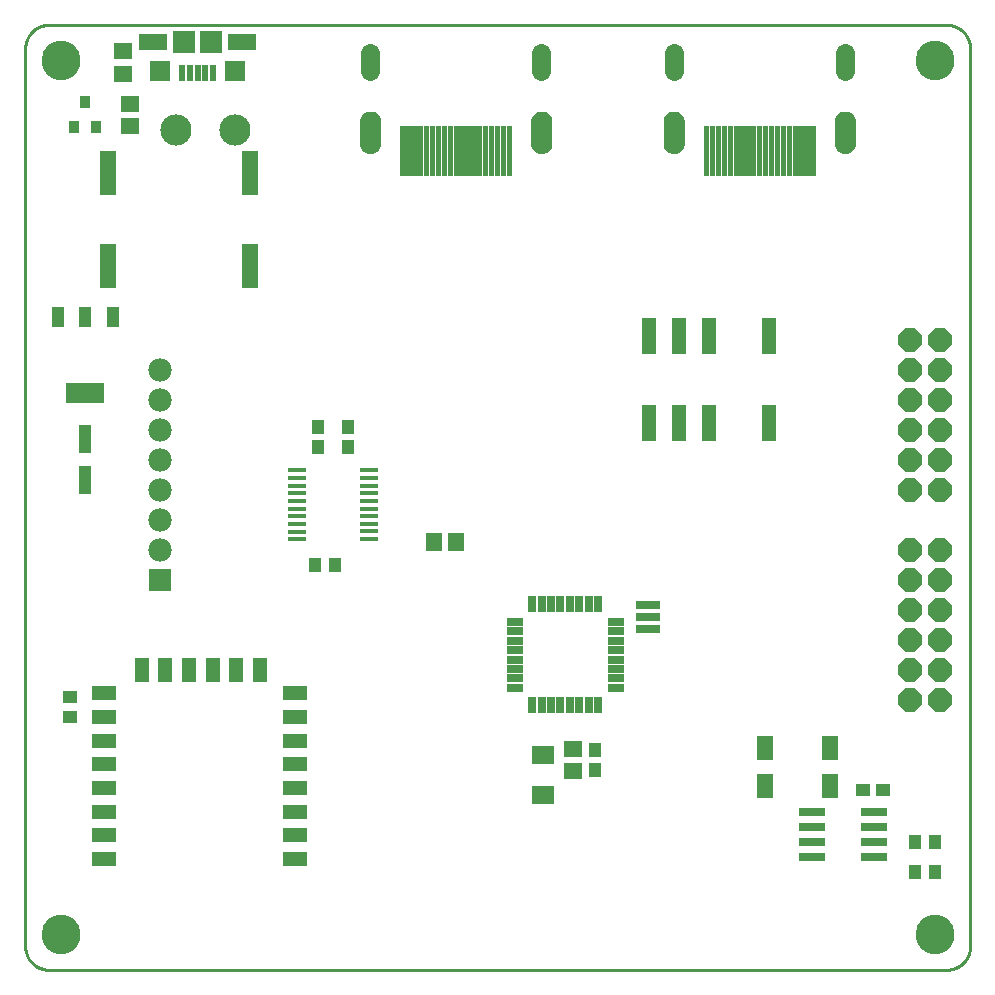
<source format=gts>
G75*
%MOIN*%
%OFA0B0*%
%FSLAX25Y25*%
%IPPOS*%
%LPD*%
%AMOC8*
5,1,8,0,0,1.08239X$1,22.5*
%
%ADD10C,0.01000*%
%ADD11C,0.00000*%
%ADD12C,0.12900*%
%ADD13R,0.05400X0.02600*%
%ADD14R,0.02600X0.05400*%
%ADD15OC8,0.07800*%
%ADD16R,0.07487X0.05912*%
%ADD17R,0.04337X0.04731*%
%ADD18R,0.09100X0.02800*%
%ADD19R,0.04731X0.04337*%
%ADD20R,0.03550X0.03943*%
%ADD21R,0.06306X0.05518*%
%ADD22R,0.06306X0.01778*%
%ADD23R,0.08274X0.05124*%
%ADD24R,0.05124X0.08274*%
%ADD25R,0.04770X0.12211*%
%ADD26C,0.00158*%
%ADD27C,0.06306*%
%ADD28C,0.00039*%
%ADD29R,0.03900X0.06800*%
%ADD30R,0.12900X0.06800*%
%ADD31R,0.05518X0.06306*%
%ADD32R,0.01975X0.05715*%
%ADD33R,0.07487X0.07487*%
%ADD34R,0.09455X0.05518*%
%ADD35R,0.06699X0.06699*%
%ADD36R,0.08274X0.03156*%
%ADD37R,0.05518X0.07880*%
%ADD38R,0.05518X0.14573*%
%ADD39R,0.04337X0.09455*%
%ADD40C,0.10400*%
%ADD41R,0.07800X0.07800*%
%ADD42C,0.07800*%
D10*
X0040154Y0028618D02*
X0339367Y0028618D01*
X0339557Y0028620D01*
X0339747Y0028627D01*
X0339937Y0028639D01*
X0340127Y0028655D01*
X0340316Y0028675D01*
X0340505Y0028701D01*
X0340693Y0028730D01*
X0340880Y0028765D01*
X0341066Y0028804D01*
X0341251Y0028847D01*
X0341436Y0028895D01*
X0341619Y0028947D01*
X0341800Y0029003D01*
X0341980Y0029064D01*
X0342159Y0029130D01*
X0342336Y0029199D01*
X0342512Y0029273D01*
X0342685Y0029351D01*
X0342857Y0029434D01*
X0343026Y0029520D01*
X0343194Y0029610D01*
X0343359Y0029705D01*
X0343522Y0029803D01*
X0343682Y0029906D01*
X0343840Y0030012D01*
X0343995Y0030122D01*
X0344148Y0030235D01*
X0344298Y0030353D01*
X0344444Y0030474D01*
X0344588Y0030598D01*
X0344729Y0030726D01*
X0344867Y0030857D01*
X0345002Y0030992D01*
X0345133Y0031130D01*
X0345261Y0031271D01*
X0345385Y0031415D01*
X0345506Y0031561D01*
X0345624Y0031711D01*
X0345737Y0031864D01*
X0345847Y0032019D01*
X0345953Y0032177D01*
X0346056Y0032337D01*
X0346154Y0032500D01*
X0346249Y0032665D01*
X0346339Y0032833D01*
X0346425Y0033002D01*
X0346508Y0033174D01*
X0346586Y0033347D01*
X0346660Y0033523D01*
X0346729Y0033700D01*
X0346795Y0033879D01*
X0346856Y0034059D01*
X0346912Y0034240D01*
X0346964Y0034423D01*
X0347012Y0034608D01*
X0347055Y0034793D01*
X0347094Y0034979D01*
X0347129Y0035166D01*
X0347158Y0035354D01*
X0347184Y0035543D01*
X0347204Y0035732D01*
X0347220Y0035922D01*
X0347232Y0036112D01*
X0347239Y0036302D01*
X0347241Y0036492D01*
X0347241Y0335705D01*
X0347239Y0335895D01*
X0347232Y0336085D01*
X0347220Y0336275D01*
X0347204Y0336465D01*
X0347184Y0336654D01*
X0347158Y0336843D01*
X0347129Y0337031D01*
X0347094Y0337218D01*
X0347055Y0337404D01*
X0347012Y0337589D01*
X0346964Y0337774D01*
X0346912Y0337957D01*
X0346856Y0338138D01*
X0346795Y0338318D01*
X0346729Y0338497D01*
X0346660Y0338674D01*
X0346586Y0338850D01*
X0346508Y0339023D01*
X0346425Y0339195D01*
X0346339Y0339364D01*
X0346249Y0339532D01*
X0346154Y0339697D01*
X0346056Y0339860D01*
X0345953Y0340020D01*
X0345847Y0340178D01*
X0345737Y0340333D01*
X0345624Y0340486D01*
X0345506Y0340636D01*
X0345385Y0340782D01*
X0345261Y0340926D01*
X0345133Y0341067D01*
X0345002Y0341205D01*
X0344867Y0341340D01*
X0344729Y0341471D01*
X0344588Y0341599D01*
X0344444Y0341723D01*
X0344298Y0341844D01*
X0344148Y0341962D01*
X0343995Y0342075D01*
X0343840Y0342185D01*
X0343682Y0342291D01*
X0343522Y0342394D01*
X0343359Y0342492D01*
X0343194Y0342587D01*
X0343026Y0342677D01*
X0342857Y0342763D01*
X0342685Y0342846D01*
X0342512Y0342924D01*
X0342336Y0342998D01*
X0342159Y0343067D01*
X0341980Y0343133D01*
X0341800Y0343194D01*
X0341619Y0343250D01*
X0341436Y0343302D01*
X0341251Y0343350D01*
X0341066Y0343393D01*
X0340880Y0343432D01*
X0340693Y0343467D01*
X0340505Y0343496D01*
X0340316Y0343522D01*
X0340127Y0343542D01*
X0339937Y0343558D01*
X0339747Y0343570D01*
X0339557Y0343577D01*
X0339367Y0343579D01*
X0040154Y0343579D01*
X0039964Y0343577D01*
X0039774Y0343570D01*
X0039584Y0343558D01*
X0039394Y0343542D01*
X0039205Y0343522D01*
X0039016Y0343496D01*
X0038828Y0343467D01*
X0038641Y0343432D01*
X0038455Y0343393D01*
X0038270Y0343350D01*
X0038085Y0343302D01*
X0037902Y0343250D01*
X0037721Y0343194D01*
X0037541Y0343133D01*
X0037362Y0343067D01*
X0037185Y0342998D01*
X0037009Y0342924D01*
X0036836Y0342846D01*
X0036664Y0342763D01*
X0036495Y0342677D01*
X0036327Y0342587D01*
X0036162Y0342492D01*
X0035999Y0342394D01*
X0035839Y0342291D01*
X0035681Y0342185D01*
X0035526Y0342075D01*
X0035373Y0341962D01*
X0035223Y0341844D01*
X0035077Y0341723D01*
X0034933Y0341599D01*
X0034792Y0341471D01*
X0034654Y0341340D01*
X0034519Y0341205D01*
X0034388Y0341067D01*
X0034260Y0340926D01*
X0034136Y0340782D01*
X0034015Y0340636D01*
X0033897Y0340486D01*
X0033784Y0340333D01*
X0033674Y0340178D01*
X0033568Y0340020D01*
X0033465Y0339860D01*
X0033367Y0339697D01*
X0033272Y0339532D01*
X0033182Y0339364D01*
X0033096Y0339195D01*
X0033013Y0339023D01*
X0032935Y0338850D01*
X0032861Y0338674D01*
X0032792Y0338497D01*
X0032726Y0338318D01*
X0032665Y0338138D01*
X0032609Y0337957D01*
X0032557Y0337774D01*
X0032509Y0337589D01*
X0032466Y0337404D01*
X0032427Y0337218D01*
X0032392Y0337031D01*
X0032363Y0336843D01*
X0032337Y0336654D01*
X0032317Y0336465D01*
X0032301Y0336275D01*
X0032289Y0336085D01*
X0032282Y0335895D01*
X0032280Y0335705D01*
X0032280Y0036492D01*
X0032282Y0036302D01*
X0032289Y0036112D01*
X0032301Y0035922D01*
X0032317Y0035732D01*
X0032337Y0035543D01*
X0032363Y0035354D01*
X0032392Y0035166D01*
X0032427Y0034979D01*
X0032466Y0034793D01*
X0032509Y0034608D01*
X0032557Y0034423D01*
X0032609Y0034240D01*
X0032665Y0034059D01*
X0032726Y0033879D01*
X0032792Y0033700D01*
X0032861Y0033523D01*
X0032935Y0033347D01*
X0033013Y0033174D01*
X0033096Y0033002D01*
X0033182Y0032833D01*
X0033272Y0032665D01*
X0033367Y0032500D01*
X0033465Y0032337D01*
X0033568Y0032177D01*
X0033674Y0032019D01*
X0033784Y0031864D01*
X0033897Y0031711D01*
X0034015Y0031561D01*
X0034136Y0031415D01*
X0034260Y0031271D01*
X0034388Y0031130D01*
X0034519Y0030992D01*
X0034654Y0030857D01*
X0034792Y0030726D01*
X0034933Y0030598D01*
X0035077Y0030474D01*
X0035223Y0030353D01*
X0035373Y0030235D01*
X0035526Y0030122D01*
X0035681Y0030012D01*
X0035839Y0029906D01*
X0035999Y0029803D01*
X0036162Y0029705D01*
X0036327Y0029610D01*
X0036495Y0029520D01*
X0036664Y0029434D01*
X0036836Y0029351D01*
X0037009Y0029273D01*
X0037185Y0029199D01*
X0037362Y0029130D01*
X0037541Y0029064D01*
X0037721Y0029003D01*
X0037902Y0028947D01*
X0038085Y0028895D01*
X0038270Y0028847D01*
X0038455Y0028804D01*
X0038641Y0028765D01*
X0038828Y0028730D01*
X0039016Y0028701D01*
X0039205Y0028675D01*
X0039394Y0028655D01*
X0039584Y0028639D01*
X0039774Y0028627D01*
X0039964Y0028620D01*
X0040154Y0028618D01*
D11*
X0037841Y0040429D02*
X0037843Y0040587D01*
X0037849Y0040744D01*
X0037859Y0040902D01*
X0037873Y0041059D01*
X0037891Y0041215D01*
X0037912Y0041372D01*
X0037938Y0041527D01*
X0037968Y0041682D01*
X0038001Y0041836D01*
X0038039Y0041989D01*
X0038080Y0042142D01*
X0038125Y0042293D01*
X0038174Y0042443D01*
X0038227Y0042591D01*
X0038283Y0042739D01*
X0038344Y0042884D01*
X0038407Y0043029D01*
X0038475Y0043171D01*
X0038546Y0043312D01*
X0038620Y0043451D01*
X0038698Y0043588D01*
X0038780Y0043723D01*
X0038864Y0043856D01*
X0038953Y0043987D01*
X0039044Y0044115D01*
X0039139Y0044242D01*
X0039236Y0044365D01*
X0039337Y0044487D01*
X0039441Y0044605D01*
X0039548Y0044721D01*
X0039658Y0044834D01*
X0039770Y0044945D01*
X0039886Y0045052D01*
X0040004Y0045157D01*
X0040124Y0045259D01*
X0040247Y0045357D01*
X0040373Y0045453D01*
X0040501Y0045545D01*
X0040631Y0045634D01*
X0040763Y0045720D01*
X0040898Y0045802D01*
X0041035Y0045881D01*
X0041173Y0045956D01*
X0041313Y0046028D01*
X0041456Y0046096D01*
X0041599Y0046161D01*
X0041745Y0046222D01*
X0041892Y0046279D01*
X0042040Y0046333D01*
X0042190Y0046383D01*
X0042340Y0046429D01*
X0042492Y0046471D01*
X0042645Y0046510D01*
X0042799Y0046544D01*
X0042954Y0046575D01*
X0043109Y0046601D01*
X0043265Y0046624D01*
X0043422Y0046643D01*
X0043579Y0046658D01*
X0043736Y0046669D01*
X0043894Y0046676D01*
X0044052Y0046679D01*
X0044209Y0046678D01*
X0044367Y0046673D01*
X0044524Y0046664D01*
X0044682Y0046651D01*
X0044838Y0046634D01*
X0044995Y0046613D01*
X0045150Y0046589D01*
X0045305Y0046560D01*
X0045460Y0046527D01*
X0045613Y0046491D01*
X0045766Y0046450D01*
X0045917Y0046406D01*
X0046067Y0046358D01*
X0046216Y0046307D01*
X0046364Y0046251D01*
X0046510Y0046192D01*
X0046655Y0046129D01*
X0046798Y0046062D01*
X0046939Y0045992D01*
X0047078Y0045919D01*
X0047216Y0045842D01*
X0047352Y0045761D01*
X0047485Y0045677D01*
X0047616Y0045590D01*
X0047745Y0045499D01*
X0047872Y0045405D01*
X0047997Y0045308D01*
X0048118Y0045208D01*
X0048238Y0045105D01*
X0048354Y0044999D01*
X0048468Y0044890D01*
X0048580Y0044778D01*
X0048688Y0044664D01*
X0048793Y0044546D01*
X0048896Y0044426D01*
X0048995Y0044304D01*
X0049091Y0044179D01*
X0049184Y0044051D01*
X0049274Y0043922D01*
X0049360Y0043790D01*
X0049444Y0043656D01*
X0049523Y0043520D01*
X0049600Y0043382D01*
X0049672Y0043242D01*
X0049741Y0043100D01*
X0049807Y0042957D01*
X0049869Y0042812D01*
X0049927Y0042665D01*
X0049982Y0042517D01*
X0050033Y0042368D01*
X0050080Y0042217D01*
X0050123Y0042066D01*
X0050162Y0041913D01*
X0050198Y0041759D01*
X0050229Y0041605D01*
X0050257Y0041450D01*
X0050281Y0041294D01*
X0050301Y0041137D01*
X0050317Y0040980D01*
X0050329Y0040823D01*
X0050337Y0040666D01*
X0050341Y0040508D01*
X0050341Y0040350D01*
X0050337Y0040192D01*
X0050329Y0040035D01*
X0050317Y0039878D01*
X0050301Y0039721D01*
X0050281Y0039564D01*
X0050257Y0039408D01*
X0050229Y0039253D01*
X0050198Y0039099D01*
X0050162Y0038945D01*
X0050123Y0038792D01*
X0050080Y0038641D01*
X0050033Y0038490D01*
X0049982Y0038341D01*
X0049927Y0038193D01*
X0049869Y0038046D01*
X0049807Y0037901D01*
X0049741Y0037758D01*
X0049672Y0037616D01*
X0049600Y0037476D01*
X0049523Y0037338D01*
X0049444Y0037202D01*
X0049360Y0037068D01*
X0049274Y0036936D01*
X0049184Y0036807D01*
X0049091Y0036679D01*
X0048995Y0036554D01*
X0048896Y0036432D01*
X0048793Y0036312D01*
X0048688Y0036194D01*
X0048580Y0036080D01*
X0048468Y0035968D01*
X0048354Y0035859D01*
X0048238Y0035753D01*
X0048118Y0035650D01*
X0047997Y0035550D01*
X0047872Y0035453D01*
X0047745Y0035359D01*
X0047616Y0035268D01*
X0047485Y0035181D01*
X0047352Y0035097D01*
X0047216Y0035016D01*
X0047078Y0034939D01*
X0046939Y0034866D01*
X0046798Y0034796D01*
X0046655Y0034729D01*
X0046510Y0034666D01*
X0046364Y0034607D01*
X0046216Y0034551D01*
X0046067Y0034500D01*
X0045917Y0034452D01*
X0045766Y0034408D01*
X0045613Y0034367D01*
X0045460Y0034331D01*
X0045305Y0034298D01*
X0045150Y0034269D01*
X0044995Y0034245D01*
X0044838Y0034224D01*
X0044682Y0034207D01*
X0044524Y0034194D01*
X0044367Y0034185D01*
X0044209Y0034180D01*
X0044052Y0034179D01*
X0043894Y0034182D01*
X0043736Y0034189D01*
X0043579Y0034200D01*
X0043422Y0034215D01*
X0043265Y0034234D01*
X0043109Y0034257D01*
X0042954Y0034283D01*
X0042799Y0034314D01*
X0042645Y0034348D01*
X0042492Y0034387D01*
X0042340Y0034429D01*
X0042190Y0034475D01*
X0042040Y0034525D01*
X0041892Y0034579D01*
X0041745Y0034636D01*
X0041599Y0034697D01*
X0041456Y0034762D01*
X0041313Y0034830D01*
X0041173Y0034902D01*
X0041035Y0034977D01*
X0040898Y0035056D01*
X0040763Y0035138D01*
X0040631Y0035224D01*
X0040501Y0035313D01*
X0040373Y0035405D01*
X0040247Y0035501D01*
X0040124Y0035599D01*
X0040004Y0035701D01*
X0039886Y0035806D01*
X0039770Y0035913D01*
X0039658Y0036024D01*
X0039548Y0036137D01*
X0039441Y0036253D01*
X0039337Y0036371D01*
X0039236Y0036493D01*
X0039139Y0036616D01*
X0039044Y0036743D01*
X0038953Y0036871D01*
X0038864Y0037002D01*
X0038780Y0037135D01*
X0038698Y0037270D01*
X0038620Y0037407D01*
X0038546Y0037546D01*
X0038475Y0037687D01*
X0038407Y0037829D01*
X0038344Y0037974D01*
X0038283Y0038119D01*
X0038227Y0038267D01*
X0038174Y0038415D01*
X0038125Y0038565D01*
X0038080Y0038716D01*
X0038039Y0038869D01*
X0038001Y0039022D01*
X0037968Y0039176D01*
X0037938Y0039331D01*
X0037912Y0039486D01*
X0037891Y0039643D01*
X0037873Y0039799D01*
X0037859Y0039956D01*
X0037849Y0040114D01*
X0037843Y0040271D01*
X0037841Y0040429D01*
X0329180Y0040429D02*
X0329182Y0040587D01*
X0329188Y0040744D01*
X0329198Y0040902D01*
X0329212Y0041059D01*
X0329230Y0041215D01*
X0329251Y0041372D01*
X0329277Y0041527D01*
X0329307Y0041682D01*
X0329340Y0041836D01*
X0329378Y0041989D01*
X0329419Y0042142D01*
X0329464Y0042293D01*
X0329513Y0042443D01*
X0329566Y0042591D01*
X0329622Y0042739D01*
X0329683Y0042884D01*
X0329746Y0043029D01*
X0329814Y0043171D01*
X0329885Y0043312D01*
X0329959Y0043451D01*
X0330037Y0043588D01*
X0330119Y0043723D01*
X0330203Y0043856D01*
X0330292Y0043987D01*
X0330383Y0044115D01*
X0330478Y0044242D01*
X0330575Y0044365D01*
X0330676Y0044487D01*
X0330780Y0044605D01*
X0330887Y0044721D01*
X0330997Y0044834D01*
X0331109Y0044945D01*
X0331225Y0045052D01*
X0331343Y0045157D01*
X0331463Y0045259D01*
X0331586Y0045357D01*
X0331712Y0045453D01*
X0331840Y0045545D01*
X0331970Y0045634D01*
X0332102Y0045720D01*
X0332237Y0045802D01*
X0332374Y0045881D01*
X0332512Y0045956D01*
X0332652Y0046028D01*
X0332795Y0046096D01*
X0332938Y0046161D01*
X0333084Y0046222D01*
X0333231Y0046279D01*
X0333379Y0046333D01*
X0333529Y0046383D01*
X0333679Y0046429D01*
X0333831Y0046471D01*
X0333984Y0046510D01*
X0334138Y0046544D01*
X0334293Y0046575D01*
X0334448Y0046601D01*
X0334604Y0046624D01*
X0334761Y0046643D01*
X0334918Y0046658D01*
X0335075Y0046669D01*
X0335233Y0046676D01*
X0335391Y0046679D01*
X0335548Y0046678D01*
X0335706Y0046673D01*
X0335863Y0046664D01*
X0336021Y0046651D01*
X0336177Y0046634D01*
X0336334Y0046613D01*
X0336489Y0046589D01*
X0336644Y0046560D01*
X0336799Y0046527D01*
X0336952Y0046491D01*
X0337105Y0046450D01*
X0337256Y0046406D01*
X0337406Y0046358D01*
X0337555Y0046307D01*
X0337703Y0046251D01*
X0337849Y0046192D01*
X0337994Y0046129D01*
X0338137Y0046062D01*
X0338278Y0045992D01*
X0338417Y0045919D01*
X0338555Y0045842D01*
X0338691Y0045761D01*
X0338824Y0045677D01*
X0338955Y0045590D01*
X0339084Y0045499D01*
X0339211Y0045405D01*
X0339336Y0045308D01*
X0339457Y0045208D01*
X0339577Y0045105D01*
X0339693Y0044999D01*
X0339807Y0044890D01*
X0339919Y0044778D01*
X0340027Y0044664D01*
X0340132Y0044546D01*
X0340235Y0044426D01*
X0340334Y0044304D01*
X0340430Y0044179D01*
X0340523Y0044051D01*
X0340613Y0043922D01*
X0340699Y0043790D01*
X0340783Y0043656D01*
X0340862Y0043520D01*
X0340939Y0043382D01*
X0341011Y0043242D01*
X0341080Y0043100D01*
X0341146Y0042957D01*
X0341208Y0042812D01*
X0341266Y0042665D01*
X0341321Y0042517D01*
X0341372Y0042368D01*
X0341419Y0042217D01*
X0341462Y0042066D01*
X0341501Y0041913D01*
X0341537Y0041759D01*
X0341568Y0041605D01*
X0341596Y0041450D01*
X0341620Y0041294D01*
X0341640Y0041137D01*
X0341656Y0040980D01*
X0341668Y0040823D01*
X0341676Y0040666D01*
X0341680Y0040508D01*
X0341680Y0040350D01*
X0341676Y0040192D01*
X0341668Y0040035D01*
X0341656Y0039878D01*
X0341640Y0039721D01*
X0341620Y0039564D01*
X0341596Y0039408D01*
X0341568Y0039253D01*
X0341537Y0039099D01*
X0341501Y0038945D01*
X0341462Y0038792D01*
X0341419Y0038641D01*
X0341372Y0038490D01*
X0341321Y0038341D01*
X0341266Y0038193D01*
X0341208Y0038046D01*
X0341146Y0037901D01*
X0341080Y0037758D01*
X0341011Y0037616D01*
X0340939Y0037476D01*
X0340862Y0037338D01*
X0340783Y0037202D01*
X0340699Y0037068D01*
X0340613Y0036936D01*
X0340523Y0036807D01*
X0340430Y0036679D01*
X0340334Y0036554D01*
X0340235Y0036432D01*
X0340132Y0036312D01*
X0340027Y0036194D01*
X0339919Y0036080D01*
X0339807Y0035968D01*
X0339693Y0035859D01*
X0339577Y0035753D01*
X0339457Y0035650D01*
X0339336Y0035550D01*
X0339211Y0035453D01*
X0339084Y0035359D01*
X0338955Y0035268D01*
X0338824Y0035181D01*
X0338691Y0035097D01*
X0338555Y0035016D01*
X0338417Y0034939D01*
X0338278Y0034866D01*
X0338137Y0034796D01*
X0337994Y0034729D01*
X0337849Y0034666D01*
X0337703Y0034607D01*
X0337555Y0034551D01*
X0337406Y0034500D01*
X0337256Y0034452D01*
X0337105Y0034408D01*
X0336952Y0034367D01*
X0336799Y0034331D01*
X0336644Y0034298D01*
X0336489Y0034269D01*
X0336334Y0034245D01*
X0336177Y0034224D01*
X0336021Y0034207D01*
X0335863Y0034194D01*
X0335706Y0034185D01*
X0335548Y0034180D01*
X0335391Y0034179D01*
X0335233Y0034182D01*
X0335075Y0034189D01*
X0334918Y0034200D01*
X0334761Y0034215D01*
X0334604Y0034234D01*
X0334448Y0034257D01*
X0334293Y0034283D01*
X0334138Y0034314D01*
X0333984Y0034348D01*
X0333831Y0034387D01*
X0333679Y0034429D01*
X0333529Y0034475D01*
X0333379Y0034525D01*
X0333231Y0034579D01*
X0333084Y0034636D01*
X0332938Y0034697D01*
X0332795Y0034762D01*
X0332652Y0034830D01*
X0332512Y0034902D01*
X0332374Y0034977D01*
X0332237Y0035056D01*
X0332102Y0035138D01*
X0331970Y0035224D01*
X0331840Y0035313D01*
X0331712Y0035405D01*
X0331586Y0035501D01*
X0331463Y0035599D01*
X0331343Y0035701D01*
X0331225Y0035806D01*
X0331109Y0035913D01*
X0330997Y0036024D01*
X0330887Y0036137D01*
X0330780Y0036253D01*
X0330676Y0036371D01*
X0330575Y0036493D01*
X0330478Y0036616D01*
X0330383Y0036743D01*
X0330292Y0036871D01*
X0330203Y0037002D01*
X0330119Y0037135D01*
X0330037Y0037270D01*
X0329959Y0037407D01*
X0329885Y0037546D01*
X0329814Y0037687D01*
X0329746Y0037829D01*
X0329683Y0037974D01*
X0329622Y0038119D01*
X0329566Y0038267D01*
X0329513Y0038415D01*
X0329464Y0038565D01*
X0329419Y0038716D01*
X0329378Y0038869D01*
X0329340Y0039022D01*
X0329307Y0039176D01*
X0329277Y0039331D01*
X0329251Y0039486D01*
X0329230Y0039643D01*
X0329212Y0039799D01*
X0329198Y0039956D01*
X0329188Y0040114D01*
X0329182Y0040271D01*
X0329180Y0040429D01*
X0329180Y0331768D02*
X0329182Y0331926D01*
X0329188Y0332083D01*
X0329198Y0332241D01*
X0329212Y0332398D01*
X0329230Y0332554D01*
X0329251Y0332711D01*
X0329277Y0332866D01*
X0329307Y0333021D01*
X0329340Y0333175D01*
X0329378Y0333328D01*
X0329419Y0333481D01*
X0329464Y0333632D01*
X0329513Y0333782D01*
X0329566Y0333930D01*
X0329622Y0334078D01*
X0329683Y0334223D01*
X0329746Y0334368D01*
X0329814Y0334510D01*
X0329885Y0334651D01*
X0329959Y0334790D01*
X0330037Y0334927D01*
X0330119Y0335062D01*
X0330203Y0335195D01*
X0330292Y0335326D01*
X0330383Y0335454D01*
X0330478Y0335581D01*
X0330575Y0335704D01*
X0330676Y0335826D01*
X0330780Y0335944D01*
X0330887Y0336060D01*
X0330997Y0336173D01*
X0331109Y0336284D01*
X0331225Y0336391D01*
X0331343Y0336496D01*
X0331463Y0336598D01*
X0331586Y0336696D01*
X0331712Y0336792D01*
X0331840Y0336884D01*
X0331970Y0336973D01*
X0332102Y0337059D01*
X0332237Y0337141D01*
X0332374Y0337220D01*
X0332512Y0337295D01*
X0332652Y0337367D01*
X0332795Y0337435D01*
X0332938Y0337500D01*
X0333084Y0337561D01*
X0333231Y0337618D01*
X0333379Y0337672D01*
X0333529Y0337722D01*
X0333679Y0337768D01*
X0333831Y0337810D01*
X0333984Y0337849D01*
X0334138Y0337883D01*
X0334293Y0337914D01*
X0334448Y0337940D01*
X0334604Y0337963D01*
X0334761Y0337982D01*
X0334918Y0337997D01*
X0335075Y0338008D01*
X0335233Y0338015D01*
X0335391Y0338018D01*
X0335548Y0338017D01*
X0335706Y0338012D01*
X0335863Y0338003D01*
X0336021Y0337990D01*
X0336177Y0337973D01*
X0336334Y0337952D01*
X0336489Y0337928D01*
X0336644Y0337899D01*
X0336799Y0337866D01*
X0336952Y0337830D01*
X0337105Y0337789D01*
X0337256Y0337745D01*
X0337406Y0337697D01*
X0337555Y0337646D01*
X0337703Y0337590D01*
X0337849Y0337531D01*
X0337994Y0337468D01*
X0338137Y0337401D01*
X0338278Y0337331D01*
X0338417Y0337258D01*
X0338555Y0337181D01*
X0338691Y0337100D01*
X0338824Y0337016D01*
X0338955Y0336929D01*
X0339084Y0336838D01*
X0339211Y0336744D01*
X0339336Y0336647D01*
X0339457Y0336547D01*
X0339577Y0336444D01*
X0339693Y0336338D01*
X0339807Y0336229D01*
X0339919Y0336117D01*
X0340027Y0336003D01*
X0340132Y0335885D01*
X0340235Y0335765D01*
X0340334Y0335643D01*
X0340430Y0335518D01*
X0340523Y0335390D01*
X0340613Y0335261D01*
X0340699Y0335129D01*
X0340783Y0334995D01*
X0340862Y0334859D01*
X0340939Y0334721D01*
X0341011Y0334581D01*
X0341080Y0334439D01*
X0341146Y0334296D01*
X0341208Y0334151D01*
X0341266Y0334004D01*
X0341321Y0333856D01*
X0341372Y0333707D01*
X0341419Y0333556D01*
X0341462Y0333405D01*
X0341501Y0333252D01*
X0341537Y0333098D01*
X0341568Y0332944D01*
X0341596Y0332789D01*
X0341620Y0332633D01*
X0341640Y0332476D01*
X0341656Y0332319D01*
X0341668Y0332162D01*
X0341676Y0332005D01*
X0341680Y0331847D01*
X0341680Y0331689D01*
X0341676Y0331531D01*
X0341668Y0331374D01*
X0341656Y0331217D01*
X0341640Y0331060D01*
X0341620Y0330903D01*
X0341596Y0330747D01*
X0341568Y0330592D01*
X0341537Y0330438D01*
X0341501Y0330284D01*
X0341462Y0330131D01*
X0341419Y0329980D01*
X0341372Y0329829D01*
X0341321Y0329680D01*
X0341266Y0329532D01*
X0341208Y0329385D01*
X0341146Y0329240D01*
X0341080Y0329097D01*
X0341011Y0328955D01*
X0340939Y0328815D01*
X0340862Y0328677D01*
X0340783Y0328541D01*
X0340699Y0328407D01*
X0340613Y0328275D01*
X0340523Y0328146D01*
X0340430Y0328018D01*
X0340334Y0327893D01*
X0340235Y0327771D01*
X0340132Y0327651D01*
X0340027Y0327533D01*
X0339919Y0327419D01*
X0339807Y0327307D01*
X0339693Y0327198D01*
X0339577Y0327092D01*
X0339457Y0326989D01*
X0339336Y0326889D01*
X0339211Y0326792D01*
X0339084Y0326698D01*
X0338955Y0326607D01*
X0338824Y0326520D01*
X0338691Y0326436D01*
X0338555Y0326355D01*
X0338417Y0326278D01*
X0338278Y0326205D01*
X0338137Y0326135D01*
X0337994Y0326068D01*
X0337849Y0326005D01*
X0337703Y0325946D01*
X0337555Y0325890D01*
X0337406Y0325839D01*
X0337256Y0325791D01*
X0337105Y0325747D01*
X0336952Y0325706D01*
X0336799Y0325670D01*
X0336644Y0325637D01*
X0336489Y0325608D01*
X0336334Y0325584D01*
X0336177Y0325563D01*
X0336021Y0325546D01*
X0335863Y0325533D01*
X0335706Y0325524D01*
X0335548Y0325519D01*
X0335391Y0325518D01*
X0335233Y0325521D01*
X0335075Y0325528D01*
X0334918Y0325539D01*
X0334761Y0325554D01*
X0334604Y0325573D01*
X0334448Y0325596D01*
X0334293Y0325622D01*
X0334138Y0325653D01*
X0333984Y0325687D01*
X0333831Y0325726D01*
X0333679Y0325768D01*
X0333529Y0325814D01*
X0333379Y0325864D01*
X0333231Y0325918D01*
X0333084Y0325975D01*
X0332938Y0326036D01*
X0332795Y0326101D01*
X0332652Y0326169D01*
X0332512Y0326241D01*
X0332374Y0326316D01*
X0332237Y0326395D01*
X0332102Y0326477D01*
X0331970Y0326563D01*
X0331840Y0326652D01*
X0331712Y0326744D01*
X0331586Y0326840D01*
X0331463Y0326938D01*
X0331343Y0327040D01*
X0331225Y0327145D01*
X0331109Y0327252D01*
X0330997Y0327363D01*
X0330887Y0327476D01*
X0330780Y0327592D01*
X0330676Y0327710D01*
X0330575Y0327832D01*
X0330478Y0327955D01*
X0330383Y0328082D01*
X0330292Y0328210D01*
X0330203Y0328341D01*
X0330119Y0328474D01*
X0330037Y0328609D01*
X0329959Y0328746D01*
X0329885Y0328885D01*
X0329814Y0329026D01*
X0329746Y0329168D01*
X0329683Y0329313D01*
X0329622Y0329458D01*
X0329566Y0329606D01*
X0329513Y0329754D01*
X0329464Y0329904D01*
X0329419Y0330055D01*
X0329378Y0330208D01*
X0329340Y0330361D01*
X0329307Y0330515D01*
X0329277Y0330670D01*
X0329251Y0330825D01*
X0329230Y0330982D01*
X0329212Y0331138D01*
X0329198Y0331295D01*
X0329188Y0331453D01*
X0329182Y0331610D01*
X0329180Y0331768D01*
X0037841Y0331768D02*
X0037843Y0331926D01*
X0037849Y0332083D01*
X0037859Y0332241D01*
X0037873Y0332398D01*
X0037891Y0332554D01*
X0037912Y0332711D01*
X0037938Y0332866D01*
X0037968Y0333021D01*
X0038001Y0333175D01*
X0038039Y0333328D01*
X0038080Y0333481D01*
X0038125Y0333632D01*
X0038174Y0333782D01*
X0038227Y0333930D01*
X0038283Y0334078D01*
X0038344Y0334223D01*
X0038407Y0334368D01*
X0038475Y0334510D01*
X0038546Y0334651D01*
X0038620Y0334790D01*
X0038698Y0334927D01*
X0038780Y0335062D01*
X0038864Y0335195D01*
X0038953Y0335326D01*
X0039044Y0335454D01*
X0039139Y0335581D01*
X0039236Y0335704D01*
X0039337Y0335826D01*
X0039441Y0335944D01*
X0039548Y0336060D01*
X0039658Y0336173D01*
X0039770Y0336284D01*
X0039886Y0336391D01*
X0040004Y0336496D01*
X0040124Y0336598D01*
X0040247Y0336696D01*
X0040373Y0336792D01*
X0040501Y0336884D01*
X0040631Y0336973D01*
X0040763Y0337059D01*
X0040898Y0337141D01*
X0041035Y0337220D01*
X0041173Y0337295D01*
X0041313Y0337367D01*
X0041456Y0337435D01*
X0041599Y0337500D01*
X0041745Y0337561D01*
X0041892Y0337618D01*
X0042040Y0337672D01*
X0042190Y0337722D01*
X0042340Y0337768D01*
X0042492Y0337810D01*
X0042645Y0337849D01*
X0042799Y0337883D01*
X0042954Y0337914D01*
X0043109Y0337940D01*
X0043265Y0337963D01*
X0043422Y0337982D01*
X0043579Y0337997D01*
X0043736Y0338008D01*
X0043894Y0338015D01*
X0044052Y0338018D01*
X0044209Y0338017D01*
X0044367Y0338012D01*
X0044524Y0338003D01*
X0044682Y0337990D01*
X0044838Y0337973D01*
X0044995Y0337952D01*
X0045150Y0337928D01*
X0045305Y0337899D01*
X0045460Y0337866D01*
X0045613Y0337830D01*
X0045766Y0337789D01*
X0045917Y0337745D01*
X0046067Y0337697D01*
X0046216Y0337646D01*
X0046364Y0337590D01*
X0046510Y0337531D01*
X0046655Y0337468D01*
X0046798Y0337401D01*
X0046939Y0337331D01*
X0047078Y0337258D01*
X0047216Y0337181D01*
X0047352Y0337100D01*
X0047485Y0337016D01*
X0047616Y0336929D01*
X0047745Y0336838D01*
X0047872Y0336744D01*
X0047997Y0336647D01*
X0048118Y0336547D01*
X0048238Y0336444D01*
X0048354Y0336338D01*
X0048468Y0336229D01*
X0048580Y0336117D01*
X0048688Y0336003D01*
X0048793Y0335885D01*
X0048896Y0335765D01*
X0048995Y0335643D01*
X0049091Y0335518D01*
X0049184Y0335390D01*
X0049274Y0335261D01*
X0049360Y0335129D01*
X0049444Y0334995D01*
X0049523Y0334859D01*
X0049600Y0334721D01*
X0049672Y0334581D01*
X0049741Y0334439D01*
X0049807Y0334296D01*
X0049869Y0334151D01*
X0049927Y0334004D01*
X0049982Y0333856D01*
X0050033Y0333707D01*
X0050080Y0333556D01*
X0050123Y0333405D01*
X0050162Y0333252D01*
X0050198Y0333098D01*
X0050229Y0332944D01*
X0050257Y0332789D01*
X0050281Y0332633D01*
X0050301Y0332476D01*
X0050317Y0332319D01*
X0050329Y0332162D01*
X0050337Y0332005D01*
X0050341Y0331847D01*
X0050341Y0331689D01*
X0050337Y0331531D01*
X0050329Y0331374D01*
X0050317Y0331217D01*
X0050301Y0331060D01*
X0050281Y0330903D01*
X0050257Y0330747D01*
X0050229Y0330592D01*
X0050198Y0330438D01*
X0050162Y0330284D01*
X0050123Y0330131D01*
X0050080Y0329980D01*
X0050033Y0329829D01*
X0049982Y0329680D01*
X0049927Y0329532D01*
X0049869Y0329385D01*
X0049807Y0329240D01*
X0049741Y0329097D01*
X0049672Y0328955D01*
X0049600Y0328815D01*
X0049523Y0328677D01*
X0049444Y0328541D01*
X0049360Y0328407D01*
X0049274Y0328275D01*
X0049184Y0328146D01*
X0049091Y0328018D01*
X0048995Y0327893D01*
X0048896Y0327771D01*
X0048793Y0327651D01*
X0048688Y0327533D01*
X0048580Y0327419D01*
X0048468Y0327307D01*
X0048354Y0327198D01*
X0048238Y0327092D01*
X0048118Y0326989D01*
X0047997Y0326889D01*
X0047872Y0326792D01*
X0047745Y0326698D01*
X0047616Y0326607D01*
X0047485Y0326520D01*
X0047352Y0326436D01*
X0047216Y0326355D01*
X0047078Y0326278D01*
X0046939Y0326205D01*
X0046798Y0326135D01*
X0046655Y0326068D01*
X0046510Y0326005D01*
X0046364Y0325946D01*
X0046216Y0325890D01*
X0046067Y0325839D01*
X0045917Y0325791D01*
X0045766Y0325747D01*
X0045613Y0325706D01*
X0045460Y0325670D01*
X0045305Y0325637D01*
X0045150Y0325608D01*
X0044995Y0325584D01*
X0044838Y0325563D01*
X0044682Y0325546D01*
X0044524Y0325533D01*
X0044367Y0325524D01*
X0044209Y0325519D01*
X0044052Y0325518D01*
X0043894Y0325521D01*
X0043736Y0325528D01*
X0043579Y0325539D01*
X0043422Y0325554D01*
X0043265Y0325573D01*
X0043109Y0325596D01*
X0042954Y0325622D01*
X0042799Y0325653D01*
X0042645Y0325687D01*
X0042492Y0325726D01*
X0042340Y0325768D01*
X0042190Y0325814D01*
X0042040Y0325864D01*
X0041892Y0325918D01*
X0041745Y0325975D01*
X0041599Y0326036D01*
X0041456Y0326101D01*
X0041313Y0326169D01*
X0041173Y0326241D01*
X0041035Y0326316D01*
X0040898Y0326395D01*
X0040763Y0326477D01*
X0040631Y0326563D01*
X0040501Y0326652D01*
X0040373Y0326744D01*
X0040247Y0326840D01*
X0040124Y0326938D01*
X0040004Y0327040D01*
X0039886Y0327145D01*
X0039770Y0327252D01*
X0039658Y0327363D01*
X0039548Y0327476D01*
X0039441Y0327592D01*
X0039337Y0327710D01*
X0039236Y0327832D01*
X0039139Y0327955D01*
X0039044Y0328082D01*
X0038953Y0328210D01*
X0038864Y0328341D01*
X0038780Y0328474D01*
X0038698Y0328609D01*
X0038620Y0328746D01*
X0038546Y0328885D01*
X0038475Y0329026D01*
X0038407Y0329168D01*
X0038344Y0329313D01*
X0038283Y0329458D01*
X0038227Y0329606D01*
X0038174Y0329754D01*
X0038125Y0329904D01*
X0038080Y0330055D01*
X0038039Y0330208D01*
X0038001Y0330361D01*
X0037968Y0330515D01*
X0037938Y0330670D01*
X0037912Y0330825D01*
X0037891Y0330982D01*
X0037873Y0331138D01*
X0037859Y0331295D01*
X0037849Y0331453D01*
X0037843Y0331610D01*
X0037841Y0331768D01*
D12*
X0044091Y0331768D03*
X0335430Y0331768D03*
X0335430Y0040429D03*
X0044091Y0040429D03*
D13*
X0195380Y0122594D03*
X0195380Y0125744D03*
X0195380Y0128894D03*
X0195380Y0132043D03*
X0195380Y0135193D03*
X0195380Y0138343D03*
X0195380Y0141492D03*
X0195380Y0144642D03*
X0229180Y0144642D03*
X0229180Y0141492D03*
X0229180Y0138343D03*
X0229180Y0135193D03*
X0229180Y0132043D03*
X0229180Y0128894D03*
X0229180Y0125744D03*
X0229180Y0122594D03*
D14*
X0223304Y0116718D03*
X0220154Y0116718D03*
X0217005Y0116718D03*
X0213855Y0116718D03*
X0210705Y0116718D03*
X0207556Y0116718D03*
X0204406Y0116718D03*
X0201257Y0116718D03*
X0201257Y0150518D03*
X0204406Y0150518D03*
X0207556Y0150518D03*
X0210705Y0150518D03*
X0213855Y0150518D03*
X0217005Y0150518D03*
X0220154Y0150518D03*
X0223304Y0150518D03*
D15*
X0327280Y0148618D03*
X0327280Y0158618D03*
X0337280Y0158618D03*
X0337280Y0148618D03*
X0337280Y0138618D03*
X0327280Y0138618D03*
X0327280Y0128618D03*
X0337280Y0128618D03*
X0337280Y0118618D03*
X0327280Y0118618D03*
X0327280Y0168618D03*
X0337280Y0168618D03*
X0337280Y0188618D03*
X0327280Y0188618D03*
X0327280Y0198618D03*
X0337280Y0198618D03*
X0337280Y0208618D03*
X0327280Y0208618D03*
X0327280Y0218618D03*
X0337280Y0218618D03*
X0337280Y0228618D03*
X0327280Y0228618D03*
X0327280Y0238618D03*
X0337280Y0238618D03*
D16*
X0204780Y0100311D03*
X0204780Y0086925D03*
D17*
X0222280Y0095272D03*
X0222280Y0101965D03*
X0135627Y0163618D03*
X0128934Y0163618D03*
X0129780Y0202772D03*
X0129780Y0209465D03*
X0139780Y0209465D03*
X0139780Y0202772D03*
X0328934Y0071118D03*
X0335627Y0071118D03*
X0335627Y0061118D03*
X0328934Y0061118D03*
D18*
X0315080Y0066118D03*
X0315080Y0071118D03*
X0315080Y0076118D03*
X0315080Y0081118D03*
X0294480Y0081118D03*
X0294480Y0076118D03*
X0294480Y0071118D03*
X0294480Y0066118D03*
D19*
X0311434Y0088618D03*
X0318127Y0088618D03*
X0047280Y0112772D03*
X0047280Y0119465D03*
D20*
X0048540Y0309681D03*
X0056020Y0309681D03*
X0052280Y0317949D03*
D21*
X0067280Y0317358D03*
X0067280Y0309878D03*
X0064780Y0327378D03*
X0064780Y0334858D03*
X0214780Y0102358D03*
X0214780Y0094878D03*
D22*
X0146847Y0172161D03*
X0146847Y0174720D03*
X0146847Y0177280D03*
X0146847Y0179839D03*
X0146847Y0182339D03*
X0146847Y0184898D03*
X0146847Y0187457D03*
X0146847Y0190016D03*
X0146847Y0192575D03*
X0146847Y0195134D03*
X0122713Y0195134D03*
X0122713Y0192575D03*
X0122713Y0190016D03*
X0122713Y0187457D03*
X0122713Y0184898D03*
X0122713Y0182339D03*
X0122713Y0179780D03*
X0122713Y0177220D03*
X0122713Y0174661D03*
X0122713Y0172102D03*
D23*
X0122280Y0120744D03*
X0122280Y0112870D03*
X0122280Y0104996D03*
X0122280Y0097122D03*
X0122280Y0089248D03*
X0122280Y0081374D03*
X0122280Y0073500D03*
X0122280Y0065626D03*
X0058501Y0065626D03*
X0058501Y0073500D03*
X0058501Y0081374D03*
X0058501Y0089248D03*
X0058501Y0097122D03*
X0058501Y0104996D03*
X0058501Y0112870D03*
X0058501Y0120744D03*
D24*
X0071099Y0128618D03*
X0078973Y0128618D03*
X0086847Y0128618D03*
X0094721Y0128618D03*
X0102595Y0128618D03*
X0110469Y0128618D03*
D25*
X0240080Y0211029D03*
X0250080Y0211029D03*
X0260080Y0211029D03*
X0280080Y0211029D03*
X0280080Y0239729D03*
X0260080Y0239729D03*
X0250080Y0239729D03*
X0240080Y0239729D03*
D26*
X0258538Y0309999D02*
X0259960Y0309999D01*
X0259960Y0293615D01*
X0258538Y0293615D01*
X0258538Y0309999D01*
X0258538Y0293772D02*
X0259960Y0293772D01*
X0259960Y0293929D02*
X0258538Y0293929D01*
X0258538Y0294086D02*
X0259960Y0294086D01*
X0259960Y0294243D02*
X0258538Y0294243D01*
X0258538Y0294400D02*
X0259960Y0294400D01*
X0259960Y0294557D02*
X0258538Y0294557D01*
X0258538Y0294714D02*
X0259960Y0294714D01*
X0259960Y0294871D02*
X0258538Y0294871D01*
X0258538Y0295028D02*
X0259960Y0295028D01*
X0259960Y0295185D02*
X0258538Y0295185D01*
X0258538Y0295342D02*
X0259960Y0295342D01*
X0259960Y0295499D02*
X0258538Y0295499D01*
X0258538Y0295656D02*
X0259960Y0295656D01*
X0259960Y0295813D02*
X0258538Y0295813D01*
X0258538Y0295970D02*
X0259960Y0295970D01*
X0259960Y0296127D02*
X0258538Y0296127D01*
X0258538Y0296284D02*
X0259960Y0296284D01*
X0259960Y0296441D02*
X0258538Y0296441D01*
X0258538Y0296598D02*
X0259960Y0296598D01*
X0259960Y0296755D02*
X0258538Y0296755D01*
X0258538Y0296912D02*
X0259960Y0296912D01*
X0259960Y0297069D02*
X0258538Y0297069D01*
X0258538Y0297226D02*
X0259960Y0297226D01*
X0259960Y0297383D02*
X0258538Y0297383D01*
X0258538Y0297540D02*
X0259960Y0297540D01*
X0259960Y0297697D02*
X0258538Y0297697D01*
X0258538Y0297854D02*
X0259960Y0297854D01*
X0259960Y0298011D02*
X0258538Y0298011D01*
X0258538Y0298168D02*
X0259960Y0298168D01*
X0259960Y0298325D02*
X0258538Y0298325D01*
X0258538Y0298482D02*
X0259960Y0298482D01*
X0259960Y0298639D02*
X0258538Y0298639D01*
X0258538Y0298796D02*
X0259960Y0298796D01*
X0259960Y0298953D02*
X0258538Y0298953D01*
X0258538Y0299110D02*
X0259960Y0299110D01*
X0259960Y0299267D02*
X0258538Y0299267D01*
X0258538Y0299424D02*
X0259960Y0299424D01*
X0259960Y0299581D02*
X0258538Y0299581D01*
X0258538Y0299738D02*
X0259960Y0299738D01*
X0259960Y0299895D02*
X0258538Y0299895D01*
X0258538Y0300052D02*
X0259960Y0300052D01*
X0259960Y0300209D02*
X0258538Y0300209D01*
X0258538Y0300366D02*
X0259960Y0300366D01*
X0259960Y0300523D02*
X0258538Y0300523D01*
X0258538Y0300680D02*
X0259960Y0300680D01*
X0259960Y0300837D02*
X0258538Y0300837D01*
X0258538Y0300994D02*
X0259960Y0300994D01*
X0259960Y0301151D02*
X0258538Y0301151D01*
X0258538Y0301308D02*
X0259960Y0301308D01*
X0259960Y0301465D02*
X0258538Y0301465D01*
X0258538Y0301622D02*
X0259960Y0301622D01*
X0259960Y0301779D02*
X0258538Y0301779D01*
X0258538Y0301936D02*
X0259960Y0301936D01*
X0259960Y0302093D02*
X0258538Y0302093D01*
X0258538Y0302250D02*
X0259960Y0302250D01*
X0259960Y0302407D02*
X0258538Y0302407D01*
X0258538Y0302564D02*
X0259960Y0302564D01*
X0259960Y0302721D02*
X0258538Y0302721D01*
X0258538Y0302878D02*
X0259960Y0302878D01*
X0259960Y0303035D02*
X0258538Y0303035D01*
X0258538Y0303192D02*
X0259960Y0303192D01*
X0259960Y0303349D02*
X0258538Y0303349D01*
X0258538Y0303506D02*
X0259960Y0303506D01*
X0259960Y0303663D02*
X0258538Y0303663D01*
X0258538Y0303820D02*
X0259960Y0303820D01*
X0259960Y0303977D02*
X0258538Y0303977D01*
X0258538Y0304134D02*
X0259960Y0304134D01*
X0259960Y0304291D02*
X0258538Y0304291D01*
X0258538Y0304448D02*
X0259960Y0304448D01*
X0259960Y0304605D02*
X0258538Y0304605D01*
X0258538Y0304762D02*
X0259960Y0304762D01*
X0259960Y0304919D02*
X0258538Y0304919D01*
X0258538Y0305076D02*
X0259960Y0305076D01*
X0259960Y0305233D02*
X0258538Y0305233D01*
X0258538Y0305390D02*
X0259960Y0305390D01*
X0259960Y0305547D02*
X0258538Y0305547D01*
X0258538Y0305704D02*
X0259960Y0305704D01*
X0259960Y0305861D02*
X0258538Y0305861D01*
X0258538Y0306018D02*
X0259960Y0306018D01*
X0259960Y0306175D02*
X0258538Y0306175D01*
X0258538Y0306332D02*
X0259960Y0306332D01*
X0259960Y0306489D02*
X0258538Y0306489D01*
X0258538Y0306646D02*
X0259960Y0306646D01*
X0259960Y0306803D02*
X0258538Y0306803D01*
X0258538Y0306960D02*
X0259960Y0306960D01*
X0259960Y0307117D02*
X0258538Y0307117D01*
X0258538Y0307274D02*
X0259960Y0307274D01*
X0259960Y0307431D02*
X0258538Y0307431D01*
X0258538Y0307588D02*
X0259960Y0307588D01*
X0259960Y0307745D02*
X0258538Y0307745D01*
X0258538Y0307902D02*
X0259960Y0307902D01*
X0259960Y0308059D02*
X0258538Y0308059D01*
X0258538Y0308216D02*
X0259960Y0308216D01*
X0259960Y0308373D02*
X0258538Y0308373D01*
X0258538Y0308530D02*
X0259960Y0308530D01*
X0259960Y0308687D02*
X0258538Y0308687D01*
X0258538Y0308844D02*
X0259960Y0308844D01*
X0259960Y0309001D02*
X0258538Y0309001D01*
X0258538Y0309158D02*
X0259960Y0309158D01*
X0259960Y0309315D02*
X0258538Y0309315D01*
X0258538Y0309472D02*
X0259960Y0309472D01*
X0259960Y0309629D02*
X0258538Y0309629D01*
X0258538Y0309786D02*
X0259960Y0309786D01*
X0259960Y0309943D02*
X0258538Y0309943D01*
X0260506Y0309999D02*
X0261928Y0309999D01*
X0261928Y0293615D01*
X0260506Y0293615D01*
X0260506Y0309999D01*
X0260506Y0293772D02*
X0261928Y0293772D01*
X0261928Y0293929D02*
X0260506Y0293929D01*
X0260506Y0294086D02*
X0261928Y0294086D01*
X0261928Y0294243D02*
X0260506Y0294243D01*
X0260506Y0294400D02*
X0261928Y0294400D01*
X0261928Y0294557D02*
X0260506Y0294557D01*
X0260506Y0294714D02*
X0261928Y0294714D01*
X0261928Y0294871D02*
X0260506Y0294871D01*
X0260506Y0295028D02*
X0261928Y0295028D01*
X0261928Y0295185D02*
X0260506Y0295185D01*
X0260506Y0295342D02*
X0261928Y0295342D01*
X0261928Y0295499D02*
X0260506Y0295499D01*
X0260506Y0295656D02*
X0261928Y0295656D01*
X0261928Y0295813D02*
X0260506Y0295813D01*
X0260506Y0295970D02*
X0261928Y0295970D01*
X0261928Y0296127D02*
X0260506Y0296127D01*
X0260506Y0296284D02*
X0261928Y0296284D01*
X0261928Y0296441D02*
X0260506Y0296441D01*
X0260506Y0296598D02*
X0261928Y0296598D01*
X0261928Y0296755D02*
X0260506Y0296755D01*
X0260506Y0296912D02*
X0261928Y0296912D01*
X0261928Y0297069D02*
X0260506Y0297069D01*
X0260506Y0297226D02*
X0261928Y0297226D01*
X0261928Y0297383D02*
X0260506Y0297383D01*
X0260506Y0297540D02*
X0261928Y0297540D01*
X0261928Y0297697D02*
X0260506Y0297697D01*
X0260506Y0297854D02*
X0261928Y0297854D01*
X0261928Y0298011D02*
X0260506Y0298011D01*
X0260506Y0298168D02*
X0261928Y0298168D01*
X0261928Y0298325D02*
X0260506Y0298325D01*
X0260506Y0298482D02*
X0261928Y0298482D01*
X0261928Y0298639D02*
X0260506Y0298639D01*
X0260506Y0298796D02*
X0261928Y0298796D01*
X0261928Y0298953D02*
X0260506Y0298953D01*
X0260506Y0299110D02*
X0261928Y0299110D01*
X0261928Y0299267D02*
X0260506Y0299267D01*
X0260506Y0299424D02*
X0261928Y0299424D01*
X0261928Y0299581D02*
X0260506Y0299581D01*
X0260506Y0299738D02*
X0261928Y0299738D01*
X0261928Y0299895D02*
X0260506Y0299895D01*
X0260506Y0300052D02*
X0261928Y0300052D01*
X0261928Y0300209D02*
X0260506Y0300209D01*
X0260506Y0300366D02*
X0261928Y0300366D01*
X0261928Y0300523D02*
X0260506Y0300523D01*
X0260506Y0300680D02*
X0261928Y0300680D01*
X0261928Y0300837D02*
X0260506Y0300837D01*
X0260506Y0300994D02*
X0261928Y0300994D01*
X0261928Y0301151D02*
X0260506Y0301151D01*
X0260506Y0301308D02*
X0261928Y0301308D01*
X0261928Y0301465D02*
X0260506Y0301465D01*
X0260506Y0301622D02*
X0261928Y0301622D01*
X0261928Y0301779D02*
X0260506Y0301779D01*
X0260506Y0301936D02*
X0261928Y0301936D01*
X0261928Y0302093D02*
X0260506Y0302093D01*
X0260506Y0302250D02*
X0261928Y0302250D01*
X0261928Y0302407D02*
X0260506Y0302407D01*
X0260506Y0302564D02*
X0261928Y0302564D01*
X0261928Y0302721D02*
X0260506Y0302721D01*
X0260506Y0302878D02*
X0261928Y0302878D01*
X0261928Y0303035D02*
X0260506Y0303035D01*
X0260506Y0303192D02*
X0261928Y0303192D01*
X0261928Y0303349D02*
X0260506Y0303349D01*
X0260506Y0303506D02*
X0261928Y0303506D01*
X0261928Y0303663D02*
X0260506Y0303663D01*
X0260506Y0303820D02*
X0261928Y0303820D01*
X0261928Y0303977D02*
X0260506Y0303977D01*
X0260506Y0304134D02*
X0261928Y0304134D01*
X0261928Y0304291D02*
X0260506Y0304291D01*
X0260506Y0304448D02*
X0261928Y0304448D01*
X0261928Y0304605D02*
X0260506Y0304605D01*
X0260506Y0304762D02*
X0261928Y0304762D01*
X0261928Y0304919D02*
X0260506Y0304919D01*
X0260506Y0305076D02*
X0261928Y0305076D01*
X0261928Y0305233D02*
X0260506Y0305233D01*
X0260506Y0305390D02*
X0261928Y0305390D01*
X0261928Y0305547D02*
X0260506Y0305547D01*
X0260506Y0305704D02*
X0261928Y0305704D01*
X0261928Y0305861D02*
X0260506Y0305861D01*
X0260506Y0306018D02*
X0261928Y0306018D01*
X0261928Y0306175D02*
X0260506Y0306175D01*
X0260506Y0306332D02*
X0261928Y0306332D01*
X0261928Y0306489D02*
X0260506Y0306489D01*
X0260506Y0306646D02*
X0261928Y0306646D01*
X0261928Y0306803D02*
X0260506Y0306803D01*
X0260506Y0306960D02*
X0261928Y0306960D01*
X0261928Y0307117D02*
X0260506Y0307117D01*
X0260506Y0307274D02*
X0261928Y0307274D01*
X0261928Y0307431D02*
X0260506Y0307431D01*
X0260506Y0307588D02*
X0261928Y0307588D01*
X0261928Y0307745D02*
X0260506Y0307745D01*
X0260506Y0307902D02*
X0261928Y0307902D01*
X0261928Y0308059D02*
X0260506Y0308059D01*
X0260506Y0308216D02*
X0261928Y0308216D01*
X0261928Y0308373D02*
X0260506Y0308373D01*
X0260506Y0308530D02*
X0261928Y0308530D01*
X0261928Y0308687D02*
X0260506Y0308687D01*
X0260506Y0308844D02*
X0261928Y0308844D01*
X0261928Y0309001D02*
X0260506Y0309001D01*
X0260506Y0309158D02*
X0261928Y0309158D01*
X0261928Y0309315D02*
X0260506Y0309315D01*
X0260506Y0309472D02*
X0261928Y0309472D01*
X0261928Y0309629D02*
X0260506Y0309629D01*
X0260506Y0309786D02*
X0261928Y0309786D01*
X0261928Y0309943D02*
X0260506Y0309943D01*
X0262475Y0309999D02*
X0263897Y0309999D01*
X0263897Y0293615D01*
X0262475Y0293615D01*
X0262475Y0309999D01*
X0262475Y0293772D02*
X0263897Y0293772D01*
X0263897Y0293929D02*
X0262475Y0293929D01*
X0262475Y0294086D02*
X0263897Y0294086D01*
X0263897Y0294243D02*
X0262475Y0294243D01*
X0262475Y0294400D02*
X0263897Y0294400D01*
X0263897Y0294557D02*
X0262475Y0294557D01*
X0262475Y0294714D02*
X0263897Y0294714D01*
X0263897Y0294871D02*
X0262475Y0294871D01*
X0262475Y0295028D02*
X0263897Y0295028D01*
X0263897Y0295185D02*
X0262475Y0295185D01*
X0262475Y0295342D02*
X0263897Y0295342D01*
X0263897Y0295499D02*
X0262475Y0295499D01*
X0262475Y0295656D02*
X0263897Y0295656D01*
X0263897Y0295813D02*
X0262475Y0295813D01*
X0262475Y0295970D02*
X0263897Y0295970D01*
X0263897Y0296127D02*
X0262475Y0296127D01*
X0262475Y0296284D02*
X0263897Y0296284D01*
X0263897Y0296441D02*
X0262475Y0296441D01*
X0262475Y0296598D02*
X0263897Y0296598D01*
X0263897Y0296755D02*
X0262475Y0296755D01*
X0262475Y0296912D02*
X0263897Y0296912D01*
X0263897Y0297069D02*
X0262475Y0297069D01*
X0262475Y0297226D02*
X0263897Y0297226D01*
X0263897Y0297383D02*
X0262475Y0297383D01*
X0262475Y0297540D02*
X0263897Y0297540D01*
X0263897Y0297697D02*
X0262475Y0297697D01*
X0262475Y0297854D02*
X0263897Y0297854D01*
X0263897Y0298011D02*
X0262475Y0298011D01*
X0262475Y0298168D02*
X0263897Y0298168D01*
X0263897Y0298325D02*
X0262475Y0298325D01*
X0262475Y0298482D02*
X0263897Y0298482D01*
X0263897Y0298639D02*
X0262475Y0298639D01*
X0262475Y0298796D02*
X0263897Y0298796D01*
X0263897Y0298953D02*
X0262475Y0298953D01*
X0262475Y0299110D02*
X0263897Y0299110D01*
X0263897Y0299267D02*
X0262475Y0299267D01*
X0262475Y0299424D02*
X0263897Y0299424D01*
X0263897Y0299581D02*
X0262475Y0299581D01*
X0262475Y0299738D02*
X0263897Y0299738D01*
X0263897Y0299895D02*
X0262475Y0299895D01*
X0262475Y0300052D02*
X0263897Y0300052D01*
X0263897Y0300209D02*
X0262475Y0300209D01*
X0262475Y0300366D02*
X0263897Y0300366D01*
X0263897Y0300523D02*
X0262475Y0300523D01*
X0262475Y0300680D02*
X0263897Y0300680D01*
X0263897Y0300837D02*
X0262475Y0300837D01*
X0262475Y0300994D02*
X0263897Y0300994D01*
X0263897Y0301151D02*
X0262475Y0301151D01*
X0262475Y0301308D02*
X0263897Y0301308D01*
X0263897Y0301465D02*
X0262475Y0301465D01*
X0262475Y0301622D02*
X0263897Y0301622D01*
X0263897Y0301779D02*
X0262475Y0301779D01*
X0262475Y0301936D02*
X0263897Y0301936D01*
X0263897Y0302093D02*
X0262475Y0302093D01*
X0262475Y0302250D02*
X0263897Y0302250D01*
X0263897Y0302407D02*
X0262475Y0302407D01*
X0262475Y0302564D02*
X0263897Y0302564D01*
X0263897Y0302721D02*
X0262475Y0302721D01*
X0262475Y0302878D02*
X0263897Y0302878D01*
X0263897Y0303035D02*
X0262475Y0303035D01*
X0262475Y0303192D02*
X0263897Y0303192D01*
X0263897Y0303349D02*
X0262475Y0303349D01*
X0262475Y0303506D02*
X0263897Y0303506D01*
X0263897Y0303663D02*
X0262475Y0303663D01*
X0262475Y0303820D02*
X0263897Y0303820D01*
X0263897Y0303977D02*
X0262475Y0303977D01*
X0262475Y0304134D02*
X0263897Y0304134D01*
X0263897Y0304291D02*
X0262475Y0304291D01*
X0262475Y0304448D02*
X0263897Y0304448D01*
X0263897Y0304605D02*
X0262475Y0304605D01*
X0262475Y0304762D02*
X0263897Y0304762D01*
X0263897Y0304919D02*
X0262475Y0304919D01*
X0262475Y0305076D02*
X0263897Y0305076D01*
X0263897Y0305233D02*
X0262475Y0305233D01*
X0262475Y0305390D02*
X0263897Y0305390D01*
X0263897Y0305547D02*
X0262475Y0305547D01*
X0262475Y0305704D02*
X0263897Y0305704D01*
X0263897Y0305861D02*
X0262475Y0305861D01*
X0262475Y0306018D02*
X0263897Y0306018D01*
X0263897Y0306175D02*
X0262475Y0306175D01*
X0262475Y0306332D02*
X0263897Y0306332D01*
X0263897Y0306489D02*
X0262475Y0306489D01*
X0262475Y0306646D02*
X0263897Y0306646D01*
X0263897Y0306803D02*
X0262475Y0306803D01*
X0262475Y0306960D02*
X0263897Y0306960D01*
X0263897Y0307117D02*
X0262475Y0307117D01*
X0262475Y0307274D02*
X0263897Y0307274D01*
X0263897Y0307431D02*
X0262475Y0307431D01*
X0262475Y0307588D02*
X0263897Y0307588D01*
X0263897Y0307745D02*
X0262475Y0307745D01*
X0262475Y0307902D02*
X0263897Y0307902D01*
X0263897Y0308059D02*
X0262475Y0308059D01*
X0262475Y0308216D02*
X0263897Y0308216D01*
X0263897Y0308373D02*
X0262475Y0308373D01*
X0262475Y0308530D02*
X0263897Y0308530D01*
X0263897Y0308687D02*
X0262475Y0308687D01*
X0262475Y0308844D02*
X0263897Y0308844D01*
X0263897Y0309001D02*
X0262475Y0309001D01*
X0262475Y0309158D02*
X0263897Y0309158D01*
X0263897Y0309315D02*
X0262475Y0309315D01*
X0262475Y0309472D02*
X0263897Y0309472D01*
X0263897Y0309629D02*
X0262475Y0309629D01*
X0262475Y0309786D02*
X0263897Y0309786D01*
X0263897Y0309943D02*
X0262475Y0309943D01*
X0264443Y0309999D02*
X0265865Y0309999D01*
X0265865Y0293615D01*
X0264443Y0293615D01*
X0264443Y0309999D01*
X0264443Y0293772D02*
X0265865Y0293772D01*
X0265865Y0293929D02*
X0264443Y0293929D01*
X0264443Y0294086D02*
X0265865Y0294086D01*
X0265865Y0294243D02*
X0264443Y0294243D01*
X0264443Y0294400D02*
X0265865Y0294400D01*
X0265865Y0294557D02*
X0264443Y0294557D01*
X0264443Y0294714D02*
X0265865Y0294714D01*
X0265865Y0294871D02*
X0264443Y0294871D01*
X0264443Y0295028D02*
X0265865Y0295028D01*
X0265865Y0295185D02*
X0264443Y0295185D01*
X0264443Y0295342D02*
X0265865Y0295342D01*
X0265865Y0295499D02*
X0264443Y0295499D01*
X0264443Y0295656D02*
X0265865Y0295656D01*
X0265865Y0295813D02*
X0264443Y0295813D01*
X0264443Y0295970D02*
X0265865Y0295970D01*
X0265865Y0296127D02*
X0264443Y0296127D01*
X0264443Y0296284D02*
X0265865Y0296284D01*
X0265865Y0296441D02*
X0264443Y0296441D01*
X0264443Y0296598D02*
X0265865Y0296598D01*
X0265865Y0296755D02*
X0264443Y0296755D01*
X0264443Y0296912D02*
X0265865Y0296912D01*
X0265865Y0297069D02*
X0264443Y0297069D01*
X0264443Y0297226D02*
X0265865Y0297226D01*
X0265865Y0297383D02*
X0264443Y0297383D01*
X0264443Y0297540D02*
X0265865Y0297540D01*
X0265865Y0297697D02*
X0264443Y0297697D01*
X0264443Y0297854D02*
X0265865Y0297854D01*
X0265865Y0298011D02*
X0264443Y0298011D01*
X0264443Y0298168D02*
X0265865Y0298168D01*
X0265865Y0298325D02*
X0264443Y0298325D01*
X0264443Y0298482D02*
X0265865Y0298482D01*
X0265865Y0298639D02*
X0264443Y0298639D01*
X0264443Y0298796D02*
X0265865Y0298796D01*
X0265865Y0298953D02*
X0264443Y0298953D01*
X0264443Y0299110D02*
X0265865Y0299110D01*
X0265865Y0299267D02*
X0264443Y0299267D01*
X0264443Y0299424D02*
X0265865Y0299424D01*
X0265865Y0299581D02*
X0264443Y0299581D01*
X0264443Y0299738D02*
X0265865Y0299738D01*
X0265865Y0299895D02*
X0264443Y0299895D01*
X0264443Y0300052D02*
X0265865Y0300052D01*
X0265865Y0300209D02*
X0264443Y0300209D01*
X0264443Y0300366D02*
X0265865Y0300366D01*
X0265865Y0300523D02*
X0264443Y0300523D01*
X0264443Y0300680D02*
X0265865Y0300680D01*
X0265865Y0300837D02*
X0264443Y0300837D01*
X0264443Y0300994D02*
X0265865Y0300994D01*
X0265865Y0301151D02*
X0264443Y0301151D01*
X0264443Y0301308D02*
X0265865Y0301308D01*
X0265865Y0301465D02*
X0264443Y0301465D01*
X0264443Y0301622D02*
X0265865Y0301622D01*
X0265865Y0301779D02*
X0264443Y0301779D01*
X0264443Y0301936D02*
X0265865Y0301936D01*
X0265865Y0302093D02*
X0264443Y0302093D01*
X0264443Y0302250D02*
X0265865Y0302250D01*
X0265865Y0302407D02*
X0264443Y0302407D01*
X0264443Y0302564D02*
X0265865Y0302564D01*
X0265865Y0302721D02*
X0264443Y0302721D01*
X0264443Y0302878D02*
X0265865Y0302878D01*
X0265865Y0303035D02*
X0264443Y0303035D01*
X0264443Y0303192D02*
X0265865Y0303192D01*
X0265865Y0303349D02*
X0264443Y0303349D01*
X0264443Y0303506D02*
X0265865Y0303506D01*
X0265865Y0303663D02*
X0264443Y0303663D01*
X0264443Y0303820D02*
X0265865Y0303820D01*
X0265865Y0303977D02*
X0264443Y0303977D01*
X0264443Y0304134D02*
X0265865Y0304134D01*
X0265865Y0304291D02*
X0264443Y0304291D01*
X0264443Y0304448D02*
X0265865Y0304448D01*
X0265865Y0304605D02*
X0264443Y0304605D01*
X0264443Y0304762D02*
X0265865Y0304762D01*
X0265865Y0304919D02*
X0264443Y0304919D01*
X0264443Y0305076D02*
X0265865Y0305076D01*
X0265865Y0305233D02*
X0264443Y0305233D01*
X0264443Y0305390D02*
X0265865Y0305390D01*
X0265865Y0305547D02*
X0264443Y0305547D01*
X0264443Y0305704D02*
X0265865Y0305704D01*
X0265865Y0305861D02*
X0264443Y0305861D01*
X0264443Y0306018D02*
X0265865Y0306018D01*
X0265865Y0306175D02*
X0264443Y0306175D01*
X0264443Y0306332D02*
X0265865Y0306332D01*
X0265865Y0306489D02*
X0264443Y0306489D01*
X0264443Y0306646D02*
X0265865Y0306646D01*
X0265865Y0306803D02*
X0264443Y0306803D01*
X0264443Y0306960D02*
X0265865Y0306960D01*
X0265865Y0307117D02*
X0264443Y0307117D01*
X0264443Y0307274D02*
X0265865Y0307274D01*
X0265865Y0307431D02*
X0264443Y0307431D01*
X0264443Y0307588D02*
X0265865Y0307588D01*
X0265865Y0307745D02*
X0264443Y0307745D01*
X0264443Y0307902D02*
X0265865Y0307902D01*
X0265865Y0308059D02*
X0264443Y0308059D01*
X0264443Y0308216D02*
X0265865Y0308216D01*
X0265865Y0308373D02*
X0264443Y0308373D01*
X0264443Y0308530D02*
X0265865Y0308530D01*
X0265865Y0308687D02*
X0264443Y0308687D01*
X0264443Y0308844D02*
X0265865Y0308844D01*
X0265865Y0309001D02*
X0264443Y0309001D01*
X0264443Y0309158D02*
X0265865Y0309158D01*
X0265865Y0309315D02*
X0264443Y0309315D01*
X0264443Y0309472D02*
X0265865Y0309472D01*
X0265865Y0309629D02*
X0264443Y0309629D01*
X0264443Y0309786D02*
X0265865Y0309786D01*
X0265865Y0309943D02*
X0264443Y0309943D01*
X0266412Y0309999D02*
X0267834Y0309999D01*
X0267834Y0293615D01*
X0266412Y0293615D01*
X0266412Y0309999D01*
X0266412Y0293772D02*
X0267834Y0293772D01*
X0267834Y0293929D02*
X0266412Y0293929D01*
X0266412Y0294086D02*
X0267834Y0294086D01*
X0267834Y0294243D02*
X0266412Y0294243D01*
X0266412Y0294400D02*
X0267834Y0294400D01*
X0267834Y0294557D02*
X0266412Y0294557D01*
X0266412Y0294714D02*
X0267834Y0294714D01*
X0267834Y0294871D02*
X0266412Y0294871D01*
X0266412Y0295028D02*
X0267834Y0295028D01*
X0267834Y0295185D02*
X0266412Y0295185D01*
X0266412Y0295342D02*
X0267834Y0295342D01*
X0267834Y0295499D02*
X0266412Y0295499D01*
X0266412Y0295656D02*
X0267834Y0295656D01*
X0267834Y0295813D02*
X0266412Y0295813D01*
X0266412Y0295970D02*
X0267834Y0295970D01*
X0267834Y0296127D02*
X0266412Y0296127D01*
X0266412Y0296284D02*
X0267834Y0296284D01*
X0267834Y0296441D02*
X0266412Y0296441D01*
X0266412Y0296598D02*
X0267834Y0296598D01*
X0267834Y0296755D02*
X0266412Y0296755D01*
X0266412Y0296912D02*
X0267834Y0296912D01*
X0267834Y0297069D02*
X0266412Y0297069D01*
X0266412Y0297226D02*
X0267834Y0297226D01*
X0267834Y0297383D02*
X0266412Y0297383D01*
X0266412Y0297540D02*
X0267834Y0297540D01*
X0267834Y0297697D02*
X0266412Y0297697D01*
X0266412Y0297854D02*
X0267834Y0297854D01*
X0267834Y0298011D02*
X0266412Y0298011D01*
X0266412Y0298168D02*
X0267834Y0298168D01*
X0267834Y0298325D02*
X0266412Y0298325D01*
X0266412Y0298482D02*
X0267834Y0298482D01*
X0267834Y0298639D02*
X0266412Y0298639D01*
X0266412Y0298796D02*
X0267834Y0298796D01*
X0267834Y0298953D02*
X0266412Y0298953D01*
X0266412Y0299110D02*
X0267834Y0299110D01*
X0267834Y0299267D02*
X0266412Y0299267D01*
X0266412Y0299424D02*
X0267834Y0299424D01*
X0267834Y0299581D02*
X0266412Y0299581D01*
X0266412Y0299738D02*
X0267834Y0299738D01*
X0267834Y0299895D02*
X0266412Y0299895D01*
X0266412Y0300052D02*
X0267834Y0300052D01*
X0267834Y0300209D02*
X0266412Y0300209D01*
X0266412Y0300366D02*
X0267834Y0300366D01*
X0267834Y0300523D02*
X0266412Y0300523D01*
X0266412Y0300680D02*
X0267834Y0300680D01*
X0267834Y0300837D02*
X0266412Y0300837D01*
X0266412Y0300994D02*
X0267834Y0300994D01*
X0267834Y0301151D02*
X0266412Y0301151D01*
X0266412Y0301308D02*
X0267834Y0301308D01*
X0267834Y0301465D02*
X0266412Y0301465D01*
X0266412Y0301622D02*
X0267834Y0301622D01*
X0267834Y0301779D02*
X0266412Y0301779D01*
X0266412Y0301936D02*
X0267834Y0301936D01*
X0267834Y0302093D02*
X0266412Y0302093D01*
X0266412Y0302250D02*
X0267834Y0302250D01*
X0267834Y0302407D02*
X0266412Y0302407D01*
X0266412Y0302564D02*
X0267834Y0302564D01*
X0267834Y0302721D02*
X0266412Y0302721D01*
X0266412Y0302878D02*
X0267834Y0302878D01*
X0267834Y0303035D02*
X0266412Y0303035D01*
X0266412Y0303192D02*
X0267834Y0303192D01*
X0267834Y0303349D02*
X0266412Y0303349D01*
X0266412Y0303506D02*
X0267834Y0303506D01*
X0267834Y0303663D02*
X0266412Y0303663D01*
X0266412Y0303820D02*
X0267834Y0303820D01*
X0267834Y0303977D02*
X0266412Y0303977D01*
X0266412Y0304134D02*
X0267834Y0304134D01*
X0267834Y0304291D02*
X0266412Y0304291D01*
X0266412Y0304448D02*
X0267834Y0304448D01*
X0267834Y0304605D02*
X0266412Y0304605D01*
X0266412Y0304762D02*
X0267834Y0304762D01*
X0267834Y0304919D02*
X0266412Y0304919D01*
X0266412Y0305076D02*
X0267834Y0305076D01*
X0267834Y0305233D02*
X0266412Y0305233D01*
X0266412Y0305390D02*
X0267834Y0305390D01*
X0267834Y0305547D02*
X0266412Y0305547D01*
X0266412Y0305704D02*
X0267834Y0305704D01*
X0267834Y0305861D02*
X0266412Y0305861D01*
X0266412Y0306018D02*
X0267834Y0306018D01*
X0267834Y0306175D02*
X0266412Y0306175D01*
X0266412Y0306332D02*
X0267834Y0306332D01*
X0267834Y0306489D02*
X0266412Y0306489D01*
X0266412Y0306646D02*
X0267834Y0306646D01*
X0267834Y0306803D02*
X0266412Y0306803D01*
X0266412Y0306960D02*
X0267834Y0306960D01*
X0267834Y0307117D02*
X0266412Y0307117D01*
X0266412Y0307274D02*
X0267834Y0307274D01*
X0267834Y0307431D02*
X0266412Y0307431D01*
X0266412Y0307588D02*
X0267834Y0307588D01*
X0267834Y0307745D02*
X0266412Y0307745D01*
X0266412Y0307902D02*
X0267834Y0307902D01*
X0267834Y0308059D02*
X0266412Y0308059D01*
X0266412Y0308216D02*
X0267834Y0308216D01*
X0267834Y0308373D02*
X0266412Y0308373D01*
X0266412Y0308530D02*
X0267834Y0308530D01*
X0267834Y0308687D02*
X0266412Y0308687D01*
X0266412Y0308844D02*
X0267834Y0308844D01*
X0267834Y0309001D02*
X0266412Y0309001D01*
X0266412Y0309158D02*
X0267834Y0309158D01*
X0267834Y0309315D02*
X0266412Y0309315D01*
X0266412Y0309472D02*
X0267834Y0309472D01*
X0267834Y0309629D02*
X0266412Y0309629D01*
X0266412Y0309786D02*
X0267834Y0309786D01*
X0267834Y0309943D02*
X0266412Y0309943D01*
X0268380Y0309999D02*
X0269802Y0309999D01*
X0269802Y0293615D01*
X0268380Y0293615D01*
X0268380Y0309999D01*
X0268380Y0293772D02*
X0269802Y0293772D01*
X0269802Y0293929D02*
X0268380Y0293929D01*
X0268380Y0294086D02*
X0269802Y0294086D01*
X0269802Y0294243D02*
X0268380Y0294243D01*
X0268380Y0294400D02*
X0269802Y0294400D01*
X0269802Y0294557D02*
X0268380Y0294557D01*
X0268380Y0294714D02*
X0269802Y0294714D01*
X0269802Y0294871D02*
X0268380Y0294871D01*
X0268380Y0295028D02*
X0269802Y0295028D01*
X0269802Y0295185D02*
X0268380Y0295185D01*
X0268380Y0295342D02*
X0269802Y0295342D01*
X0269802Y0295499D02*
X0268380Y0295499D01*
X0268380Y0295656D02*
X0269802Y0295656D01*
X0269802Y0295813D02*
X0268380Y0295813D01*
X0268380Y0295970D02*
X0269802Y0295970D01*
X0269802Y0296127D02*
X0268380Y0296127D01*
X0268380Y0296284D02*
X0269802Y0296284D01*
X0269802Y0296441D02*
X0268380Y0296441D01*
X0268380Y0296598D02*
X0269802Y0296598D01*
X0269802Y0296755D02*
X0268380Y0296755D01*
X0268380Y0296912D02*
X0269802Y0296912D01*
X0269802Y0297069D02*
X0268380Y0297069D01*
X0268380Y0297226D02*
X0269802Y0297226D01*
X0269802Y0297383D02*
X0268380Y0297383D01*
X0268380Y0297540D02*
X0269802Y0297540D01*
X0269802Y0297697D02*
X0268380Y0297697D01*
X0268380Y0297854D02*
X0269802Y0297854D01*
X0269802Y0298011D02*
X0268380Y0298011D01*
X0268380Y0298168D02*
X0269802Y0298168D01*
X0269802Y0298325D02*
X0268380Y0298325D01*
X0268380Y0298482D02*
X0269802Y0298482D01*
X0269802Y0298639D02*
X0268380Y0298639D01*
X0268380Y0298796D02*
X0269802Y0298796D01*
X0269802Y0298953D02*
X0268380Y0298953D01*
X0268380Y0299110D02*
X0269802Y0299110D01*
X0269802Y0299267D02*
X0268380Y0299267D01*
X0268380Y0299424D02*
X0269802Y0299424D01*
X0269802Y0299581D02*
X0268380Y0299581D01*
X0268380Y0299738D02*
X0269802Y0299738D01*
X0269802Y0299895D02*
X0268380Y0299895D01*
X0268380Y0300052D02*
X0269802Y0300052D01*
X0269802Y0300209D02*
X0268380Y0300209D01*
X0268380Y0300366D02*
X0269802Y0300366D01*
X0269802Y0300523D02*
X0268380Y0300523D01*
X0268380Y0300680D02*
X0269802Y0300680D01*
X0269802Y0300837D02*
X0268380Y0300837D01*
X0268380Y0300994D02*
X0269802Y0300994D01*
X0269802Y0301151D02*
X0268380Y0301151D01*
X0268380Y0301308D02*
X0269802Y0301308D01*
X0269802Y0301465D02*
X0268380Y0301465D01*
X0268380Y0301622D02*
X0269802Y0301622D01*
X0269802Y0301779D02*
X0268380Y0301779D01*
X0268380Y0301936D02*
X0269802Y0301936D01*
X0269802Y0302093D02*
X0268380Y0302093D01*
X0268380Y0302250D02*
X0269802Y0302250D01*
X0269802Y0302407D02*
X0268380Y0302407D01*
X0268380Y0302564D02*
X0269802Y0302564D01*
X0269802Y0302721D02*
X0268380Y0302721D01*
X0268380Y0302878D02*
X0269802Y0302878D01*
X0269802Y0303035D02*
X0268380Y0303035D01*
X0268380Y0303192D02*
X0269802Y0303192D01*
X0269802Y0303349D02*
X0268380Y0303349D01*
X0268380Y0303506D02*
X0269802Y0303506D01*
X0269802Y0303663D02*
X0268380Y0303663D01*
X0268380Y0303820D02*
X0269802Y0303820D01*
X0269802Y0303977D02*
X0268380Y0303977D01*
X0268380Y0304134D02*
X0269802Y0304134D01*
X0269802Y0304291D02*
X0268380Y0304291D01*
X0268380Y0304448D02*
X0269802Y0304448D01*
X0269802Y0304605D02*
X0268380Y0304605D01*
X0268380Y0304762D02*
X0269802Y0304762D01*
X0269802Y0304919D02*
X0268380Y0304919D01*
X0268380Y0305076D02*
X0269802Y0305076D01*
X0269802Y0305233D02*
X0268380Y0305233D01*
X0268380Y0305390D02*
X0269802Y0305390D01*
X0269802Y0305547D02*
X0268380Y0305547D01*
X0268380Y0305704D02*
X0269802Y0305704D01*
X0269802Y0305861D02*
X0268380Y0305861D01*
X0268380Y0306018D02*
X0269802Y0306018D01*
X0269802Y0306175D02*
X0268380Y0306175D01*
X0268380Y0306332D02*
X0269802Y0306332D01*
X0269802Y0306489D02*
X0268380Y0306489D01*
X0268380Y0306646D02*
X0269802Y0306646D01*
X0269802Y0306803D02*
X0268380Y0306803D01*
X0268380Y0306960D02*
X0269802Y0306960D01*
X0269802Y0307117D02*
X0268380Y0307117D01*
X0268380Y0307274D02*
X0269802Y0307274D01*
X0269802Y0307431D02*
X0268380Y0307431D01*
X0268380Y0307588D02*
X0269802Y0307588D01*
X0269802Y0307745D02*
X0268380Y0307745D01*
X0268380Y0307902D02*
X0269802Y0307902D01*
X0269802Y0308059D02*
X0268380Y0308059D01*
X0268380Y0308216D02*
X0269802Y0308216D01*
X0269802Y0308373D02*
X0268380Y0308373D01*
X0268380Y0308530D02*
X0269802Y0308530D01*
X0269802Y0308687D02*
X0268380Y0308687D01*
X0268380Y0308844D02*
X0269802Y0308844D01*
X0269802Y0309001D02*
X0268380Y0309001D01*
X0268380Y0309158D02*
X0269802Y0309158D01*
X0269802Y0309315D02*
X0268380Y0309315D01*
X0268380Y0309472D02*
X0269802Y0309472D01*
X0269802Y0309629D02*
X0268380Y0309629D01*
X0268380Y0309786D02*
X0269802Y0309786D01*
X0269802Y0309943D02*
X0268380Y0309943D01*
X0270349Y0309999D02*
X0271771Y0309999D01*
X0271771Y0293615D01*
X0270349Y0293615D01*
X0270349Y0309999D01*
X0270349Y0293772D02*
X0271771Y0293772D01*
X0271771Y0293929D02*
X0270349Y0293929D01*
X0270349Y0294086D02*
X0271771Y0294086D01*
X0271771Y0294243D02*
X0270349Y0294243D01*
X0270349Y0294400D02*
X0271771Y0294400D01*
X0271771Y0294557D02*
X0270349Y0294557D01*
X0270349Y0294714D02*
X0271771Y0294714D01*
X0271771Y0294871D02*
X0270349Y0294871D01*
X0270349Y0295028D02*
X0271771Y0295028D01*
X0271771Y0295185D02*
X0270349Y0295185D01*
X0270349Y0295342D02*
X0271771Y0295342D01*
X0271771Y0295499D02*
X0270349Y0295499D01*
X0270349Y0295656D02*
X0271771Y0295656D01*
X0271771Y0295813D02*
X0270349Y0295813D01*
X0270349Y0295970D02*
X0271771Y0295970D01*
X0271771Y0296127D02*
X0270349Y0296127D01*
X0270349Y0296284D02*
X0271771Y0296284D01*
X0271771Y0296441D02*
X0270349Y0296441D01*
X0270349Y0296598D02*
X0271771Y0296598D01*
X0271771Y0296755D02*
X0270349Y0296755D01*
X0270349Y0296912D02*
X0271771Y0296912D01*
X0271771Y0297069D02*
X0270349Y0297069D01*
X0270349Y0297226D02*
X0271771Y0297226D01*
X0271771Y0297383D02*
X0270349Y0297383D01*
X0270349Y0297540D02*
X0271771Y0297540D01*
X0271771Y0297697D02*
X0270349Y0297697D01*
X0270349Y0297854D02*
X0271771Y0297854D01*
X0271771Y0298011D02*
X0270349Y0298011D01*
X0270349Y0298168D02*
X0271771Y0298168D01*
X0271771Y0298325D02*
X0270349Y0298325D01*
X0270349Y0298482D02*
X0271771Y0298482D01*
X0271771Y0298639D02*
X0270349Y0298639D01*
X0270349Y0298796D02*
X0271771Y0298796D01*
X0271771Y0298953D02*
X0270349Y0298953D01*
X0270349Y0299110D02*
X0271771Y0299110D01*
X0271771Y0299267D02*
X0270349Y0299267D01*
X0270349Y0299424D02*
X0271771Y0299424D01*
X0271771Y0299581D02*
X0270349Y0299581D01*
X0270349Y0299738D02*
X0271771Y0299738D01*
X0271771Y0299895D02*
X0270349Y0299895D01*
X0270349Y0300052D02*
X0271771Y0300052D01*
X0271771Y0300209D02*
X0270349Y0300209D01*
X0270349Y0300366D02*
X0271771Y0300366D01*
X0271771Y0300523D02*
X0270349Y0300523D01*
X0270349Y0300680D02*
X0271771Y0300680D01*
X0271771Y0300837D02*
X0270349Y0300837D01*
X0270349Y0300994D02*
X0271771Y0300994D01*
X0271771Y0301151D02*
X0270349Y0301151D01*
X0270349Y0301308D02*
X0271771Y0301308D01*
X0271771Y0301465D02*
X0270349Y0301465D01*
X0270349Y0301622D02*
X0271771Y0301622D01*
X0271771Y0301779D02*
X0270349Y0301779D01*
X0270349Y0301936D02*
X0271771Y0301936D01*
X0271771Y0302093D02*
X0270349Y0302093D01*
X0270349Y0302250D02*
X0271771Y0302250D01*
X0271771Y0302407D02*
X0270349Y0302407D01*
X0270349Y0302564D02*
X0271771Y0302564D01*
X0271771Y0302721D02*
X0270349Y0302721D01*
X0270349Y0302878D02*
X0271771Y0302878D01*
X0271771Y0303035D02*
X0270349Y0303035D01*
X0270349Y0303192D02*
X0271771Y0303192D01*
X0271771Y0303349D02*
X0270349Y0303349D01*
X0270349Y0303506D02*
X0271771Y0303506D01*
X0271771Y0303663D02*
X0270349Y0303663D01*
X0270349Y0303820D02*
X0271771Y0303820D01*
X0271771Y0303977D02*
X0270349Y0303977D01*
X0270349Y0304134D02*
X0271771Y0304134D01*
X0271771Y0304291D02*
X0270349Y0304291D01*
X0270349Y0304448D02*
X0271771Y0304448D01*
X0271771Y0304605D02*
X0270349Y0304605D01*
X0270349Y0304762D02*
X0271771Y0304762D01*
X0271771Y0304919D02*
X0270349Y0304919D01*
X0270349Y0305076D02*
X0271771Y0305076D01*
X0271771Y0305233D02*
X0270349Y0305233D01*
X0270349Y0305390D02*
X0271771Y0305390D01*
X0271771Y0305547D02*
X0270349Y0305547D01*
X0270349Y0305704D02*
X0271771Y0305704D01*
X0271771Y0305861D02*
X0270349Y0305861D01*
X0270349Y0306018D02*
X0271771Y0306018D01*
X0271771Y0306175D02*
X0270349Y0306175D01*
X0270349Y0306332D02*
X0271771Y0306332D01*
X0271771Y0306489D02*
X0270349Y0306489D01*
X0270349Y0306646D02*
X0271771Y0306646D01*
X0271771Y0306803D02*
X0270349Y0306803D01*
X0270349Y0306960D02*
X0271771Y0306960D01*
X0271771Y0307117D02*
X0270349Y0307117D01*
X0270349Y0307274D02*
X0271771Y0307274D01*
X0271771Y0307431D02*
X0270349Y0307431D01*
X0270349Y0307588D02*
X0271771Y0307588D01*
X0271771Y0307745D02*
X0270349Y0307745D01*
X0270349Y0307902D02*
X0271771Y0307902D01*
X0271771Y0308059D02*
X0270349Y0308059D01*
X0270349Y0308216D02*
X0271771Y0308216D01*
X0271771Y0308373D02*
X0270349Y0308373D01*
X0270349Y0308530D02*
X0271771Y0308530D01*
X0271771Y0308687D02*
X0270349Y0308687D01*
X0270349Y0308844D02*
X0271771Y0308844D01*
X0271771Y0309001D02*
X0270349Y0309001D01*
X0270349Y0309158D02*
X0271771Y0309158D01*
X0271771Y0309315D02*
X0270349Y0309315D01*
X0270349Y0309472D02*
X0271771Y0309472D01*
X0271771Y0309629D02*
X0270349Y0309629D01*
X0270349Y0309786D02*
X0271771Y0309786D01*
X0271771Y0309943D02*
X0270349Y0309943D01*
X0272317Y0309999D02*
X0273739Y0309999D01*
X0273739Y0293615D01*
X0272317Y0293615D01*
X0272317Y0309999D01*
X0272317Y0293772D02*
X0273739Y0293772D01*
X0273739Y0293929D02*
X0272317Y0293929D01*
X0272317Y0294086D02*
X0273739Y0294086D01*
X0273739Y0294243D02*
X0272317Y0294243D01*
X0272317Y0294400D02*
X0273739Y0294400D01*
X0273739Y0294557D02*
X0272317Y0294557D01*
X0272317Y0294714D02*
X0273739Y0294714D01*
X0273739Y0294871D02*
X0272317Y0294871D01*
X0272317Y0295028D02*
X0273739Y0295028D01*
X0273739Y0295185D02*
X0272317Y0295185D01*
X0272317Y0295342D02*
X0273739Y0295342D01*
X0273739Y0295499D02*
X0272317Y0295499D01*
X0272317Y0295656D02*
X0273739Y0295656D01*
X0273739Y0295813D02*
X0272317Y0295813D01*
X0272317Y0295970D02*
X0273739Y0295970D01*
X0273739Y0296127D02*
X0272317Y0296127D01*
X0272317Y0296284D02*
X0273739Y0296284D01*
X0273739Y0296441D02*
X0272317Y0296441D01*
X0272317Y0296598D02*
X0273739Y0296598D01*
X0273739Y0296755D02*
X0272317Y0296755D01*
X0272317Y0296912D02*
X0273739Y0296912D01*
X0273739Y0297069D02*
X0272317Y0297069D01*
X0272317Y0297226D02*
X0273739Y0297226D01*
X0273739Y0297383D02*
X0272317Y0297383D01*
X0272317Y0297540D02*
X0273739Y0297540D01*
X0273739Y0297697D02*
X0272317Y0297697D01*
X0272317Y0297854D02*
X0273739Y0297854D01*
X0273739Y0298011D02*
X0272317Y0298011D01*
X0272317Y0298168D02*
X0273739Y0298168D01*
X0273739Y0298325D02*
X0272317Y0298325D01*
X0272317Y0298482D02*
X0273739Y0298482D01*
X0273739Y0298639D02*
X0272317Y0298639D01*
X0272317Y0298796D02*
X0273739Y0298796D01*
X0273739Y0298953D02*
X0272317Y0298953D01*
X0272317Y0299110D02*
X0273739Y0299110D01*
X0273739Y0299267D02*
X0272317Y0299267D01*
X0272317Y0299424D02*
X0273739Y0299424D01*
X0273739Y0299581D02*
X0272317Y0299581D01*
X0272317Y0299738D02*
X0273739Y0299738D01*
X0273739Y0299895D02*
X0272317Y0299895D01*
X0272317Y0300052D02*
X0273739Y0300052D01*
X0273739Y0300209D02*
X0272317Y0300209D01*
X0272317Y0300366D02*
X0273739Y0300366D01*
X0273739Y0300523D02*
X0272317Y0300523D01*
X0272317Y0300680D02*
X0273739Y0300680D01*
X0273739Y0300837D02*
X0272317Y0300837D01*
X0272317Y0300994D02*
X0273739Y0300994D01*
X0273739Y0301151D02*
X0272317Y0301151D01*
X0272317Y0301308D02*
X0273739Y0301308D01*
X0273739Y0301465D02*
X0272317Y0301465D01*
X0272317Y0301622D02*
X0273739Y0301622D01*
X0273739Y0301779D02*
X0272317Y0301779D01*
X0272317Y0301936D02*
X0273739Y0301936D01*
X0273739Y0302093D02*
X0272317Y0302093D01*
X0272317Y0302250D02*
X0273739Y0302250D01*
X0273739Y0302407D02*
X0272317Y0302407D01*
X0272317Y0302564D02*
X0273739Y0302564D01*
X0273739Y0302721D02*
X0272317Y0302721D01*
X0272317Y0302878D02*
X0273739Y0302878D01*
X0273739Y0303035D02*
X0272317Y0303035D01*
X0272317Y0303192D02*
X0273739Y0303192D01*
X0273739Y0303349D02*
X0272317Y0303349D01*
X0272317Y0303506D02*
X0273739Y0303506D01*
X0273739Y0303663D02*
X0272317Y0303663D01*
X0272317Y0303820D02*
X0273739Y0303820D01*
X0273739Y0303977D02*
X0272317Y0303977D01*
X0272317Y0304134D02*
X0273739Y0304134D01*
X0273739Y0304291D02*
X0272317Y0304291D01*
X0272317Y0304448D02*
X0273739Y0304448D01*
X0273739Y0304605D02*
X0272317Y0304605D01*
X0272317Y0304762D02*
X0273739Y0304762D01*
X0273739Y0304919D02*
X0272317Y0304919D01*
X0272317Y0305076D02*
X0273739Y0305076D01*
X0273739Y0305233D02*
X0272317Y0305233D01*
X0272317Y0305390D02*
X0273739Y0305390D01*
X0273739Y0305547D02*
X0272317Y0305547D01*
X0272317Y0305704D02*
X0273739Y0305704D01*
X0273739Y0305861D02*
X0272317Y0305861D01*
X0272317Y0306018D02*
X0273739Y0306018D01*
X0273739Y0306175D02*
X0272317Y0306175D01*
X0272317Y0306332D02*
X0273739Y0306332D01*
X0273739Y0306489D02*
X0272317Y0306489D01*
X0272317Y0306646D02*
X0273739Y0306646D01*
X0273739Y0306803D02*
X0272317Y0306803D01*
X0272317Y0306960D02*
X0273739Y0306960D01*
X0273739Y0307117D02*
X0272317Y0307117D01*
X0272317Y0307274D02*
X0273739Y0307274D01*
X0273739Y0307431D02*
X0272317Y0307431D01*
X0272317Y0307588D02*
X0273739Y0307588D01*
X0273739Y0307745D02*
X0272317Y0307745D01*
X0272317Y0307902D02*
X0273739Y0307902D01*
X0273739Y0308059D02*
X0272317Y0308059D01*
X0272317Y0308216D02*
X0273739Y0308216D01*
X0273739Y0308373D02*
X0272317Y0308373D01*
X0272317Y0308530D02*
X0273739Y0308530D01*
X0273739Y0308687D02*
X0272317Y0308687D01*
X0272317Y0308844D02*
X0273739Y0308844D01*
X0273739Y0309001D02*
X0272317Y0309001D01*
X0272317Y0309158D02*
X0273739Y0309158D01*
X0273739Y0309315D02*
X0272317Y0309315D01*
X0272317Y0309472D02*
X0273739Y0309472D01*
X0273739Y0309629D02*
X0272317Y0309629D01*
X0272317Y0309786D02*
X0273739Y0309786D01*
X0273739Y0309943D02*
X0272317Y0309943D01*
X0274286Y0309999D02*
X0275708Y0309999D01*
X0275708Y0293615D01*
X0274286Y0293615D01*
X0274286Y0309999D01*
X0274286Y0293772D02*
X0275708Y0293772D01*
X0275708Y0293929D02*
X0274286Y0293929D01*
X0274286Y0294086D02*
X0275708Y0294086D01*
X0275708Y0294243D02*
X0274286Y0294243D01*
X0274286Y0294400D02*
X0275708Y0294400D01*
X0275708Y0294557D02*
X0274286Y0294557D01*
X0274286Y0294714D02*
X0275708Y0294714D01*
X0275708Y0294871D02*
X0274286Y0294871D01*
X0274286Y0295028D02*
X0275708Y0295028D01*
X0275708Y0295185D02*
X0274286Y0295185D01*
X0274286Y0295342D02*
X0275708Y0295342D01*
X0275708Y0295499D02*
X0274286Y0295499D01*
X0274286Y0295656D02*
X0275708Y0295656D01*
X0275708Y0295813D02*
X0274286Y0295813D01*
X0274286Y0295970D02*
X0275708Y0295970D01*
X0275708Y0296127D02*
X0274286Y0296127D01*
X0274286Y0296284D02*
X0275708Y0296284D01*
X0275708Y0296441D02*
X0274286Y0296441D01*
X0274286Y0296598D02*
X0275708Y0296598D01*
X0275708Y0296755D02*
X0274286Y0296755D01*
X0274286Y0296912D02*
X0275708Y0296912D01*
X0275708Y0297069D02*
X0274286Y0297069D01*
X0274286Y0297226D02*
X0275708Y0297226D01*
X0275708Y0297383D02*
X0274286Y0297383D01*
X0274286Y0297540D02*
X0275708Y0297540D01*
X0275708Y0297697D02*
X0274286Y0297697D01*
X0274286Y0297854D02*
X0275708Y0297854D01*
X0275708Y0298011D02*
X0274286Y0298011D01*
X0274286Y0298168D02*
X0275708Y0298168D01*
X0275708Y0298325D02*
X0274286Y0298325D01*
X0274286Y0298482D02*
X0275708Y0298482D01*
X0275708Y0298639D02*
X0274286Y0298639D01*
X0274286Y0298796D02*
X0275708Y0298796D01*
X0275708Y0298953D02*
X0274286Y0298953D01*
X0274286Y0299110D02*
X0275708Y0299110D01*
X0275708Y0299267D02*
X0274286Y0299267D01*
X0274286Y0299424D02*
X0275708Y0299424D01*
X0275708Y0299581D02*
X0274286Y0299581D01*
X0274286Y0299738D02*
X0275708Y0299738D01*
X0275708Y0299895D02*
X0274286Y0299895D01*
X0274286Y0300052D02*
X0275708Y0300052D01*
X0275708Y0300209D02*
X0274286Y0300209D01*
X0274286Y0300366D02*
X0275708Y0300366D01*
X0275708Y0300523D02*
X0274286Y0300523D01*
X0274286Y0300680D02*
X0275708Y0300680D01*
X0275708Y0300837D02*
X0274286Y0300837D01*
X0274286Y0300994D02*
X0275708Y0300994D01*
X0275708Y0301151D02*
X0274286Y0301151D01*
X0274286Y0301308D02*
X0275708Y0301308D01*
X0275708Y0301465D02*
X0274286Y0301465D01*
X0274286Y0301622D02*
X0275708Y0301622D01*
X0275708Y0301779D02*
X0274286Y0301779D01*
X0274286Y0301936D02*
X0275708Y0301936D01*
X0275708Y0302093D02*
X0274286Y0302093D01*
X0274286Y0302250D02*
X0275708Y0302250D01*
X0275708Y0302407D02*
X0274286Y0302407D01*
X0274286Y0302564D02*
X0275708Y0302564D01*
X0275708Y0302721D02*
X0274286Y0302721D01*
X0274286Y0302878D02*
X0275708Y0302878D01*
X0275708Y0303035D02*
X0274286Y0303035D01*
X0274286Y0303192D02*
X0275708Y0303192D01*
X0275708Y0303349D02*
X0274286Y0303349D01*
X0274286Y0303506D02*
X0275708Y0303506D01*
X0275708Y0303663D02*
X0274286Y0303663D01*
X0274286Y0303820D02*
X0275708Y0303820D01*
X0275708Y0303977D02*
X0274286Y0303977D01*
X0274286Y0304134D02*
X0275708Y0304134D01*
X0275708Y0304291D02*
X0274286Y0304291D01*
X0274286Y0304448D02*
X0275708Y0304448D01*
X0275708Y0304605D02*
X0274286Y0304605D01*
X0274286Y0304762D02*
X0275708Y0304762D01*
X0275708Y0304919D02*
X0274286Y0304919D01*
X0274286Y0305076D02*
X0275708Y0305076D01*
X0275708Y0305233D02*
X0274286Y0305233D01*
X0274286Y0305390D02*
X0275708Y0305390D01*
X0275708Y0305547D02*
X0274286Y0305547D01*
X0274286Y0305704D02*
X0275708Y0305704D01*
X0275708Y0305861D02*
X0274286Y0305861D01*
X0274286Y0306018D02*
X0275708Y0306018D01*
X0275708Y0306175D02*
X0274286Y0306175D01*
X0274286Y0306332D02*
X0275708Y0306332D01*
X0275708Y0306489D02*
X0274286Y0306489D01*
X0274286Y0306646D02*
X0275708Y0306646D01*
X0275708Y0306803D02*
X0274286Y0306803D01*
X0274286Y0306960D02*
X0275708Y0306960D01*
X0275708Y0307117D02*
X0274286Y0307117D01*
X0274286Y0307274D02*
X0275708Y0307274D01*
X0275708Y0307431D02*
X0274286Y0307431D01*
X0274286Y0307588D02*
X0275708Y0307588D01*
X0275708Y0307745D02*
X0274286Y0307745D01*
X0274286Y0307902D02*
X0275708Y0307902D01*
X0275708Y0308059D02*
X0274286Y0308059D01*
X0274286Y0308216D02*
X0275708Y0308216D01*
X0275708Y0308373D02*
X0274286Y0308373D01*
X0274286Y0308530D02*
X0275708Y0308530D01*
X0275708Y0308687D02*
X0274286Y0308687D01*
X0274286Y0308844D02*
X0275708Y0308844D01*
X0275708Y0309001D02*
X0274286Y0309001D01*
X0274286Y0309158D02*
X0275708Y0309158D01*
X0275708Y0309315D02*
X0274286Y0309315D01*
X0274286Y0309472D02*
X0275708Y0309472D01*
X0275708Y0309629D02*
X0274286Y0309629D01*
X0274286Y0309786D02*
X0275708Y0309786D01*
X0275708Y0309943D02*
X0274286Y0309943D01*
X0276254Y0309999D02*
X0277676Y0309999D01*
X0277676Y0293615D01*
X0276254Y0293615D01*
X0276254Y0309999D01*
X0276254Y0293772D02*
X0277676Y0293772D01*
X0277676Y0293929D02*
X0276254Y0293929D01*
X0276254Y0294086D02*
X0277676Y0294086D01*
X0277676Y0294243D02*
X0276254Y0294243D01*
X0276254Y0294400D02*
X0277676Y0294400D01*
X0277676Y0294557D02*
X0276254Y0294557D01*
X0276254Y0294714D02*
X0277676Y0294714D01*
X0277676Y0294871D02*
X0276254Y0294871D01*
X0276254Y0295028D02*
X0277676Y0295028D01*
X0277676Y0295185D02*
X0276254Y0295185D01*
X0276254Y0295342D02*
X0277676Y0295342D01*
X0277676Y0295499D02*
X0276254Y0295499D01*
X0276254Y0295656D02*
X0277676Y0295656D01*
X0277676Y0295813D02*
X0276254Y0295813D01*
X0276254Y0295970D02*
X0277676Y0295970D01*
X0277676Y0296127D02*
X0276254Y0296127D01*
X0276254Y0296284D02*
X0277676Y0296284D01*
X0277676Y0296441D02*
X0276254Y0296441D01*
X0276254Y0296598D02*
X0277676Y0296598D01*
X0277676Y0296755D02*
X0276254Y0296755D01*
X0276254Y0296912D02*
X0277676Y0296912D01*
X0277676Y0297069D02*
X0276254Y0297069D01*
X0276254Y0297226D02*
X0277676Y0297226D01*
X0277676Y0297383D02*
X0276254Y0297383D01*
X0276254Y0297540D02*
X0277676Y0297540D01*
X0277676Y0297697D02*
X0276254Y0297697D01*
X0276254Y0297854D02*
X0277676Y0297854D01*
X0277676Y0298011D02*
X0276254Y0298011D01*
X0276254Y0298168D02*
X0277676Y0298168D01*
X0277676Y0298325D02*
X0276254Y0298325D01*
X0276254Y0298482D02*
X0277676Y0298482D01*
X0277676Y0298639D02*
X0276254Y0298639D01*
X0276254Y0298796D02*
X0277676Y0298796D01*
X0277676Y0298953D02*
X0276254Y0298953D01*
X0276254Y0299110D02*
X0277676Y0299110D01*
X0277676Y0299267D02*
X0276254Y0299267D01*
X0276254Y0299424D02*
X0277676Y0299424D01*
X0277676Y0299581D02*
X0276254Y0299581D01*
X0276254Y0299738D02*
X0277676Y0299738D01*
X0277676Y0299895D02*
X0276254Y0299895D01*
X0276254Y0300052D02*
X0277676Y0300052D01*
X0277676Y0300209D02*
X0276254Y0300209D01*
X0276254Y0300366D02*
X0277676Y0300366D01*
X0277676Y0300523D02*
X0276254Y0300523D01*
X0276254Y0300680D02*
X0277676Y0300680D01*
X0277676Y0300837D02*
X0276254Y0300837D01*
X0276254Y0300994D02*
X0277676Y0300994D01*
X0277676Y0301151D02*
X0276254Y0301151D01*
X0276254Y0301308D02*
X0277676Y0301308D01*
X0277676Y0301465D02*
X0276254Y0301465D01*
X0276254Y0301622D02*
X0277676Y0301622D01*
X0277676Y0301779D02*
X0276254Y0301779D01*
X0276254Y0301936D02*
X0277676Y0301936D01*
X0277676Y0302093D02*
X0276254Y0302093D01*
X0276254Y0302250D02*
X0277676Y0302250D01*
X0277676Y0302407D02*
X0276254Y0302407D01*
X0276254Y0302564D02*
X0277676Y0302564D01*
X0277676Y0302721D02*
X0276254Y0302721D01*
X0276254Y0302878D02*
X0277676Y0302878D01*
X0277676Y0303035D02*
X0276254Y0303035D01*
X0276254Y0303192D02*
X0277676Y0303192D01*
X0277676Y0303349D02*
X0276254Y0303349D01*
X0276254Y0303506D02*
X0277676Y0303506D01*
X0277676Y0303663D02*
X0276254Y0303663D01*
X0276254Y0303820D02*
X0277676Y0303820D01*
X0277676Y0303977D02*
X0276254Y0303977D01*
X0276254Y0304134D02*
X0277676Y0304134D01*
X0277676Y0304291D02*
X0276254Y0304291D01*
X0276254Y0304448D02*
X0277676Y0304448D01*
X0277676Y0304605D02*
X0276254Y0304605D01*
X0276254Y0304762D02*
X0277676Y0304762D01*
X0277676Y0304919D02*
X0276254Y0304919D01*
X0276254Y0305076D02*
X0277676Y0305076D01*
X0277676Y0305233D02*
X0276254Y0305233D01*
X0276254Y0305390D02*
X0277676Y0305390D01*
X0277676Y0305547D02*
X0276254Y0305547D01*
X0276254Y0305704D02*
X0277676Y0305704D01*
X0277676Y0305861D02*
X0276254Y0305861D01*
X0276254Y0306018D02*
X0277676Y0306018D01*
X0277676Y0306175D02*
X0276254Y0306175D01*
X0276254Y0306332D02*
X0277676Y0306332D01*
X0277676Y0306489D02*
X0276254Y0306489D01*
X0276254Y0306646D02*
X0277676Y0306646D01*
X0277676Y0306803D02*
X0276254Y0306803D01*
X0276254Y0306960D02*
X0277676Y0306960D01*
X0277676Y0307117D02*
X0276254Y0307117D01*
X0276254Y0307274D02*
X0277676Y0307274D01*
X0277676Y0307431D02*
X0276254Y0307431D01*
X0276254Y0307588D02*
X0277676Y0307588D01*
X0277676Y0307745D02*
X0276254Y0307745D01*
X0276254Y0307902D02*
X0277676Y0307902D01*
X0277676Y0308059D02*
X0276254Y0308059D01*
X0276254Y0308216D02*
X0277676Y0308216D01*
X0277676Y0308373D02*
X0276254Y0308373D01*
X0276254Y0308530D02*
X0277676Y0308530D01*
X0277676Y0308687D02*
X0276254Y0308687D01*
X0276254Y0308844D02*
X0277676Y0308844D01*
X0277676Y0309001D02*
X0276254Y0309001D01*
X0276254Y0309158D02*
X0277676Y0309158D01*
X0277676Y0309315D02*
X0276254Y0309315D01*
X0276254Y0309472D02*
X0277676Y0309472D01*
X0277676Y0309629D02*
X0276254Y0309629D01*
X0276254Y0309786D02*
X0277676Y0309786D01*
X0277676Y0309943D02*
X0276254Y0309943D01*
X0278223Y0309999D02*
X0279645Y0309999D01*
X0279645Y0293615D01*
X0278223Y0293615D01*
X0278223Y0309999D01*
X0278223Y0293772D02*
X0279645Y0293772D01*
X0279645Y0293929D02*
X0278223Y0293929D01*
X0278223Y0294086D02*
X0279645Y0294086D01*
X0279645Y0294243D02*
X0278223Y0294243D01*
X0278223Y0294400D02*
X0279645Y0294400D01*
X0279645Y0294557D02*
X0278223Y0294557D01*
X0278223Y0294714D02*
X0279645Y0294714D01*
X0279645Y0294871D02*
X0278223Y0294871D01*
X0278223Y0295028D02*
X0279645Y0295028D01*
X0279645Y0295185D02*
X0278223Y0295185D01*
X0278223Y0295342D02*
X0279645Y0295342D01*
X0279645Y0295499D02*
X0278223Y0295499D01*
X0278223Y0295656D02*
X0279645Y0295656D01*
X0279645Y0295813D02*
X0278223Y0295813D01*
X0278223Y0295970D02*
X0279645Y0295970D01*
X0279645Y0296127D02*
X0278223Y0296127D01*
X0278223Y0296284D02*
X0279645Y0296284D01*
X0279645Y0296441D02*
X0278223Y0296441D01*
X0278223Y0296598D02*
X0279645Y0296598D01*
X0279645Y0296755D02*
X0278223Y0296755D01*
X0278223Y0296912D02*
X0279645Y0296912D01*
X0279645Y0297069D02*
X0278223Y0297069D01*
X0278223Y0297226D02*
X0279645Y0297226D01*
X0279645Y0297383D02*
X0278223Y0297383D01*
X0278223Y0297540D02*
X0279645Y0297540D01*
X0279645Y0297697D02*
X0278223Y0297697D01*
X0278223Y0297854D02*
X0279645Y0297854D01*
X0279645Y0298011D02*
X0278223Y0298011D01*
X0278223Y0298168D02*
X0279645Y0298168D01*
X0279645Y0298325D02*
X0278223Y0298325D01*
X0278223Y0298482D02*
X0279645Y0298482D01*
X0279645Y0298639D02*
X0278223Y0298639D01*
X0278223Y0298796D02*
X0279645Y0298796D01*
X0279645Y0298953D02*
X0278223Y0298953D01*
X0278223Y0299110D02*
X0279645Y0299110D01*
X0279645Y0299267D02*
X0278223Y0299267D01*
X0278223Y0299424D02*
X0279645Y0299424D01*
X0279645Y0299581D02*
X0278223Y0299581D01*
X0278223Y0299738D02*
X0279645Y0299738D01*
X0279645Y0299895D02*
X0278223Y0299895D01*
X0278223Y0300052D02*
X0279645Y0300052D01*
X0279645Y0300209D02*
X0278223Y0300209D01*
X0278223Y0300366D02*
X0279645Y0300366D01*
X0279645Y0300523D02*
X0278223Y0300523D01*
X0278223Y0300680D02*
X0279645Y0300680D01*
X0279645Y0300837D02*
X0278223Y0300837D01*
X0278223Y0300994D02*
X0279645Y0300994D01*
X0279645Y0301151D02*
X0278223Y0301151D01*
X0278223Y0301308D02*
X0279645Y0301308D01*
X0279645Y0301465D02*
X0278223Y0301465D01*
X0278223Y0301622D02*
X0279645Y0301622D01*
X0279645Y0301779D02*
X0278223Y0301779D01*
X0278223Y0301936D02*
X0279645Y0301936D01*
X0279645Y0302093D02*
X0278223Y0302093D01*
X0278223Y0302250D02*
X0279645Y0302250D01*
X0279645Y0302407D02*
X0278223Y0302407D01*
X0278223Y0302564D02*
X0279645Y0302564D01*
X0279645Y0302721D02*
X0278223Y0302721D01*
X0278223Y0302878D02*
X0279645Y0302878D01*
X0279645Y0303035D02*
X0278223Y0303035D01*
X0278223Y0303192D02*
X0279645Y0303192D01*
X0279645Y0303349D02*
X0278223Y0303349D01*
X0278223Y0303506D02*
X0279645Y0303506D01*
X0279645Y0303663D02*
X0278223Y0303663D01*
X0278223Y0303820D02*
X0279645Y0303820D01*
X0279645Y0303977D02*
X0278223Y0303977D01*
X0278223Y0304134D02*
X0279645Y0304134D01*
X0279645Y0304291D02*
X0278223Y0304291D01*
X0278223Y0304448D02*
X0279645Y0304448D01*
X0279645Y0304605D02*
X0278223Y0304605D01*
X0278223Y0304762D02*
X0279645Y0304762D01*
X0279645Y0304919D02*
X0278223Y0304919D01*
X0278223Y0305076D02*
X0279645Y0305076D01*
X0279645Y0305233D02*
X0278223Y0305233D01*
X0278223Y0305390D02*
X0279645Y0305390D01*
X0279645Y0305547D02*
X0278223Y0305547D01*
X0278223Y0305704D02*
X0279645Y0305704D01*
X0279645Y0305861D02*
X0278223Y0305861D01*
X0278223Y0306018D02*
X0279645Y0306018D01*
X0279645Y0306175D02*
X0278223Y0306175D01*
X0278223Y0306332D02*
X0279645Y0306332D01*
X0279645Y0306489D02*
X0278223Y0306489D01*
X0278223Y0306646D02*
X0279645Y0306646D01*
X0279645Y0306803D02*
X0278223Y0306803D01*
X0278223Y0306960D02*
X0279645Y0306960D01*
X0279645Y0307117D02*
X0278223Y0307117D01*
X0278223Y0307274D02*
X0279645Y0307274D01*
X0279645Y0307431D02*
X0278223Y0307431D01*
X0278223Y0307588D02*
X0279645Y0307588D01*
X0279645Y0307745D02*
X0278223Y0307745D01*
X0278223Y0307902D02*
X0279645Y0307902D01*
X0279645Y0308059D02*
X0278223Y0308059D01*
X0278223Y0308216D02*
X0279645Y0308216D01*
X0279645Y0308373D02*
X0278223Y0308373D01*
X0278223Y0308530D02*
X0279645Y0308530D01*
X0279645Y0308687D02*
X0278223Y0308687D01*
X0278223Y0308844D02*
X0279645Y0308844D01*
X0279645Y0309001D02*
X0278223Y0309001D01*
X0278223Y0309158D02*
X0279645Y0309158D01*
X0279645Y0309315D02*
X0278223Y0309315D01*
X0278223Y0309472D02*
X0279645Y0309472D01*
X0279645Y0309629D02*
X0278223Y0309629D01*
X0278223Y0309786D02*
X0279645Y0309786D01*
X0279645Y0309943D02*
X0278223Y0309943D01*
X0280191Y0309999D02*
X0281613Y0309999D01*
X0281613Y0293615D01*
X0280191Y0293615D01*
X0280191Y0309999D01*
X0280191Y0293772D02*
X0281613Y0293772D01*
X0281613Y0293929D02*
X0280191Y0293929D01*
X0280191Y0294086D02*
X0281613Y0294086D01*
X0281613Y0294243D02*
X0280191Y0294243D01*
X0280191Y0294400D02*
X0281613Y0294400D01*
X0281613Y0294557D02*
X0280191Y0294557D01*
X0280191Y0294714D02*
X0281613Y0294714D01*
X0281613Y0294871D02*
X0280191Y0294871D01*
X0280191Y0295028D02*
X0281613Y0295028D01*
X0281613Y0295185D02*
X0280191Y0295185D01*
X0280191Y0295342D02*
X0281613Y0295342D01*
X0281613Y0295499D02*
X0280191Y0295499D01*
X0280191Y0295656D02*
X0281613Y0295656D01*
X0281613Y0295813D02*
X0280191Y0295813D01*
X0280191Y0295970D02*
X0281613Y0295970D01*
X0281613Y0296127D02*
X0280191Y0296127D01*
X0280191Y0296284D02*
X0281613Y0296284D01*
X0281613Y0296441D02*
X0280191Y0296441D01*
X0280191Y0296598D02*
X0281613Y0296598D01*
X0281613Y0296755D02*
X0280191Y0296755D01*
X0280191Y0296912D02*
X0281613Y0296912D01*
X0281613Y0297069D02*
X0280191Y0297069D01*
X0280191Y0297226D02*
X0281613Y0297226D01*
X0281613Y0297383D02*
X0280191Y0297383D01*
X0280191Y0297540D02*
X0281613Y0297540D01*
X0281613Y0297697D02*
X0280191Y0297697D01*
X0280191Y0297854D02*
X0281613Y0297854D01*
X0281613Y0298011D02*
X0280191Y0298011D01*
X0280191Y0298168D02*
X0281613Y0298168D01*
X0281613Y0298325D02*
X0280191Y0298325D01*
X0280191Y0298482D02*
X0281613Y0298482D01*
X0281613Y0298639D02*
X0280191Y0298639D01*
X0280191Y0298796D02*
X0281613Y0298796D01*
X0281613Y0298953D02*
X0280191Y0298953D01*
X0280191Y0299110D02*
X0281613Y0299110D01*
X0281613Y0299267D02*
X0280191Y0299267D01*
X0280191Y0299424D02*
X0281613Y0299424D01*
X0281613Y0299581D02*
X0280191Y0299581D01*
X0280191Y0299738D02*
X0281613Y0299738D01*
X0281613Y0299895D02*
X0280191Y0299895D01*
X0280191Y0300052D02*
X0281613Y0300052D01*
X0281613Y0300209D02*
X0280191Y0300209D01*
X0280191Y0300366D02*
X0281613Y0300366D01*
X0281613Y0300523D02*
X0280191Y0300523D01*
X0280191Y0300680D02*
X0281613Y0300680D01*
X0281613Y0300837D02*
X0280191Y0300837D01*
X0280191Y0300994D02*
X0281613Y0300994D01*
X0281613Y0301151D02*
X0280191Y0301151D01*
X0280191Y0301308D02*
X0281613Y0301308D01*
X0281613Y0301465D02*
X0280191Y0301465D01*
X0280191Y0301622D02*
X0281613Y0301622D01*
X0281613Y0301779D02*
X0280191Y0301779D01*
X0280191Y0301936D02*
X0281613Y0301936D01*
X0281613Y0302093D02*
X0280191Y0302093D01*
X0280191Y0302250D02*
X0281613Y0302250D01*
X0281613Y0302407D02*
X0280191Y0302407D01*
X0280191Y0302564D02*
X0281613Y0302564D01*
X0281613Y0302721D02*
X0280191Y0302721D01*
X0280191Y0302878D02*
X0281613Y0302878D01*
X0281613Y0303035D02*
X0280191Y0303035D01*
X0280191Y0303192D02*
X0281613Y0303192D01*
X0281613Y0303349D02*
X0280191Y0303349D01*
X0280191Y0303506D02*
X0281613Y0303506D01*
X0281613Y0303663D02*
X0280191Y0303663D01*
X0280191Y0303820D02*
X0281613Y0303820D01*
X0281613Y0303977D02*
X0280191Y0303977D01*
X0280191Y0304134D02*
X0281613Y0304134D01*
X0281613Y0304291D02*
X0280191Y0304291D01*
X0280191Y0304448D02*
X0281613Y0304448D01*
X0281613Y0304605D02*
X0280191Y0304605D01*
X0280191Y0304762D02*
X0281613Y0304762D01*
X0281613Y0304919D02*
X0280191Y0304919D01*
X0280191Y0305076D02*
X0281613Y0305076D01*
X0281613Y0305233D02*
X0280191Y0305233D01*
X0280191Y0305390D02*
X0281613Y0305390D01*
X0281613Y0305547D02*
X0280191Y0305547D01*
X0280191Y0305704D02*
X0281613Y0305704D01*
X0281613Y0305861D02*
X0280191Y0305861D01*
X0280191Y0306018D02*
X0281613Y0306018D01*
X0281613Y0306175D02*
X0280191Y0306175D01*
X0280191Y0306332D02*
X0281613Y0306332D01*
X0281613Y0306489D02*
X0280191Y0306489D01*
X0280191Y0306646D02*
X0281613Y0306646D01*
X0281613Y0306803D02*
X0280191Y0306803D01*
X0280191Y0306960D02*
X0281613Y0306960D01*
X0281613Y0307117D02*
X0280191Y0307117D01*
X0280191Y0307274D02*
X0281613Y0307274D01*
X0281613Y0307431D02*
X0280191Y0307431D01*
X0280191Y0307588D02*
X0281613Y0307588D01*
X0281613Y0307745D02*
X0280191Y0307745D01*
X0280191Y0307902D02*
X0281613Y0307902D01*
X0281613Y0308059D02*
X0280191Y0308059D01*
X0280191Y0308216D02*
X0281613Y0308216D01*
X0281613Y0308373D02*
X0280191Y0308373D01*
X0280191Y0308530D02*
X0281613Y0308530D01*
X0281613Y0308687D02*
X0280191Y0308687D01*
X0280191Y0308844D02*
X0281613Y0308844D01*
X0281613Y0309001D02*
X0280191Y0309001D01*
X0280191Y0309158D02*
X0281613Y0309158D01*
X0281613Y0309315D02*
X0280191Y0309315D01*
X0280191Y0309472D02*
X0281613Y0309472D01*
X0281613Y0309629D02*
X0280191Y0309629D01*
X0280191Y0309786D02*
X0281613Y0309786D01*
X0281613Y0309943D02*
X0280191Y0309943D01*
X0282160Y0309999D02*
X0283582Y0309999D01*
X0283582Y0293615D01*
X0282160Y0293615D01*
X0282160Y0309999D01*
X0282160Y0293772D02*
X0283582Y0293772D01*
X0283582Y0293929D02*
X0282160Y0293929D01*
X0282160Y0294086D02*
X0283582Y0294086D01*
X0283582Y0294243D02*
X0282160Y0294243D01*
X0282160Y0294400D02*
X0283582Y0294400D01*
X0283582Y0294557D02*
X0282160Y0294557D01*
X0282160Y0294714D02*
X0283582Y0294714D01*
X0283582Y0294871D02*
X0282160Y0294871D01*
X0282160Y0295028D02*
X0283582Y0295028D01*
X0283582Y0295185D02*
X0282160Y0295185D01*
X0282160Y0295342D02*
X0283582Y0295342D01*
X0283582Y0295499D02*
X0282160Y0295499D01*
X0282160Y0295656D02*
X0283582Y0295656D01*
X0283582Y0295813D02*
X0282160Y0295813D01*
X0282160Y0295970D02*
X0283582Y0295970D01*
X0283582Y0296127D02*
X0282160Y0296127D01*
X0282160Y0296284D02*
X0283582Y0296284D01*
X0283582Y0296441D02*
X0282160Y0296441D01*
X0282160Y0296598D02*
X0283582Y0296598D01*
X0283582Y0296755D02*
X0282160Y0296755D01*
X0282160Y0296912D02*
X0283582Y0296912D01*
X0283582Y0297069D02*
X0282160Y0297069D01*
X0282160Y0297226D02*
X0283582Y0297226D01*
X0283582Y0297383D02*
X0282160Y0297383D01*
X0282160Y0297540D02*
X0283582Y0297540D01*
X0283582Y0297697D02*
X0282160Y0297697D01*
X0282160Y0297854D02*
X0283582Y0297854D01*
X0283582Y0298011D02*
X0282160Y0298011D01*
X0282160Y0298168D02*
X0283582Y0298168D01*
X0283582Y0298325D02*
X0282160Y0298325D01*
X0282160Y0298482D02*
X0283582Y0298482D01*
X0283582Y0298639D02*
X0282160Y0298639D01*
X0282160Y0298796D02*
X0283582Y0298796D01*
X0283582Y0298953D02*
X0282160Y0298953D01*
X0282160Y0299110D02*
X0283582Y0299110D01*
X0283582Y0299267D02*
X0282160Y0299267D01*
X0282160Y0299424D02*
X0283582Y0299424D01*
X0283582Y0299581D02*
X0282160Y0299581D01*
X0282160Y0299738D02*
X0283582Y0299738D01*
X0283582Y0299895D02*
X0282160Y0299895D01*
X0282160Y0300052D02*
X0283582Y0300052D01*
X0283582Y0300209D02*
X0282160Y0300209D01*
X0282160Y0300366D02*
X0283582Y0300366D01*
X0283582Y0300523D02*
X0282160Y0300523D01*
X0282160Y0300680D02*
X0283582Y0300680D01*
X0283582Y0300837D02*
X0282160Y0300837D01*
X0282160Y0300994D02*
X0283582Y0300994D01*
X0283582Y0301151D02*
X0282160Y0301151D01*
X0282160Y0301308D02*
X0283582Y0301308D01*
X0283582Y0301465D02*
X0282160Y0301465D01*
X0282160Y0301622D02*
X0283582Y0301622D01*
X0283582Y0301779D02*
X0282160Y0301779D01*
X0282160Y0301936D02*
X0283582Y0301936D01*
X0283582Y0302093D02*
X0282160Y0302093D01*
X0282160Y0302250D02*
X0283582Y0302250D01*
X0283582Y0302407D02*
X0282160Y0302407D01*
X0282160Y0302564D02*
X0283582Y0302564D01*
X0283582Y0302721D02*
X0282160Y0302721D01*
X0282160Y0302878D02*
X0283582Y0302878D01*
X0283582Y0303035D02*
X0282160Y0303035D01*
X0282160Y0303192D02*
X0283582Y0303192D01*
X0283582Y0303349D02*
X0282160Y0303349D01*
X0282160Y0303506D02*
X0283582Y0303506D01*
X0283582Y0303663D02*
X0282160Y0303663D01*
X0282160Y0303820D02*
X0283582Y0303820D01*
X0283582Y0303977D02*
X0282160Y0303977D01*
X0282160Y0304134D02*
X0283582Y0304134D01*
X0283582Y0304291D02*
X0282160Y0304291D01*
X0282160Y0304448D02*
X0283582Y0304448D01*
X0283582Y0304605D02*
X0282160Y0304605D01*
X0282160Y0304762D02*
X0283582Y0304762D01*
X0283582Y0304919D02*
X0282160Y0304919D01*
X0282160Y0305076D02*
X0283582Y0305076D01*
X0283582Y0305233D02*
X0282160Y0305233D01*
X0282160Y0305390D02*
X0283582Y0305390D01*
X0283582Y0305547D02*
X0282160Y0305547D01*
X0282160Y0305704D02*
X0283582Y0305704D01*
X0283582Y0305861D02*
X0282160Y0305861D01*
X0282160Y0306018D02*
X0283582Y0306018D01*
X0283582Y0306175D02*
X0282160Y0306175D01*
X0282160Y0306332D02*
X0283582Y0306332D01*
X0283582Y0306489D02*
X0282160Y0306489D01*
X0282160Y0306646D02*
X0283582Y0306646D01*
X0283582Y0306803D02*
X0282160Y0306803D01*
X0282160Y0306960D02*
X0283582Y0306960D01*
X0283582Y0307117D02*
X0282160Y0307117D01*
X0282160Y0307274D02*
X0283582Y0307274D01*
X0283582Y0307431D02*
X0282160Y0307431D01*
X0282160Y0307588D02*
X0283582Y0307588D01*
X0283582Y0307745D02*
X0282160Y0307745D01*
X0282160Y0307902D02*
X0283582Y0307902D01*
X0283582Y0308059D02*
X0282160Y0308059D01*
X0282160Y0308216D02*
X0283582Y0308216D01*
X0283582Y0308373D02*
X0282160Y0308373D01*
X0282160Y0308530D02*
X0283582Y0308530D01*
X0283582Y0308687D02*
X0282160Y0308687D01*
X0282160Y0308844D02*
X0283582Y0308844D01*
X0283582Y0309001D02*
X0282160Y0309001D01*
X0282160Y0309158D02*
X0283582Y0309158D01*
X0283582Y0309315D02*
X0282160Y0309315D01*
X0282160Y0309472D02*
X0283582Y0309472D01*
X0283582Y0309629D02*
X0282160Y0309629D01*
X0282160Y0309786D02*
X0283582Y0309786D01*
X0283582Y0309943D02*
X0282160Y0309943D01*
X0284128Y0309999D02*
X0285550Y0309999D01*
X0285550Y0293615D01*
X0284128Y0293615D01*
X0284128Y0309999D01*
X0284128Y0293772D02*
X0285550Y0293772D01*
X0285550Y0293929D02*
X0284128Y0293929D01*
X0284128Y0294086D02*
X0285550Y0294086D01*
X0285550Y0294243D02*
X0284128Y0294243D01*
X0284128Y0294400D02*
X0285550Y0294400D01*
X0285550Y0294557D02*
X0284128Y0294557D01*
X0284128Y0294714D02*
X0285550Y0294714D01*
X0285550Y0294871D02*
X0284128Y0294871D01*
X0284128Y0295028D02*
X0285550Y0295028D01*
X0285550Y0295185D02*
X0284128Y0295185D01*
X0284128Y0295342D02*
X0285550Y0295342D01*
X0285550Y0295499D02*
X0284128Y0295499D01*
X0284128Y0295656D02*
X0285550Y0295656D01*
X0285550Y0295813D02*
X0284128Y0295813D01*
X0284128Y0295970D02*
X0285550Y0295970D01*
X0285550Y0296127D02*
X0284128Y0296127D01*
X0284128Y0296284D02*
X0285550Y0296284D01*
X0285550Y0296441D02*
X0284128Y0296441D01*
X0284128Y0296598D02*
X0285550Y0296598D01*
X0285550Y0296755D02*
X0284128Y0296755D01*
X0284128Y0296912D02*
X0285550Y0296912D01*
X0285550Y0297069D02*
X0284128Y0297069D01*
X0284128Y0297226D02*
X0285550Y0297226D01*
X0285550Y0297383D02*
X0284128Y0297383D01*
X0284128Y0297540D02*
X0285550Y0297540D01*
X0285550Y0297697D02*
X0284128Y0297697D01*
X0284128Y0297854D02*
X0285550Y0297854D01*
X0285550Y0298011D02*
X0284128Y0298011D01*
X0284128Y0298168D02*
X0285550Y0298168D01*
X0285550Y0298325D02*
X0284128Y0298325D01*
X0284128Y0298482D02*
X0285550Y0298482D01*
X0285550Y0298639D02*
X0284128Y0298639D01*
X0284128Y0298796D02*
X0285550Y0298796D01*
X0285550Y0298953D02*
X0284128Y0298953D01*
X0284128Y0299110D02*
X0285550Y0299110D01*
X0285550Y0299267D02*
X0284128Y0299267D01*
X0284128Y0299424D02*
X0285550Y0299424D01*
X0285550Y0299581D02*
X0284128Y0299581D01*
X0284128Y0299738D02*
X0285550Y0299738D01*
X0285550Y0299895D02*
X0284128Y0299895D01*
X0284128Y0300052D02*
X0285550Y0300052D01*
X0285550Y0300209D02*
X0284128Y0300209D01*
X0284128Y0300366D02*
X0285550Y0300366D01*
X0285550Y0300523D02*
X0284128Y0300523D01*
X0284128Y0300680D02*
X0285550Y0300680D01*
X0285550Y0300837D02*
X0284128Y0300837D01*
X0284128Y0300994D02*
X0285550Y0300994D01*
X0285550Y0301151D02*
X0284128Y0301151D01*
X0284128Y0301308D02*
X0285550Y0301308D01*
X0285550Y0301465D02*
X0284128Y0301465D01*
X0284128Y0301622D02*
X0285550Y0301622D01*
X0285550Y0301779D02*
X0284128Y0301779D01*
X0284128Y0301936D02*
X0285550Y0301936D01*
X0285550Y0302093D02*
X0284128Y0302093D01*
X0284128Y0302250D02*
X0285550Y0302250D01*
X0285550Y0302407D02*
X0284128Y0302407D01*
X0284128Y0302564D02*
X0285550Y0302564D01*
X0285550Y0302721D02*
X0284128Y0302721D01*
X0284128Y0302878D02*
X0285550Y0302878D01*
X0285550Y0303035D02*
X0284128Y0303035D01*
X0284128Y0303192D02*
X0285550Y0303192D01*
X0285550Y0303349D02*
X0284128Y0303349D01*
X0284128Y0303506D02*
X0285550Y0303506D01*
X0285550Y0303663D02*
X0284128Y0303663D01*
X0284128Y0303820D02*
X0285550Y0303820D01*
X0285550Y0303977D02*
X0284128Y0303977D01*
X0284128Y0304134D02*
X0285550Y0304134D01*
X0285550Y0304291D02*
X0284128Y0304291D01*
X0284128Y0304448D02*
X0285550Y0304448D01*
X0285550Y0304605D02*
X0284128Y0304605D01*
X0284128Y0304762D02*
X0285550Y0304762D01*
X0285550Y0304919D02*
X0284128Y0304919D01*
X0284128Y0305076D02*
X0285550Y0305076D01*
X0285550Y0305233D02*
X0284128Y0305233D01*
X0284128Y0305390D02*
X0285550Y0305390D01*
X0285550Y0305547D02*
X0284128Y0305547D01*
X0284128Y0305704D02*
X0285550Y0305704D01*
X0285550Y0305861D02*
X0284128Y0305861D01*
X0284128Y0306018D02*
X0285550Y0306018D01*
X0285550Y0306175D02*
X0284128Y0306175D01*
X0284128Y0306332D02*
X0285550Y0306332D01*
X0285550Y0306489D02*
X0284128Y0306489D01*
X0284128Y0306646D02*
X0285550Y0306646D01*
X0285550Y0306803D02*
X0284128Y0306803D01*
X0284128Y0306960D02*
X0285550Y0306960D01*
X0285550Y0307117D02*
X0284128Y0307117D01*
X0284128Y0307274D02*
X0285550Y0307274D01*
X0285550Y0307431D02*
X0284128Y0307431D01*
X0284128Y0307588D02*
X0285550Y0307588D01*
X0285550Y0307745D02*
X0284128Y0307745D01*
X0284128Y0307902D02*
X0285550Y0307902D01*
X0285550Y0308059D02*
X0284128Y0308059D01*
X0284128Y0308216D02*
X0285550Y0308216D01*
X0285550Y0308373D02*
X0284128Y0308373D01*
X0284128Y0308530D02*
X0285550Y0308530D01*
X0285550Y0308687D02*
X0284128Y0308687D01*
X0284128Y0308844D02*
X0285550Y0308844D01*
X0285550Y0309001D02*
X0284128Y0309001D01*
X0284128Y0309158D02*
X0285550Y0309158D01*
X0285550Y0309315D02*
X0284128Y0309315D01*
X0284128Y0309472D02*
X0285550Y0309472D01*
X0285550Y0309629D02*
X0284128Y0309629D01*
X0284128Y0309786D02*
X0285550Y0309786D01*
X0285550Y0309943D02*
X0284128Y0309943D01*
X0286097Y0309999D02*
X0287519Y0309999D01*
X0287519Y0293615D01*
X0286097Y0293615D01*
X0286097Y0309999D01*
X0286097Y0293772D02*
X0287519Y0293772D01*
X0287519Y0293929D02*
X0286097Y0293929D01*
X0286097Y0294086D02*
X0287519Y0294086D01*
X0287519Y0294243D02*
X0286097Y0294243D01*
X0286097Y0294400D02*
X0287519Y0294400D01*
X0287519Y0294557D02*
X0286097Y0294557D01*
X0286097Y0294714D02*
X0287519Y0294714D01*
X0287519Y0294871D02*
X0286097Y0294871D01*
X0286097Y0295028D02*
X0287519Y0295028D01*
X0287519Y0295185D02*
X0286097Y0295185D01*
X0286097Y0295342D02*
X0287519Y0295342D01*
X0287519Y0295499D02*
X0286097Y0295499D01*
X0286097Y0295656D02*
X0287519Y0295656D01*
X0287519Y0295813D02*
X0286097Y0295813D01*
X0286097Y0295970D02*
X0287519Y0295970D01*
X0287519Y0296127D02*
X0286097Y0296127D01*
X0286097Y0296284D02*
X0287519Y0296284D01*
X0287519Y0296441D02*
X0286097Y0296441D01*
X0286097Y0296598D02*
X0287519Y0296598D01*
X0287519Y0296755D02*
X0286097Y0296755D01*
X0286097Y0296912D02*
X0287519Y0296912D01*
X0287519Y0297069D02*
X0286097Y0297069D01*
X0286097Y0297226D02*
X0287519Y0297226D01*
X0287519Y0297383D02*
X0286097Y0297383D01*
X0286097Y0297540D02*
X0287519Y0297540D01*
X0287519Y0297697D02*
X0286097Y0297697D01*
X0286097Y0297854D02*
X0287519Y0297854D01*
X0287519Y0298011D02*
X0286097Y0298011D01*
X0286097Y0298168D02*
X0287519Y0298168D01*
X0287519Y0298325D02*
X0286097Y0298325D01*
X0286097Y0298482D02*
X0287519Y0298482D01*
X0287519Y0298639D02*
X0286097Y0298639D01*
X0286097Y0298796D02*
X0287519Y0298796D01*
X0287519Y0298953D02*
X0286097Y0298953D01*
X0286097Y0299110D02*
X0287519Y0299110D01*
X0287519Y0299267D02*
X0286097Y0299267D01*
X0286097Y0299424D02*
X0287519Y0299424D01*
X0287519Y0299581D02*
X0286097Y0299581D01*
X0286097Y0299738D02*
X0287519Y0299738D01*
X0287519Y0299895D02*
X0286097Y0299895D01*
X0286097Y0300052D02*
X0287519Y0300052D01*
X0287519Y0300209D02*
X0286097Y0300209D01*
X0286097Y0300366D02*
X0287519Y0300366D01*
X0287519Y0300523D02*
X0286097Y0300523D01*
X0286097Y0300680D02*
X0287519Y0300680D01*
X0287519Y0300837D02*
X0286097Y0300837D01*
X0286097Y0300994D02*
X0287519Y0300994D01*
X0287519Y0301151D02*
X0286097Y0301151D01*
X0286097Y0301308D02*
X0287519Y0301308D01*
X0287519Y0301465D02*
X0286097Y0301465D01*
X0286097Y0301622D02*
X0287519Y0301622D01*
X0287519Y0301779D02*
X0286097Y0301779D01*
X0286097Y0301936D02*
X0287519Y0301936D01*
X0287519Y0302093D02*
X0286097Y0302093D01*
X0286097Y0302250D02*
X0287519Y0302250D01*
X0287519Y0302407D02*
X0286097Y0302407D01*
X0286097Y0302564D02*
X0287519Y0302564D01*
X0287519Y0302721D02*
X0286097Y0302721D01*
X0286097Y0302878D02*
X0287519Y0302878D01*
X0287519Y0303035D02*
X0286097Y0303035D01*
X0286097Y0303192D02*
X0287519Y0303192D01*
X0287519Y0303349D02*
X0286097Y0303349D01*
X0286097Y0303506D02*
X0287519Y0303506D01*
X0287519Y0303663D02*
X0286097Y0303663D01*
X0286097Y0303820D02*
X0287519Y0303820D01*
X0287519Y0303977D02*
X0286097Y0303977D01*
X0286097Y0304134D02*
X0287519Y0304134D01*
X0287519Y0304291D02*
X0286097Y0304291D01*
X0286097Y0304448D02*
X0287519Y0304448D01*
X0287519Y0304605D02*
X0286097Y0304605D01*
X0286097Y0304762D02*
X0287519Y0304762D01*
X0287519Y0304919D02*
X0286097Y0304919D01*
X0286097Y0305076D02*
X0287519Y0305076D01*
X0287519Y0305233D02*
X0286097Y0305233D01*
X0286097Y0305390D02*
X0287519Y0305390D01*
X0287519Y0305547D02*
X0286097Y0305547D01*
X0286097Y0305704D02*
X0287519Y0305704D01*
X0287519Y0305861D02*
X0286097Y0305861D01*
X0286097Y0306018D02*
X0287519Y0306018D01*
X0287519Y0306175D02*
X0286097Y0306175D01*
X0286097Y0306332D02*
X0287519Y0306332D01*
X0287519Y0306489D02*
X0286097Y0306489D01*
X0286097Y0306646D02*
X0287519Y0306646D01*
X0287519Y0306803D02*
X0286097Y0306803D01*
X0286097Y0306960D02*
X0287519Y0306960D01*
X0287519Y0307117D02*
X0286097Y0307117D01*
X0286097Y0307274D02*
X0287519Y0307274D01*
X0287519Y0307431D02*
X0286097Y0307431D01*
X0286097Y0307588D02*
X0287519Y0307588D01*
X0287519Y0307745D02*
X0286097Y0307745D01*
X0286097Y0307902D02*
X0287519Y0307902D01*
X0287519Y0308059D02*
X0286097Y0308059D01*
X0286097Y0308216D02*
X0287519Y0308216D01*
X0287519Y0308373D02*
X0286097Y0308373D01*
X0286097Y0308530D02*
X0287519Y0308530D01*
X0287519Y0308687D02*
X0286097Y0308687D01*
X0286097Y0308844D02*
X0287519Y0308844D01*
X0287519Y0309001D02*
X0286097Y0309001D01*
X0286097Y0309158D02*
X0287519Y0309158D01*
X0287519Y0309315D02*
X0286097Y0309315D01*
X0286097Y0309472D02*
X0287519Y0309472D01*
X0287519Y0309629D02*
X0286097Y0309629D01*
X0286097Y0309786D02*
X0287519Y0309786D01*
X0287519Y0309943D02*
X0286097Y0309943D01*
X0288065Y0309999D02*
X0289487Y0309999D01*
X0289487Y0293615D01*
X0288065Y0293615D01*
X0288065Y0309999D01*
X0288065Y0293772D02*
X0289487Y0293772D01*
X0289487Y0293929D02*
X0288065Y0293929D01*
X0288065Y0294086D02*
X0289487Y0294086D01*
X0289487Y0294243D02*
X0288065Y0294243D01*
X0288065Y0294400D02*
X0289487Y0294400D01*
X0289487Y0294557D02*
X0288065Y0294557D01*
X0288065Y0294714D02*
X0289487Y0294714D01*
X0289487Y0294871D02*
X0288065Y0294871D01*
X0288065Y0295028D02*
X0289487Y0295028D01*
X0289487Y0295185D02*
X0288065Y0295185D01*
X0288065Y0295342D02*
X0289487Y0295342D01*
X0289487Y0295499D02*
X0288065Y0295499D01*
X0288065Y0295656D02*
X0289487Y0295656D01*
X0289487Y0295813D02*
X0288065Y0295813D01*
X0288065Y0295970D02*
X0289487Y0295970D01*
X0289487Y0296127D02*
X0288065Y0296127D01*
X0288065Y0296284D02*
X0289487Y0296284D01*
X0289487Y0296441D02*
X0288065Y0296441D01*
X0288065Y0296598D02*
X0289487Y0296598D01*
X0289487Y0296755D02*
X0288065Y0296755D01*
X0288065Y0296912D02*
X0289487Y0296912D01*
X0289487Y0297069D02*
X0288065Y0297069D01*
X0288065Y0297226D02*
X0289487Y0297226D01*
X0289487Y0297383D02*
X0288065Y0297383D01*
X0288065Y0297540D02*
X0289487Y0297540D01*
X0289487Y0297697D02*
X0288065Y0297697D01*
X0288065Y0297854D02*
X0289487Y0297854D01*
X0289487Y0298011D02*
X0288065Y0298011D01*
X0288065Y0298168D02*
X0289487Y0298168D01*
X0289487Y0298325D02*
X0288065Y0298325D01*
X0288065Y0298482D02*
X0289487Y0298482D01*
X0289487Y0298639D02*
X0288065Y0298639D01*
X0288065Y0298796D02*
X0289487Y0298796D01*
X0289487Y0298953D02*
X0288065Y0298953D01*
X0288065Y0299110D02*
X0289487Y0299110D01*
X0289487Y0299267D02*
X0288065Y0299267D01*
X0288065Y0299424D02*
X0289487Y0299424D01*
X0289487Y0299581D02*
X0288065Y0299581D01*
X0288065Y0299738D02*
X0289487Y0299738D01*
X0289487Y0299895D02*
X0288065Y0299895D01*
X0288065Y0300052D02*
X0289487Y0300052D01*
X0289487Y0300209D02*
X0288065Y0300209D01*
X0288065Y0300366D02*
X0289487Y0300366D01*
X0289487Y0300523D02*
X0288065Y0300523D01*
X0288065Y0300680D02*
X0289487Y0300680D01*
X0289487Y0300837D02*
X0288065Y0300837D01*
X0288065Y0300994D02*
X0289487Y0300994D01*
X0289487Y0301151D02*
X0288065Y0301151D01*
X0288065Y0301308D02*
X0289487Y0301308D01*
X0289487Y0301465D02*
X0288065Y0301465D01*
X0288065Y0301622D02*
X0289487Y0301622D01*
X0289487Y0301779D02*
X0288065Y0301779D01*
X0288065Y0301936D02*
X0289487Y0301936D01*
X0289487Y0302093D02*
X0288065Y0302093D01*
X0288065Y0302250D02*
X0289487Y0302250D01*
X0289487Y0302407D02*
X0288065Y0302407D01*
X0288065Y0302564D02*
X0289487Y0302564D01*
X0289487Y0302721D02*
X0288065Y0302721D01*
X0288065Y0302878D02*
X0289487Y0302878D01*
X0289487Y0303035D02*
X0288065Y0303035D01*
X0288065Y0303192D02*
X0289487Y0303192D01*
X0289487Y0303349D02*
X0288065Y0303349D01*
X0288065Y0303506D02*
X0289487Y0303506D01*
X0289487Y0303663D02*
X0288065Y0303663D01*
X0288065Y0303820D02*
X0289487Y0303820D01*
X0289487Y0303977D02*
X0288065Y0303977D01*
X0288065Y0304134D02*
X0289487Y0304134D01*
X0289487Y0304291D02*
X0288065Y0304291D01*
X0288065Y0304448D02*
X0289487Y0304448D01*
X0289487Y0304605D02*
X0288065Y0304605D01*
X0288065Y0304762D02*
X0289487Y0304762D01*
X0289487Y0304919D02*
X0288065Y0304919D01*
X0288065Y0305076D02*
X0289487Y0305076D01*
X0289487Y0305233D02*
X0288065Y0305233D01*
X0288065Y0305390D02*
X0289487Y0305390D01*
X0289487Y0305547D02*
X0288065Y0305547D01*
X0288065Y0305704D02*
X0289487Y0305704D01*
X0289487Y0305861D02*
X0288065Y0305861D01*
X0288065Y0306018D02*
X0289487Y0306018D01*
X0289487Y0306175D02*
X0288065Y0306175D01*
X0288065Y0306332D02*
X0289487Y0306332D01*
X0289487Y0306489D02*
X0288065Y0306489D01*
X0288065Y0306646D02*
X0289487Y0306646D01*
X0289487Y0306803D02*
X0288065Y0306803D01*
X0288065Y0306960D02*
X0289487Y0306960D01*
X0289487Y0307117D02*
X0288065Y0307117D01*
X0288065Y0307274D02*
X0289487Y0307274D01*
X0289487Y0307431D02*
X0288065Y0307431D01*
X0288065Y0307588D02*
X0289487Y0307588D01*
X0289487Y0307745D02*
X0288065Y0307745D01*
X0288065Y0307902D02*
X0289487Y0307902D01*
X0289487Y0308059D02*
X0288065Y0308059D01*
X0288065Y0308216D02*
X0289487Y0308216D01*
X0289487Y0308373D02*
X0288065Y0308373D01*
X0288065Y0308530D02*
X0289487Y0308530D01*
X0289487Y0308687D02*
X0288065Y0308687D01*
X0288065Y0308844D02*
X0289487Y0308844D01*
X0289487Y0309001D02*
X0288065Y0309001D01*
X0288065Y0309158D02*
X0289487Y0309158D01*
X0289487Y0309315D02*
X0288065Y0309315D01*
X0288065Y0309472D02*
X0289487Y0309472D01*
X0289487Y0309629D02*
X0288065Y0309629D01*
X0288065Y0309786D02*
X0289487Y0309786D01*
X0289487Y0309943D02*
X0288065Y0309943D01*
X0290034Y0309999D02*
X0291456Y0309999D01*
X0291456Y0293615D01*
X0290034Y0293615D01*
X0290034Y0309999D01*
X0290034Y0293772D02*
X0291456Y0293772D01*
X0291456Y0293929D02*
X0290034Y0293929D01*
X0290034Y0294086D02*
X0291456Y0294086D01*
X0291456Y0294243D02*
X0290034Y0294243D01*
X0290034Y0294400D02*
X0291456Y0294400D01*
X0291456Y0294557D02*
X0290034Y0294557D01*
X0290034Y0294714D02*
X0291456Y0294714D01*
X0291456Y0294871D02*
X0290034Y0294871D01*
X0290034Y0295028D02*
X0291456Y0295028D01*
X0291456Y0295185D02*
X0290034Y0295185D01*
X0290034Y0295342D02*
X0291456Y0295342D01*
X0291456Y0295499D02*
X0290034Y0295499D01*
X0290034Y0295656D02*
X0291456Y0295656D01*
X0291456Y0295813D02*
X0290034Y0295813D01*
X0290034Y0295970D02*
X0291456Y0295970D01*
X0291456Y0296127D02*
X0290034Y0296127D01*
X0290034Y0296284D02*
X0291456Y0296284D01*
X0291456Y0296441D02*
X0290034Y0296441D01*
X0290034Y0296598D02*
X0291456Y0296598D01*
X0291456Y0296755D02*
X0290034Y0296755D01*
X0290034Y0296912D02*
X0291456Y0296912D01*
X0291456Y0297069D02*
X0290034Y0297069D01*
X0290034Y0297226D02*
X0291456Y0297226D01*
X0291456Y0297383D02*
X0290034Y0297383D01*
X0290034Y0297540D02*
X0291456Y0297540D01*
X0291456Y0297697D02*
X0290034Y0297697D01*
X0290034Y0297854D02*
X0291456Y0297854D01*
X0291456Y0298011D02*
X0290034Y0298011D01*
X0290034Y0298168D02*
X0291456Y0298168D01*
X0291456Y0298325D02*
X0290034Y0298325D01*
X0290034Y0298482D02*
X0291456Y0298482D01*
X0291456Y0298639D02*
X0290034Y0298639D01*
X0290034Y0298796D02*
X0291456Y0298796D01*
X0291456Y0298953D02*
X0290034Y0298953D01*
X0290034Y0299110D02*
X0291456Y0299110D01*
X0291456Y0299267D02*
X0290034Y0299267D01*
X0290034Y0299424D02*
X0291456Y0299424D01*
X0291456Y0299581D02*
X0290034Y0299581D01*
X0290034Y0299738D02*
X0291456Y0299738D01*
X0291456Y0299895D02*
X0290034Y0299895D01*
X0290034Y0300052D02*
X0291456Y0300052D01*
X0291456Y0300209D02*
X0290034Y0300209D01*
X0290034Y0300366D02*
X0291456Y0300366D01*
X0291456Y0300523D02*
X0290034Y0300523D01*
X0290034Y0300680D02*
X0291456Y0300680D01*
X0291456Y0300837D02*
X0290034Y0300837D01*
X0290034Y0300994D02*
X0291456Y0300994D01*
X0291456Y0301151D02*
X0290034Y0301151D01*
X0290034Y0301308D02*
X0291456Y0301308D01*
X0291456Y0301465D02*
X0290034Y0301465D01*
X0290034Y0301622D02*
X0291456Y0301622D01*
X0291456Y0301779D02*
X0290034Y0301779D01*
X0290034Y0301936D02*
X0291456Y0301936D01*
X0291456Y0302093D02*
X0290034Y0302093D01*
X0290034Y0302250D02*
X0291456Y0302250D01*
X0291456Y0302407D02*
X0290034Y0302407D01*
X0290034Y0302564D02*
X0291456Y0302564D01*
X0291456Y0302721D02*
X0290034Y0302721D01*
X0290034Y0302878D02*
X0291456Y0302878D01*
X0291456Y0303035D02*
X0290034Y0303035D01*
X0290034Y0303192D02*
X0291456Y0303192D01*
X0291456Y0303349D02*
X0290034Y0303349D01*
X0290034Y0303506D02*
X0291456Y0303506D01*
X0291456Y0303663D02*
X0290034Y0303663D01*
X0290034Y0303820D02*
X0291456Y0303820D01*
X0291456Y0303977D02*
X0290034Y0303977D01*
X0290034Y0304134D02*
X0291456Y0304134D01*
X0291456Y0304291D02*
X0290034Y0304291D01*
X0290034Y0304448D02*
X0291456Y0304448D01*
X0291456Y0304605D02*
X0290034Y0304605D01*
X0290034Y0304762D02*
X0291456Y0304762D01*
X0291456Y0304919D02*
X0290034Y0304919D01*
X0290034Y0305076D02*
X0291456Y0305076D01*
X0291456Y0305233D02*
X0290034Y0305233D01*
X0290034Y0305390D02*
X0291456Y0305390D01*
X0291456Y0305547D02*
X0290034Y0305547D01*
X0290034Y0305704D02*
X0291456Y0305704D01*
X0291456Y0305861D02*
X0290034Y0305861D01*
X0290034Y0306018D02*
X0291456Y0306018D01*
X0291456Y0306175D02*
X0290034Y0306175D01*
X0290034Y0306332D02*
X0291456Y0306332D01*
X0291456Y0306489D02*
X0290034Y0306489D01*
X0290034Y0306646D02*
X0291456Y0306646D01*
X0291456Y0306803D02*
X0290034Y0306803D01*
X0290034Y0306960D02*
X0291456Y0306960D01*
X0291456Y0307117D02*
X0290034Y0307117D01*
X0290034Y0307274D02*
X0291456Y0307274D01*
X0291456Y0307431D02*
X0290034Y0307431D01*
X0290034Y0307588D02*
X0291456Y0307588D01*
X0291456Y0307745D02*
X0290034Y0307745D01*
X0290034Y0307902D02*
X0291456Y0307902D01*
X0291456Y0308059D02*
X0290034Y0308059D01*
X0290034Y0308216D02*
X0291456Y0308216D01*
X0291456Y0308373D02*
X0290034Y0308373D01*
X0290034Y0308530D02*
X0291456Y0308530D01*
X0291456Y0308687D02*
X0290034Y0308687D01*
X0290034Y0308844D02*
X0291456Y0308844D01*
X0291456Y0309001D02*
X0290034Y0309001D01*
X0290034Y0309158D02*
X0291456Y0309158D01*
X0291456Y0309315D02*
X0290034Y0309315D01*
X0290034Y0309472D02*
X0291456Y0309472D01*
X0291456Y0309629D02*
X0290034Y0309629D01*
X0290034Y0309786D02*
X0291456Y0309786D01*
X0291456Y0309943D02*
X0290034Y0309943D01*
X0292002Y0309999D02*
X0293424Y0309999D01*
X0293424Y0293615D01*
X0292002Y0293615D01*
X0292002Y0309999D01*
X0292002Y0293772D02*
X0293424Y0293772D01*
X0293424Y0293929D02*
X0292002Y0293929D01*
X0292002Y0294086D02*
X0293424Y0294086D01*
X0293424Y0294243D02*
X0292002Y0294243D01*
X0292002Y0294400D02*
X0293424Y0294400D01*
X0293424Y0294557D02*
X0292002Y0294557D01*
X0292002Y0294714D02*
X0293424Y0294714D01*
X0293424Y0294871D02*
X0292002Y0294871D01*
X0292002Y0295028D02*
X0293424Y0295028D01*
X0293424Y0295185D02*
X0292002Y0295185D01*
X0292002Y0295342D02*
X0293424Y0295342D01*
X0293424Y0295499D02*
X0292002Y0295499D01*
X0292002Y0295656D02*
X0293424Y0295656D01*
X0293424Y0295813D02*
X0292002Y0295813D01*
X0292002Y0295970D02*
X0293424Y0295970D01*
X0293424Y0296127D02*
X0292002Y0296127D01*
X0292002Y0296284D02*
X0293424Y0296284D01*
X0293424Y0296441D02*
X0292002Y0296441D01*
X0292002Y0296598D02*
X0293424Y0296598D01*
X0293424Y0296755D02*
X0292002Y0296755D01*
X0292002Y0296912D02*
X0293424Y0296912D01*
X0293424Y0297069D02*
X0292002Y0297069D01*
X0292002Y0297226D02*
X0293424Y0297226D01*
X0293424Y0297383D02*
X0292002Y0297383D01*
X0292002Y0297540D02*
X0293424Y0297540D01*
X0293424Y0297697D02*
X0292002Y0297697D01*
X0292002Y0297854D02*
X0293424Y0297854D01*
X0293424Y0298011D02*
X0292002Y0298011D01*
X0292002Y0298168D02*
X0293424Y0298168D01*
X0293424Y0298325D02*
X0292002Y0298325D01*
X0292002Y0298482D02*
X0293424Y0298482D01*
X0293424Y0298639D02*
X0292002Y0298639D01*
X0292002Y0298796D02*
X0293424Y0298796D01*
X0293424Y0298953D02*
X0292002Y0298953D01*
X0292002Y0299110D02*
X0293424Y0299110D01*
X0293424Y0299267D02*
X0292002Y0299267D01*
X0292002Y0299424D02*
X0293424Y0299424D01*
X0293424Y0299581D02*
X0292002Y0299581D01*
X0292002Y0299738D02*
X0293424Y0299738D01*
X0293424Y0299895D02*
X0292002Y0299895D01*
X0292002Y0300052D02*
X0293424Y0300052D01*
X0293424Y0300209D02*
X0292002Y0300209D01*
X0292002Y0300366D02*
X0293424Y0300366D01*
X0293424Y0300523D02*
X0292002Y0300523D01*
X0292002Y0300680D02*
X0293424Y0300680D01*
X0293424Y0300837D02*
X0292002Y0300837D01*
X0292002Y0300994D02*
X0293424Y0300994D01*
X0293424Y0301151D02*
X0292002Y0301151D01*
X0292002Y0301308D02*
X0293424Y0301308D01*
X0293424Y0301465D02*
X0292002Y0301465D01*
X0292002Y0301622D02*
X0293424Y0301622D01*
X0293424Y0301779D02*
X0292002Y0301779D01*
X0292002Y0301936D02*
X0293424Y0301936D01*
X0293424Y0302093D02*
X0292002Y0302093D01*
X0292002Y0302250D02*
X0293424Y0302250D01*
X0293424Y0302407D02*
X0292002Y0302407D01*
X0292002Y0302564D02*
X0293424Y0302564D01*
X0293424Y0302721D02*
X0292002Y0302721D01*
X0292002Y0302878D02*
X0293424Y0302878D01*
X0293424Y0303035D02*
X0292002Y0303035D01*
X0292002Y0303192D02*
X0293424Y0303192D01*
X0293424Y0303349D02*
X0292002Y0303349D01*
X0292002Y0303506D02*
X0293424Y0303506D01*
X0293424Y0303663D02*
X0292002Y0303663D01*
X0292002Y0303820D02*
X0293424Y0303820D01*
X0293424Y0303977D02*
X0292002Y0303977D01*
X0292002Y0304134D02*
X0293424Y0304134D01*
X0293424Y0304291D02*
X0292002Y0304291D01*
X0292002Y0304448D02*
X0293424Y0304448D01*
X0293424Y0304605D02*
X0292002Y0304605D01*
X0292002Y0304762D02*
X0293424Y0304762D01*
X0293424Y0304919D02*
X0292002Y0304919D01*
X0292002Y0305076D02*
X0293424Y0305076D01*
X0293424Y0305233D02*
X0292002Y0305233D01*
X0292002Y0305390D02*
X0293424Y0305390D01*
X0293424Y0305547D02*
X0292002Y0305547D01*
X0292002Y0305704D02*
X0293424Y0305704D01*
X0293424Y0305861D02*
X0292002Y0305861D01*
X0292002Y0306018D02*
X0293424Y0306018D01*
X0293424Y0306175D02*
X0292002Y0306175D01*
X0292002Y0306332D02*
X0293424Y0306332D01*
X0293424Y0306489D02*
X0292002Y0306489D01*
X0292002Y0306646D02*
X0293424Y0306646D01*
X0293424Y0306803D02*
X0292002Y0306803D01*
X0292002Y0306960D02*
X0293424Y0306960D01*
X0293424Y0307117D02*
X0292002Y0307117D01*
X0292002Y0307274D02*
X0293424Y0307274D01*
X0293424Y0307431D02*
X0292002Y0307431D01*
X0292002Y0307588D02*
X0293424Y0307588D01*
X0293424Y0307745D02*
X0292002Y0307745D01*
X0292002Y0307902D02*
X0293424Y0307902D01*
X0293424Y0308059D02*
X0292002Y0308059D01*
X0292002Y0308216D02*
X0293424Y0308216D01*
X0293424Y0308373D02*
X0292002Y0308373D01*
X0292002Y0308530D02*
X0293424Y0308530D01*
X0293424Y0308687D02*
X0292002Y0308687D01*
X0292002Y0308844D02*
X0293424Y0308844D01*
X0293424Y0309001D02*
X0292002Y0309001D01*
X0292002Y0309158D02*
X0293424Y0309158D01*
X0293424Y0309315D02*
X0292002Y0309315D01*
X0292002Y0309472D02*
X0293424Y0309472D01*
X0293424Y0309629D02*
X0292002Y0309629D01*
X0292002Y0309786D02*
X0293424Y0309786D01*
X0293424Y0309943D02*
X0292002Y0309943D01*
X0293971Y0309999D02*
X0295393Y0309999D01*
X0295393Y0293615D01*
X0293971Y0293615D01*
X0293971Y0309999D01*
X0293971Y0293772D02*
X0295393Y0293772D01*
X0295393Y0293929D02*
X0293971Y0293929D01*
X0293971Y0294086D02*
X0295393Y0294086D01*
X0295393Y0294243D02*
X0293971Y0294243D01*
X0293971Y0294400D02*
X0295393Y0294400D01*
X0295393Y0294557D02*
X0293971Y0294557D01*
X0293971Y0294714D02*
X0295393Y0294714D01*
X0295393Y0294871D02*
X0293971Y0294871D01*
X0293971Y0295028D02*
X0295393Y0295028D01*
X0295393Y0295185D02*
X0293971Y0295185D01*
X0293971Y0295342D02*
X0295393Y0295342D01*
X0295393Y0295499D02*
X0293971Y0295499D01*
X0293971Y0295656D02*
X0295393Y0295656D01*
X0295393Y0295813D02*
X0293971Y0295813D01*
X0293971Y0295970D02*
X0295393Y0295970D01*
X0295393Y0296127D02*
X0293971Y0296127D01*
X0293971Y0296284D02*
X0295393Y0296284D01*
X0295393Y0296441D02*
X0293971Y0296441D01*
X0293971Y0296598D02*
X0295393Y0296598D01*
X0295393Y0296755D02*
X0293971Y0296755D01*
X0293971Y0296912D02*
X0295393Y0296912D01*
X0295393Y0297069D02*
X0293971Y0297069D01*
X0293971Y0297226D02*
X0295393Y0297226D01*
X0295393Y0297383D02*
X0293971Y0297383D01*
X0293971Y0297540D02*
X0295393Y0297540D01*
X0295393Y0297697D02*
X0293971Y0297697D01*
X0293971Y0297854D02*
X0295393Y0297854D01*
X0295393Y0298011D02*
X0293971Y0298011D01*
X0293971Y0298168D02*
X0295393Y0298168D01*
X0295393Y0298325D02*
X0293971Y0298325D01*
X0293971Y0298482D02*
X0295393Y0298482D01*
X0295393Y0298639D02*
X0293971Y0298639D01*
X0293971Y0298796D02*
X0295393Y0298796D01*
X0295393Y0298953D02*
X0293971Y0298953D01*
X0293971Y0299110D02*
X0295393Y0299110D01*
X0295393Y0299267D02*
X0293971Y0299267D01*
X0293971Y0299424D02*
X0295393Y0299424D01*
X0295393Y0299581D02*
X0293971Y0299581D01*
X0293971Y0299738D02*
X0295393Y0299738D01*
X0295393Y0299895D02*
X0293971Y0299895D01*
X0293971Y0300052D02*
X0295393Y0300052D01*
X0295393Y0300209D02*
X0293971Y0300209D01*
X0293971Y0300366D02*
X0295393Y0300366D01*
X0295393Y0300523D02*
X0293971Y0300523D01*
X0293971Y0300680D02*
X0295393Y0300680D01*
X0295393Y0300837D02*
X0293971Y0300837D01*
X0293971Y0300994D02*
X0295393Y0300994D01*
X0295393Y0301151D02*
X0293971Y0301151D01*
X0293971Y0301308D02*
X0295393Y0301308D01*
X0295393Y0301465D02*
X0293971Y0301465D01*
X0293971Y0301622D02*
X0295393Y0301622D01*
X0295393Y0301779D02*
X0293971Y0301779D01*
X0293971Y0301936D02*
X0295393Y0301936D01*
X0295393Y0302093D02*
X0293971Y0302093D01*
X0293971Y0302250D02*
X0295393Y0302250D01*
X0295393Y0302407D02*
X0293971Y0302407D01*
X0293971Y0302564D02*
X0295393Y0302564D01*
X0295393Y0302721D02*
X0293971Y0302721D01*
X0293971Y0302878D02*
X0295393Y0302878D01*
X0295393Y0303035D02*
X0293971Y0303035D01*
X0293971Y0303192D02*
X0295393Y0303192D01*
X0295393Y0303349D02*
X0293971Y0303349D01*
X0293971Y0303506D02*
X0295393Y0303506D01*
X0295393Y0303663D02*
X0293971Y0303663D01*
X0293971Y0303820D02*
X0295393Y0303820D01*
X0295393Y0303977D02*
X0293971Y0303977D01*
X0293971Y0304134D02*
X0295393Y0304134D01*
X0295393Y0304291D02*
X0293971Y0304291D01*
X0293971Y0304448D02*
X0295393Y0304448D01*
X0295393Y0304605D02*
X0293971Y0304605D01*
X0293971Y0304762D02*
X0295393Y0304762D01*
X0295393Y0304919D02*
X0293971Y0304919D01*
X0293971Y0305076D02*
X0295393Y0305076D01*
X0295393Y0305233D02*
X0293971Y0305233D01*
X0293971Y0305390D02*
X0295393Y0305390D01*
X0295393Y0305547D02*
X0293971Y0305547D01*
X0293971Y0305704D02*
X0295393Y0305704D01*
X0295393Y0305861D02*
X0293971Y0305861D01*
X0293971Y0306018D02*
X0295393Y0306018D01*
X0295393Y0306175D02*
X0293971Y0306175D01*
X0293971Y0306332D02*
X0295393Y0306332D01*
X0295393Y0306489D02*
X0293971Y0306489D01*
X0293971Y0306646D02*
X0295393Y0306646D01*
X0295393Y0306803D02*
X0293971Y0306803D01*
X0293971Y0306960D02*
X0295393Y0306960D01*
X0295393Y0307117D02*
X0293971Y0307117D01*
X0293971Y0307274D02*
X0295393Y0307274D01*
X0295393Y0307431D02*
X0293971Y0307431D01*
X0293971Y0307588D02*
X0295393Y0307588D01*
X0295393Y0307745D02*
X0293971Y0307745D01*
X0293971Y0307902D02*
X0295393Y0307902D01*
X0295393Y0308059D02*
X0293971Y0308059D01*
X0293971Y0308216D02*
X0295393Y0308216D01*
X0295393Y0308373D02*
X0293971Y0308373D01*
X0293971Y0308530D02*
X0295393Y0308530D01*
X0295393Y0308687D02*
X0293971Y0308687D01*
X0293971Y0308844D02*
X0295393Y0308844D01*
X0295393Y0309001D02*
X0293971Y0309001D01*
X0293971Y0309158D02*
X0295393Y0309158D01*
X0295393Y0309315D02*
X0293971Y0309315D01*
X0293971Y0309472D02*
X0295393Y0309472D01*
X0295393Y0309629D02*
X0293971Y0309629D01*
X0293971Y0309786D02*
X0295393Y0309786D01*
X0295393Y0309943D02*
X0293971Y0309943D01*
X0194212Y0309999D02*
X0192790Y0309999D01*
X0194212Y0309999D02*
X0194212Y0293615D01*
X0192790Y0293615D01*
X0192790Y0309999D01*
X0192790Y0293772D02*
X0194212Y0293772D01*
X0194212Y0293929D02*
X0192790Y0293929D01*
X0192790Y0294086D02*
X0194212Y0294086D01*
X0194212Y0294243D02*
X0192790Y0294243D01*
X0192790Y0294400D02*
X0194212Y0294400D01*
X0194212Y0294557D02*
X0192790Y0294557D01*
X0192790Y0294714D02*
X0194212Y0294714D01*
X0194212Y0294871D02*
X0192790Y0294871D01*
X0192790Y0295028D02*
X0194212Y0295028D01*
X0194212Y0295185D02*
X0192790Y0295185D01*
X0192790Y0295342D02*
X0194212Y0295342D01*
X0194212Y0295499D02*
X0192790Y0295499D01*
X0192790Y0295656D02*
X0194212Y0295656D01*
X0194212Y0295813D02*
X0192790Y0295813D01*
X0192790Y0295970D02*
X0194212Y0295970D01*
X0194212Y0296127D02*
X0192790Y0296127D01*
X0192790Y0296284D02*
X0194212Y0296284D01*
X0194212Y0296441D02*
X0192790Y0296441D01*
X0192790Y0296598D02*
X0194212Y0296598D01*
X0194212Y0296755D02*
X0192790Y0296755D01*
X0192790Y0296912D02*
X0194212Y0296912D01*
X0194212Y0297069D02*
X0192790Y0297069D01*
X0192790Y0297226D02*
X0194212Y0297226D01*
X0194212Y0297383D02*
X0192790Y0297383D01*
X0192790Y0297540D02*
X0194212Y0297540D01*
X0194212Y0297697D02*
X0192790Y0297697D01*
X0192790Y0297854D02*
X0194212Y0297854D01*
X0194212Y0298011D02*
X0192790Y0298011D01*
X0192790Y0298168D02*
X0194212Y0298168D01*
X0194212Y0298325D02*
X0192790Y0298325D01*
X0192790Y0298482D02*
X0194212Y0298482D01*
X0194212Y0298639D02*
X0192790Y0298639D01*
X0192790Y0298796D02*
X0194212Y0298796D01*
X0194212Y0298953D02*
X0192790Y0298953D01*
X0192790Y0299110D02*
X0194212Y0299110D01*
X0194212Y0299267D02*
X0192790Y0299267D01*
X0192790Y0299424D02*
X0194212Y0299424D01*
X0194212Y0299581D02*
X0192790Y0299581D01*
X0192790Y0299738D02*
X0194212Y0299738D01*
X0194212Y0299895D02*
X0192790Y0299895D01*
X0192790Y0300052D02*
X0194212Y0300052D01*
X0194212Y0300209D02*
X0192790Y0300209D01*
X0192790Y0300366D02*
X0194212Y0300366D01*
X0194212Y0300523D02*
X0192790Y0300523D01*
X0192790Y0300680D02*
X0194212Y0300680D01*
X0194212Y0300837D02*
X0192790Y0300837D01*
X0192790Y0300994D02*
X0194212Y0300994D01*
X0194212Y0301151D02*
X0192790Y0301151D01*
X0192790Y0301308D02*
X0194212Y0301308D01*
X0194212Y0301465D02*
X0192790Y0301465D01*
X0192790Y0301622D02*
X0194212Y0301622D01*
X0194212Y0301779D02*
X0192790Y0301779D01*
X0192790Y0301936D02*
X0194212Y0301936D01*
X0194212Y0302093D02*
X0192790Y0302093D01*
X0192790Y0302250D02*
X0194212Y0302250D01*
X0194212Y0302407D02*
X0192790Y0302407D01*
X0192790Y0302564D02*
X0194212Y0302564D01*
X0194212Y0302721D02*
X0192790Y0302721D01*
X0192790Y0302878D02*
X0194212Y0302878D01*
X0194212Y0303035D02*
X0192790Y0303035D01*
X0192790Y0303192D02*
X0194212Y0303192D01*
X0194212Y0303349D02*
X0192790Y0303349D01*
X0192790Y0303506D02*
X0194212Y0303506D01*
X0194212Y0303663D02*
X0192790Y0303663D01*
X0192790Y0303820D02*
X0194212Y0303820D01*
X0194212Y0303977D02*
X0192790Y0303977D01*
X0192790Y0304134D02*
X0194212Y0304134D01*
X0194212Y0304291D02*
X0192790Y0304291D01*
X0192790Y0304448D02*
X0194212Y0304448D01*
X0194212Y0304605D02*
X0192790Y0304605D01*
X0192790Y0304762D02*
X0194212Y0304762D01*
X0194212Y0304919D02*
X0192790Y0304919D01*
X0192790Y0305076D02*
X0194212Y0305076D01*
X0194212Y0305233D02*
X0192790Y0305233D01*
X0192790Y0305390D02*
X0194212Y0305390D01*
X0194212Y0305547D02*
X0192790Y0305547D01*
X0192790Y0305704D02*
X0194212Y0305704D01*
X0194212Y0305861D02*
X0192790Y0305861D01*
X0192790Y0306018D02*
X0194212Y0306018D01*
X0194212Y0306175D02*
X0192790Y0306175D01*
X0192790Y0306332D02*
X0194212Y0306332D01*
X0194212Y0306489D02*
X0192790Y0306489D01*
X0192790Y0306646D02*
X0194212Y0306646D01*
X0194212Y0306803D02*
X0192790Y0306803D01*
X0192790Y0306960D02*
X0194212Y0306960D01*
X0194212Y0307117D02*
X0192790Y0307117D01*
X0192790Y0307274D02*
X0194212Y0307274D01*
X0194212Y0307431D02*
X0192790Y0307431D01*
X0192790Y0307588D02*
X0194212Y0307588D01*
X0194212Y0307745D02*
X0192790Y0307745D01*
X0192790Y0307902D02*
X0194212Y0307902D01*
X0194212Y0308059D02*
X0192790Y0308059D01*
X0192790Y0308216D02*
X0194212Y0308216D01*
X0194212Y0308373D02*
X0192790Y0308373D01*
X0192790Y0308530D02*
X0194212Y0308530D01*
X0194212Y0308687D02*
X0192790Y0308687D01*
X0192790Y0308844D02*
X0194212Y0308844D01*
X0194212Y0309001D02*
X0192790Y0309001D01*
X0192790Y0309158D02*
X0194212Y0309158D01*
X0194212Y0309315D02*
X0192790Y0309315D01*
X0192790Y0309472D02*
X0194212Y0309472D01*
X0194212Y0309629D02*
X0192790Y0309629D01*
X0192790Y0309786D02*
X0194212Y0309786D01*
X0194212Y0309943D02*
X0192790Y0309943D01*
X0192243Y0309999D02*
X0190821Y0309999D01*
X0192243Y0309999D02*
X0192243Y0293615D01*
X0190821Y0293615D01*
X0190821Y0309999D01*
X0190821Y0293772D02*
X0192243Y0293772D01*
X0192243Y0293929D02*
X0190821Y0293929D01*
X0190821Y0294086D02*
X0192243Y0294086D01*
X0192243Y0294243D02*
X0190821Y0294243D01*
X0190821Y0294400D02*
X0192243Y0294400D01*
X0192243Y0294557D02*
X0190821Y0294557D01*
X0190821Y0294714D02*
X0192243Y0294714D01*
X0192243Y0294871D02*
X0190821Y0294871D01*
X0190821Y0295028D02*
X0192243Y0295028D01*
X0192243Y0295185D02*
X0190821Y0295185D01*
X0190821Y0295342D02*
X0192243Y0295342D01*
X0192243Y0295499D02*
X0190821Y0295499D01*
X0190821Y0295656D02*
X0192243Y0295656D01*
X0192243Y0295813D02*
X0190821Y0295813D01*
X0190821Y0295970D02*
X0192243Y0295970D01*
X0192243Y0296127D02*
X0190821Y0296127D01*
X0190821Y0296284D02*
X0192243Y0296284D01*
X0192243Y0296441D02*
X0190821Y0296441D01*
X0190821Y0296598D02*
X0192243Y0296598D01*
X0192243Y0296755D02*
X0190821Y0296755D01*
X0190821Y0296912D02*
X0192243Y0296912D01*
X0192243Y0297069D02*
X0190821Y0297069D01*
X0190821Y0297226D02*
X0192243Y0297226D01*
X0192243Y0297383D02*
X0190821Y0297383D01*
X0190821Y0297540D02*
X0192243Y0297540D01*
X0192243Y0297697D02*
X0190821Y0297697D01*
X0190821Y0297854D02*
X0192243Y0297854D01*
X0192243Y0298011D02*
X0190821Y0298011D01*
X0190821Y0298168D02*
X0192243Y0298168D01*
X0192243Y0298325D02*
X0190821Y0298325D01*
X0190821Y0298482D02*
X0192243Y0298482D01*
X0192243Y0298639D02*
X0190821Y0298639D01*
X0190821Y0298796D02*
X0192243Y0298796D01*
X0192243Y0298953D02*
X0190821Y0298953D01*
X0190821Y0299110D02*
X0192243Y0299110D01*
X0192243Y0299267D02*
X0190821Y0299267D01*
X0190821Y0299424D02*
X0192243Y0299424D01*
X0192243Y0299581D02*
X0190821Y0299581D01*
X0190821Y0299738D02*
X0192243Y0299738D01*
X0192243Y0299895D02*
X0190821Y0299895D01*
X0190821Y0300052D02*
X0192243Y0300052D01*
X0192243Y0300209D02*
X0190821Y0300209D01*
X0190821Y0300366D02*
X0192243Y0300366D01*
X0192243Y0300523D02*
X0190821Y0300523D01*
X0190821Y0300680D02*
X0192243Y0300680D01*
X0192243Y0300837D02*
X0190821Y0300837D01*
X0190821Y0300994D02*
X0192243Y0300994D01*
X0192243Y0301151D02*
X0190821Y0301151D01*
X0190821Y0301308D02*
X0192243Y0301308D01*
X0192243Y0301465D02*
X0190821Y0301465D01*
X0190821Y0301622D02*
X0192243Y0301622D01*
X0192243Y0301779D02*
X0190821Y0301779D01*
X0190821Y0301936D02*
X0192243Y0301936D01*
X0192243Y0302093D02*
X0190821Y0302093D01*
X0190821Y0302250D02*
X0192243Y0302250D01*
X0192243Y0302407D02*
X0190821Y0302407D01*
X0190821Y0302564D02*
X0192243Y0302564D01*
X0192243Y0302721D02*
X0190821Y0302721D01*
X0190821Y0302878D02*
X0192243Y0302878D01*
X0192243Y0303035D02*
X0190821Y0303035D01*
X0190821Y0303192D02*
X0192243Y0303192D01*
X0192243Y0303349D02*
X0190821Y0303349D01*
X0190821Y0303506D02*
X0192243Y0303506D01*
X0192243Y0303663D02*
X0190821Y0303663D01*
X0190821Y0303820D02*
X0192243Y0303820D01*
X0192243Y0303977D02*
X0190821Y0303977D01*
X0190821Y0304134D02*
X0192243Y0304134D01*
X0192243Y0304291D02*
X0190821Y0304291D01*
X0190821Y0304448D02*
X0192243Y0304448D01*
X0192243Y0304605D02*
X0190821Y0304605D01*
X0190821Y0304762D02*
X0192243Y0304762D01*
X0192243Y0304919D02*
X0190821Y0304919D01*
X0190821Y0305076D02*
X0192243Y0305076D01*
X0192243Y0305233D02*
X0190821Y0305233D01*
X0190821Y0305390D02*
X0192243Y0305390D01*
X0192243Y0305547D02*
X0190821Y0305547D01*
X0190821Y0305704D02*
X0192243Y0305704D01*
X0192243Y0305861D02*
X0190821Y0305861D01*
X0190821Y0306018D02*
X0192243Y0306018D01*
X0192243Y0306175D02*
X0190821Y0306175D01*
X0190821Y0306332D02*
X0192243Y0306332D01*
X0192243Y0306489D02*
X0190821Y0306489D01*
X0190821Y0306646D02*
X0192243Y0306646D01*
X0192243Y0306803D02*
X0190821Y0306803D01*
X0190821Y0306960D02*
X0192243Y0306960D01*
X0192243Y0307117D02*
X0190821Y0307117D01*
X0190821Y0307274D02*
X0192243Y0307274D01*
X0192243Y0307431D02*
X0190821Y0307431D01*
X0190821Y0307588D02*
X0192243Y0307588D01*
X0192243Y0307745D02*
X0190821Y0307745D01*
X0190821Y0307902D02*
X0192243Y0307902D01*
X0192243Y0308059D02*
X0190821Y0308059D01*
X0190821Y0308216D02*
X0192243Y0308216D01*
X0192243Y0308373D02*
X0190821Y0308373D01*
X0190821Y0308530D02*
X0192243Y0308530D01*
X0192243Y0308687D02*
X0190821Y0308687D01*
X0190821Y0308844D02*
X0192243Y0308844D01*
X0192243Y0309001D02*
X0190821Y0309001D01*
X0190821Y0309158D02*
X0192243Y0309158D01*
X0192243Y0309315D02*
X0190821Y0309315D01*
X0190821Y0309472D02*
X0192243Y0309472D01*
X0192243Y0309629D02*
X0190821Y0309629D01*
X0190821Y0309786D02*
X0192243Y0309786D01*
X0192243Y0309943D02*
X0190821Y0309943D01*
X0190275Y0309999D02*
X0188853Y0309999D01*
X0190275Y0309999D02*
X0190275Y0293615D01*
X0188853Y0293615D01*
X0188853Y0309999D01*
X0188853Y0293772D02*
X0190275Y0293772D01*
X0190275Y0293929D02*
X0188853Y0293929D01*
X0188853Y0294086D02*
X0190275Y0294086D01*
X0190275Y0294243D02*
X0188853Y0294243D01*
X0188853Y0294400D02*
X0190275Y0294400D01*
X0190275Y0294557D02*
X0188853Y0294557D01*
X0188853Y0294714D02*
X0190275Y0294714D01*
X0190275Y0294871D02*
X0188853Y0294871D01*
X0188853Y0295028D02*
X0190275Y0295028D01*
X0190275Y0295185D02*
X0188853Y0295185D01*
X0188853Y0295342D02*
X0190275Y0295342D01*
X0190275Y0295499D02*
X0188853Y0295499D01*
X0188853Y0295656D02*
X0190275Y0295656D01*
X0190275Y0295813D02*
X0188853Y0295813D01*
X0188853Y0295970D02*
X0190275Y0295970D01*
X0190275Y0296127D02*
X0188853Y0296127D01*
X0188853Y0296284D02*
X0190275Y0296284D01*
X0190275Y0296441D02*
X0188853Y0296441D01*
X0188853Y0296598D02*
X0190275Y0296598D01*
X0190275Y0296755D02*
X0188853Y0296755D01*
X0188853Y0296912D02*
X0190275Y0296912D01*
X0190275Y0297069D02*
X0188853Y0297069D01*
X0188853Y0297226D02*
X0190275Y0297226D01*
X0190275Y0297383D02*
X0188853Y0297383D01*
X0188853Y0297540D02*
X0190275Y0297540D01*
X0190275Y0297697D02*
X0188853Y0297697D01*
X0188853Y0297854D02*
X0190275Y0297854D01*
X0190275Y0298011D02*
X0188853Y0298011D01*
X0188853Y0298168D02*
X0190275Y0298168D01*
X0190275Y0298325D02*
X0188853Y0298325D01*
X0188853Y0298482D02*
X0190275Y0298482D01*
X0190275Y0298639D02*
X0188853Y0298639D01*
X0188853Y0298796D02*
X0190275Y0298796D01*
X0190275Y0298953D02*
X0188853Y0298953D01*
X0188853Y0299110D02*
X0190275Y0299110D01*
X0190275Y0299267D02*
X0188853Y0299267D01*
X0188853Y0299424D02*
X0190275Y0299424D01*
X0190275Y0299581D02*
X0188853Y0299581D01*
X0188853Y0299738D02*
X0190275Y0299738D01*
X0190275Y0299895D02*
X0188853Y0299895D01*
X0188853Y0300052D02*
X0190275Y0300052D01*
X0190275Y0300209D02*
X0188853Y0300209D01*
X0188853Y0300366D02*
X0190275Y0300366D01*
X0190275Y0300523D02*
X0188853Y0300523D01*
X0188853Y0300680D02*
X0190275Y0300680D01*
X0190275Y0300837D02*
X0188853Y0300837D01*
X0188853Y0300994D02*
X0190275Y0300994D01*
X0190275Y0301151D02*
X0188853Y0301151D01*
X0188853Y0301308D02*
X0190275Y0301308D01*
X0190275Y0301465D02*
X0188853Y0301465D01*
X0188853Y0301622D02*
X0190275Y0301622D01*
X0190275Y0301779D02*
X0188853Y0301779D01*
X0188853Y0301936D02*
X0190275Y0301936D01*
X0190275Y0302093D02*
X0188853Y0302093D01*
X0188853Y0302250D02*
X0190275Y0302250D01*
X0190275Y0302407D02*
X0188853Y0302407D01*
X0188853Y0302564D02*
X0190275Y0302564D01*
X0190275Y0302721D02*
X0188853Y0302721D01*
X0188853Y0302878D02*
X0190275Y0302878D01*
X0190275Y0303035D02*
X0188853Y0303035D01*
X0188853Y0303192D02*
X0190275Y0303192D01*
X0190275Y0303349D02*
X0188853Y0303349D01*
X0188853Y0303506D02*
X0190275Y0303506D01*
X0190275Y0303663D02*
X0188853Y0303663D01*
X0188853Y0303820D02*
X0190275Y0303820D01*
X0190275Y0303977D02*
X0188853Y0303977D01*
X0188853Y0304134D02*
X0190275Y0304134D01*
X0190275Y0304291D02*
X0188853Y0304291D01*
X0188853Y0304448D02*
X0190275Y0304448D01*
X0190275Y0304605D02*
X0188853Y0304605D01*
X0188853Y0304762D02*
X0190275Y0304762D01*
X0190275Y0304919D02*
X0188853Y0304919D01*
X0188853Y0305076D02*
X0190275Y0305076D01*
X0190275Y0305233D02*
X0188853Y0305233D01*
X0188853Y0305390D02*
X0190275Y0305390D01*
X0190275Y0305547D02*
X0188853Y0305547D01*
X0188853Y0305704D02*
X0190275Y0305704D01*
X0190275Y0305861D02*
X0188853Y0305861D01*
X0188853Y0306018D02*
X0190275Y0306018D01*
X0190275Y0306175D02*
X0188853Y0306175D01*
X0188853Y0306332D02*
X0190275Y0306332D01*
X0190275Y0306489D02*
X0188853Y0306489D01*
X0188853Y0306646D02*
X0190275Y0306646D01*
X0190275Y0306803D02*
X0188853Y0306803D01*
X0188853Y0306960D02*
X0190275Y0306960D01*
X0190275Y0307117D02*
X0188853Y0307117D01*
X0188853Y0307274D02*
X0190275Y0307274D01*
X0190275Y0307431D02*
X0188853Y0307431D01*
X0188853Y0307588D02*
X0190275Y0307588D01*
X0190275Y0307745D02*
X0188853Y0307745D01*
X0188853Y0307902D02*
X0190275Y0307902D01*
X0190275Y0308059D02*
X0188853Y0308059D01*
X0188853Y0308216D02*
X0190275Y0308216D01*
X0190275Y0308373D02*
X0188853Y0308373D01*
X0188853Y0308530D02*
X0190275Y0308530D01*
X0190275Y0308687D02*
X0188853Y0308687D01*
X0188853Y0308844D02*
X0190275Y0308844D01*
X0190275Y0309001D02*
X0188853Y0309001D01*
X0188853Y0309158D02*
X0190275Y0309158D01*
X0190275Y0309315D02*
X0188853Y0309315D01*
X0188853Y0309472D02*
X0190275Y0309472D01*
X0190275Y0309629D02*
X0188853Y0309629D01*
X0188853Y0309786D02*
X0190275Y0309786D01*
X0190275Y0309943D02*
X0188853Y0309943D01*
X0188306Y0309999D02*
X0186884Y0309999D01*
X0188306Y0309999D02*
X0188306Y0293615D01*
X0186884Y0293615D01*
X0186884Y0309999D01*
X0186884Y0293772D02*
X0188306Y0293772D01*
X0188306Y0293929D02*
X0186884Y0293929D01*
X0186884Y0294086D02*
X0188306Y0294086D01*
X0188306Y0294243D02*
X0186884Y0294243D01*
X0186884Y0294400D02*
X0188306Y0294400D01*
X0188306Y0294557D02*
X0186884Y0294557D01*
X0186884Y0294714D02*
X0188306Y0294714D01*
X0188306Y0294871D02*
X0186884Y0294871D01*
X0186884Y0295028D02*
X0188306Y0295028D01*
X0188306Y0295185D02*
X0186884Y0295185D01*
X0186884Y0295342D02*
X0188306Y0295342D01*
X0188306Y0295499D02*
X0186884Y0295499D01*
X0186884Y0295656D02*
X0188306Y0295656D01*
X0188306Y0295813D02*
X0186884Y0295813D01*
X0186884Y0295970D02*
X0188306Y0295970D01*
X0188306Y0296127D02*
X0186884Y0296127D01*
X0186884Y0296284D02*
X0188306Y0296284D01*
X0188306Y0296441D02*
X0186884Y0296441D01*
X0186884Y0296598D02*
X0188306Y0296598D01*
X0188306Y0296755D02*
X0186884Y0296755D01*
X0186884Y0296912D02*
X0188306Y0296912D01*
X0188306Y0297069D02*
X0186884Y0297069D01*
X0186884Y0297226D02*
X0188306Y0297226D01*
X0188306Y0297383D02*
X0186884Y0297383D01*
X0186884Y0297540D02*
X0188306Y0297540D01*
X0188306Y0297697D02*
X0186884Y0297697D01*
X0186884Y0297854D02*
X0188306Y0297854D01*
X0188306Y0298011D02*
X0186884Y0298011D01*
X0186884Y0298168D02*
X0188306Y0298168D01*
X0188306Y0298325D02*
X0186884Y0298325D01*
X0186884Y0298482D02*
X0188306Y0298482D01*
X0188306Y0298639D02*
X0186884Y0298639D01*
X0186884Y0298796D02*
X0188306Y0298796D01*
X0188306Y0298953D02*
X0186884Y0298953D01*
X0186884Y0299110D02*
X0188306Y0299110D01*
X0188306Y0299267D02*
X0186884Y0299267D01*
X0186884Y0299424D02*
X0188306Y0299424D01*
X0188306Y0299581D02*
X0186884Y0299581D01*
X0186884Y0299738D02*
X0188306Y0299738D01*
X0188306Y0299895D02*
X0186884Y0299895D01*
X0186884Y0300052D02*
X0188306Y0300052D01*
X0188306Y0300209D02*
X0186884Y0300209D01*
X0186884Y0300366D02*
X0188306Y0300366D01*
X0188306Y0300523D02*
X0186884Y0300523D01*
X0186884Y0300680D02*
X0188306Y0300680D01*
X0188306Y0300837D02*
X0186884Y0300837D01*
X0186884Y0300994D02*
X0188306Y0300994D01*
X0188306Y0301151D02*
X0186884Y0301151D01*
X0186884Y0301308D02*
X0188306Y0301308D01*
X0188306Y0301465D02*
X0186884Y0301465D01*
X0186884Y0301622D02*
X0188306Y0301622D01*
X0188306Y0301779D02*
X0186884Y0301779D01*
X0186884Y0301936D02*
X0188306Y0301936D01*
X0188306Y0302093D02*
X0186884Y0302093D01*
X0186884Y0302250D02*
X0188306Y0302250D01*
X0188306Y0302407D02*
X0186884Y0302407D01*
X0186884Y0302564D02*
X0188306Y0302564D01*
X0188306Y0302721D02*
X0186884Y0302721D01*
X0186884Y0302878D02*
X0188306Y0302878D01*
X0188306Y0303035D02*
X0186884Y0303035D01*
X0186884Y0303192D02*
X0188306Y0303192D01*
X0188306Y0303349D02*
X0186884Y0303349D01*
X0186884Y0303506D02*
X0188306Y0303506D01*
X0188306Y0303663D02*
X0186884Y0303663D01*
X0186884Y0303820D02*
X0188306Y0303820D01*
X0188306Y0303977D02*
X0186884Y0303977D01*
X0186884Y0304134D02*
X0188306Y0304134D01*
X0188306Y0304291D02*
X0186884Y0304291D01*
X0186884Y0304448D02*
X0188306Y0304448D01*
X0188306Y0304605D02*
X0186884Y0304605D01*
X0186884Y0304762D02*
X0188306Y0304762D01*
X0188306Y0304919D02*
X0186884Y0304919D01*
X0186884Y0305076D02*
X0188306Y0305076D01*
X0188306Y0305233D02*
X0186884Y0305233D01*
X0186884Y0305390D02*
X0188306Y0305390D01*
X0188306Y0305547D02*
X0186884Y0305547D01*
X0186884Y0305704D02*
X0188306Y0305704D01*
X0188306Y0305861D02*
X0186884Y0305861D01*
X0186884Y0306018D02*
X0188306Y0306018D01*
X0188306Y0306175D02*
X0186884Y0306175D01*
X0186884Y0306332D02*
X0188306Y0306332D01*
X0188306Y0306489D02*
X0186884Y0306489D01*
X0186884Y0306646D02*
X0188306Y0306646D01*
X0188306Y0306803D02*
X0186884Y0306803D01*
X0186884Y0306960D02*
X0188306Y0306960D01*
X0188306Y0307117D02*
X0186884Y0307117D01*
X0186884Y0307274D02*
X0188306Y0307274D01*
X0188306Y0307431D02*
X0186884Y0307431D01*
X0186884Y0307588D02*
X0188306Y0307588D01*
X0188306Y0307745D02*
X0186884Y0307745D01*
X0186884Y0307902D02*
X0188306Y0307902D01*
X0188306Y0308059D02*
X0186884Y0308059D01*
X0186884Y0308216D02*
X0188306Y0308216D01*
X0188306Y0308373D02*
X0186884Y0308373D01*
X0186884Y0308530D02*
X0188306Y0308530D01*
X0188306Y0308687D02*
X0186884Y0308687D01*
X0186884Y0308844D02*
X0188306Y0308844D01*
X0188306Y0309001D02*
X0186884Y0309001D01*
X0186884Y0309158D02*
X0188306Y0309158D01*
X0188306Y0309315D02*
X0186884Y0309315D01*
X0186884Y0309472D02*
X0188306Y0309472D01*
X0188306Y0309629D02*
X0186884Y0309629D01*
X0186884Y0309786D02*
X0188306Y0309786D01*
X0188306Y0309943D02*
X0186884Y0309943D01*
X0186338Y0309999D02*
X0184916Y0309999D01*
X0186338Y0309999D02*
X0186338Y0293615D01*
X0184916Y0293615D01*
X0184916Y0309999D01*
X0184916Y0293772D02*
X0186338Y0293772D01*
X0186338Y0293929D02*
X0184916Y0293929D01*
X0184916Y0294086D02*
X0186338Y0294086D01*
X0186338Y0294243D02*
X0184916Y0294243D01*
X0184916Y0294400D02*
X0186338Y0294400D01*
X0186338Y0294557D02*
X0184916Y0294557D01*
X0184916Y0294714D02*
X0186338Y0294714D01*
X0186338Y0294871D02*
X0184916Y0294871D01*
X0184916Y0295028D02*
X0186338Y0295028D01*
X0186338Y0295185D02*
X0184916Y0295185D01*
X0184916Y0295342D02*
X0186338Y0295342D01*
X0186338Y0295499D02*
X0184916Y0295499D01*
X0184916Y0295656D02*
X0186338Y0295656D01*
X0186338Y0295813D02*
X0184916Y0295813D01*
X0184916Y0295970D02*
X0186338Y0295970D01*
X0186338Y0296127D02*
X0184916Y0296127D01*
X0184916Y0296284D02*
X0186338Y0296284D01*
X0186338Y0296441D02*
X0184916Y0296441D01*
X0184916Y0296598D02*
X0186338Y0296598D01*
X0186338Y0296755D02*
X0184916Y0296755D01*
X0184916Y0296912D02*
X0186338Y0296912D01*
X0186338Y0297069D02*
X0184916Y0297069D01*
X0184916Y0297226D02*
X0186338Y0297226D01*
X0186338Y0297383D02*
X0184916Y0297383D01*
X0184916Y0297540D02*
X0186338Y0297540D01*
X0186338Y0297697D02*
X0184916Y0297697D01*
X0184916Y0297854D02*
X0186338Y0297854D01*
X0186338Y0298011D02*
X0184916Y0298011D01*
X0184916Y0298168D02*
X0186338Y0298168D01*
X0186338Y0298325D02*
X0184916Y0298325D01*
X0184916Y0298482D02*
X0186338Y0298482D01*
X0186338Y0298639D02*
X0184916Y0298639D01*
X0184916Y0298796D02*
X0186338Y0298796D01*
X0186338Y0298953D02*
X0184916Y0298953D01*
X0184916Y0299110D02*
X0186338Y0299110D01*
X0186338Y0299267D02*
X0184916Y0299267D01*
X0184916Y0299424D02*
X0186338Y0299424D01*
X0186338Y0299581D02*
X0184916Y0299581D01*
X0184916Y0299738D02*
X0186338Y0299738D01*
X0186338Y0299895D02*
X0184916Y0299895D01*
X0184916Y0300052D02*
X0186338Y0300052D01*
X0186338Y0300209D02*
X0184916Y0300209D01*
X0184916Y0300366D02*
X0186338Y0300366D01*
X0186338Y0300523D02*
X0184916Y0300523D01*
X0184916Y0300680D02*
X0186338Y0300680D01*
X0186338Y0300837D02*
X0184916Y0300837D01*
X0184916Y0300994D02*
X0186338Y0300994D01*
X0186338Y0301151D02*
X0184916Y0301151D01*
X0184916Y0301308D02*
X0186338Y0301308D01*
X0186338Y0301465D02*
X0184916Y0301465D01*
X0184916Y0301622D02*
X0186338Y0301622D01*
X0186338Y0301779D02*
X0184916Y0301779D01*
X0184916Y0301936D02*
X0186338Y0301936D01*
X0186338Y0302093D02*
X0184916Y0302093D01*
X0184916Y0302250D02*
X0186338Y0302250D01*
X0186338Y0302407D02*
X0184916Y0302407D01*
X0184916Y0302564D02*
X0186338Y0302564D01*
X0186338Y0302721D02*
X0184916Y0302721D01*
X0184916Y0302878D02*
X0186338Y0302878D01*
X0186338Y0303035D02*
X0184916Y0303035D01*
X0184916Y0303192D02*
X0186338Y0303192D01*
X0186338Y0303349D02*
X0184916Y0303349D01*
X0184916Y0303506D02*
X0186338Y0303506D01*
X0186338Y0303663D02*
X0184916Y0303663D01*
X0184916Y0303820D02*
X0186338Y0303820D01*
X0186338Y0303977D02*
X0184916Y0303977D01*
X0184916Y0304134D02*
X0186338Y0304134D01*
X0186338Y0304291D02*
X0184916Y0304291D01*
X0184916Y0304448D02*
X0186338Y0304448D01*
X0186338Y0304605D02*
X0184916Y0304605D01*
X0184916Y0304762D02*
X0186338Y0304762D01*
X0186338Y0304919D02*
X0184916Y0304919D01*
X0184916Y0305076D02*
X0186338Y0305076D01*
X0186338Y0305233D02*
X0184916Y0305233D01*
X0184916Y0305390D02*
X0186338Y0305390D01*
X0186338Y0305547D02*
X0184916Y0305547D01*
X0184916Y0305704D02*
X0186338Y0305704D01*
X0186338Y0305861D02*
X0184916Y0305861D01*
X0184916Y0306018D02*
X0186338Y0306018D01*
X0186338Y0306175D02*
X0184916Y0306175D01*
X0184916Y0306332D02*
X0186338Y0306332D01*
X0186338Y0306489D02*
X0184916Y0306489D01*
X0184916Y0306646D02*
X0186338Y0306646D01*
X0186338Y0306803D02*
X0184916Y0306803D01*
X0184916Y0306960D02*
X0186338Y0306960D01*
X0186338Y0307117D02*
X0184916Y0307117D01*
X0184916Y0307274D02*
X0186338Y0307274D01*
X0186338Y0307431D02*
X0184916Y0307431D01*
X0184916Y0307588D02*
X0186338Y0307588D01*
X0186338Y0307745D02*
X0184916Y0307745D01*
X0184916Y0307902D02*
X0186338Y0307902D01*
X0186338Y0308059D02*
X0184916Y0308059D01*
X0184916Y0308216D02*
X0186338Y0308216D01*
X0186338Y0308373D02*
X0184916Y0308373D01*
X0184916Y0308530D02*
X0186338Y0308530D01*
X0186338Y0308687D02*
X0184916Y0308687D01*
X0184916Y0308844D02*
X0186338Y0308844D01*
X0186338Y0309001D02*
X0184916Y0309001D01*
X0184916Y0309158D02*
X0186338Y0309158D01*
X0186338Y0309315D02*
X0184916Y0309315D01*
X0184916Y0309472D02*
X0186338Y0309472D01*
X0186338Y0309629D02*
X0184916Y0309629D01*
X0184916Y0309786D02*
X0186338Y0309786D01*
X0186338Y0309943D02*
X0184916Y0309943D01*
X0184369Y0309999D02*
X0182947Y0309999D01*
X0184369Y0309999D02*
X0184369Y0293615D01*
X0182947Y0293615D01*
X0182947Y0309999D01*
X0182947Y0293772D02*
X0184369Y0293772D01*
X0184369Y0293929D02*
X0182947Y0293929D01*
X0182947Y0294086D02*
X0184369Y0294086D01*
X0184369Y0294243D02*
X0182947Y0294243D01*
X0182947Y0294400D02*
X0184369Y0294400D01*
X0184369Y0294557D02*
X0182947Y0294557D01*
X0182947Y0294714D02*
X0184369Y0294714D01*
X0184369Y0294871D02*
X0182947Y0294871D01*
X0182947Y0295028D02*
X0184369Y0295028D01*
X0184369Y0295185D02*
X0182947Y0295185D01*
X0182947Y0295342D02*
X0184369Y0295342D01*
X0184369Y0295499D02*
X0182947Y0295499D01*
X0182947Y0295656D02*
X0184369Y0295656D01*
X0184369Y0295813D02*
X0182947Y0295813D01*
X0182947Y0295970D02*
X0184369Y0295970D01*
X0184369Y0296127D02*
X0182947Y0296127D01*
X0182947Y0296284D02*
X0184369Y0296284D01*
X0184369Y0296441D02*
X0182947Y0296441D01*
X0182947Y0296598D02*
X0184369Y0296598D01*
X0184369Y0296755D02*
X0182947Y0296755D01*
X0182947Y0296912D02*
X0184369Y0296912D01*
X0184369Y0297069D02*
X0182947Y0297069D01*
X0182947Y0297226D02*
X0184369Y0297226D01*
X0184369Y0297383D02*
X0182947Y0297383D01*
X0182947Y0297540D02*
X0184369Y0297540D01*
X0184369Y0297697D02*
X0182947Y0297697D01*
X0182947Y0297854D02*
X0184369Y0297854D01*
X0184369Y0298011D02*
X0182947Y0298011D01*
X0182947Y0298168D02*
X0184369Y0298168D01*
X0184369Y0298325D02*
X0182947Y0298325D01*
X0182947Y0298482D02*
X0184369Y0298482D01*
X0184369Y0298639D02*
X0182947Y0298639D01*
X0182947Y0298796D02*
X0184369Y0298796D01*
X0184369Y0298953D02*
X0182947Y0298953D01*
X0182947Y0299110D02*
X0184369Y0299110D01*
X0184369Y0299267D02*
X0182947Y0299267D01*
X0182947Y0299424D02*
X0184369Y0299424D01*
X0184369Y0299581D02*
X0182947Y0299581D01*
X0182947Y0299738D02*
X0184369Y0299738D01*
X0184369Y0299895D02*
X0182947Y0299895D01*
X0182947Y0300052D02*
X0184369Y0300052D01*
X0184369Y0300209D02*
X0182947Y0300209D01*
X0182947Y0300366D02*
X0184369Y0300366D01*
X0184369Y0300523D02*
X0182947Y0300523D01*
X0182947Y0300680D02*
X0184369Y0300680D01*
X0184369Y0300837D02*
X0182947Y0300837D01*
X0182947Y0300994D02*
X0184369Y0300994D01*
X0184369Y0301151D02*
X0182947Y0301151D01*
X0182947Y0301308D02*
X0184369Y0301308D01*
X0184369Y0301465D02*
X0182947Y0301465D01*
X0182947Y0301622D02*
X0184369Y0301622D01*
X0184369Y0301779D02*
X0182947Y0301779D01*
X0182947Y0301936D02*
X0184369Y0301936D01*
X0184369Y0302093D02*
X0182947Y0302093D01*
X0182947Y0302250D02*
X0184369Y0302250D01*
X0184369Y0302407D02*
X0182947Y0302407D01*
X0182947Y0302564D02*
X0184369Y0302564D01*
X0184369Y0302721D02*
X0182947Y0302721D01*
X0182947Y0302878D02*
X0184369Y0302878D01*
X0184369Y0303035D02*
X0182947Y0303035D01*
X0182947Y0303192D02*
X0184369Y0303192D01*
X0184369Y0303349D02*
X0182947Y0303349D01*
X0182947Y0303506D02*
X0184369Y0303506D01*
X0184369Y0303663D02*
X0182947Y0303663D01*
X0182947Y0303820D02*
X0184369Y0303820D01*
X0184369Y0303977D02*
X0182947Y0303977D01*
X0182947Y0304134D02*
X0184369Y0304134D01*
X0184369Y0304291D02*
X0182947Y0304291D01*
X0182947Y0304448D02*
X0184369Y0304448D01*
X0184369Y0304605D02*
X0182947Y0304605D01*
X0182947Y0304762D02*
X0184369Y0304762D01*
X0184369Y0304919D02*
X0182947Y0304919D01*
X0182947Y0305076D02*
X0184369Y0305076D01*
X0184369Y0305233D02*
X0182947Y0305233D01*
X0182947Y0305390D02*
X0184369Y0305390D01*
X0184369Y0305547D02*
X0182947Y0305547D01*
X0182947Y0305704D02*
X0184369Y0305704D01*
X0184369Y0305861D02*
X0182947Y0305861D01*
X0182947Y0306018D02*
X0184369Y0306018D01*
X0184369Y0306175D02*
X0182947Y0306175D01*
X0182947Y0306332D02*
X0184369Y0306332D01*
X0184369Y0306489D02*
X0182947Y0306489D01*
X0182947Y0306646D02*
X0184369Y0306646D01*
X0184369Y0306803D02*
X0182947Y0306803D01*
X0182947Y0306960D02*
X0184369Y0306960D01*
X0184369Y0307117D02*
X0182947Y0307117D01*
X0182947Y0307274D02*
X0184369Y0307274D01*
X0184369Y0307431D02*
X0182947Y0307431D01*
X0182947Y0307588D02*
X0184369Y0307588D01*
X0184369Y0307745D02*
X0182947Y0307745D01*
X0182947Y0307902D02*
X0184369Y0307902D01*
X0184369Y0308059D02*
X0182947Y0308059D01*
X0182947Y0308216D02*
X0184369Y0308216D01*
X0184369Y0308373D02*
X0182947Y0308373D01*
X0182947Y0308530D02*
X0184369Y0308530D01*
X0184369Y0308687D02*
X0182947Y0308687D01*
X0182947Y0308844D02*
X0184369Y0308844D01*
X0184369Y0309001D02*
X0182947Y0309001D01*
X0182947Y0309158D02*
X0184369Y0309158D01*
X0184369Y0309315D02*
X0182947Y0309315D01*
X0182947Y0309472D02*
X0184369Y0309472D01*
X0184369Y0309629D02*
X0182947Y0309629D01*
X0182947Y0309786D02*
X0184369Y0309786D01*
X0184369Y0309943D02*
X0182947Y0309943D01*
X0182401Y0309999D02*
X0180979Y0309999D01*
X0182401Y0309999D02*
X0182401Y0293615D01*
X0180979Y0293615D01*
X0180979Y0309999D01*
X0180979Y0293772D02*
X0182401Y0293772D01*
X0182401Y0293929D02*
X0180979Y0293929D01*
X0180979Y0294086D02*
X0182401Y0294086D01*
X0182401Y0294243D02*
X0180979Y0294243D01*
X0180979Y0294400D02*
X0182401Y0294400D01*
X0182401Y0294557D02*
X0180979Y0294557D01*
X0180979Y0294714D02*
X0182401Y0294714D01*
X0182401Y0294871D02*
X0180979Y0294871D01*
X0180979Y0295028D02*
X0182401Y0295028D01*
X0182401Y0295185D02*
X0180979Y0295185D01*
X0180979Y0295342D02*
X0182401Y0295342D01*
X0182401Y0295499D02*
X0180979Y0295499D01*
X0180979Y0295656D02*
X0182401Y0295656D01*
X0182401Y0295813D02*
X0180979Y0295813D01*
X0180979Y0295970D02*
X0182401Y0295970D01*
X0182401Y0296127D02*
X0180979Y0296127D01*
X0180979Y0296284D02*
X0182401Y0296284D01*
X0182401Y0296441D02*
X0180979Y0296441D01*
X0180979Y0296598D02*
X0182401Y0296598D01*
X0182401Y0296755D02*
X0180979Y0296755D01*
X0180979Y0296912D02*
X0182401Y0296912D01*
X0182401Y0297069D02*
X0180979Y0297069D01*
X0180979Y0297226D02*
X0182401Y0297226D01*
X0182401Y0297383D02*
X0180979Y0297383D01*
X0180979Y0297540D02*
X0182401Y0297540D01*
X0182401Y0297697D02*
X0180979Y0297697D01*
X0180979Y0297854D02*
X0182401Y0297854D01*
X0182401Y0298011D02*
X0180979Y0298011D01*
X0180979Y0298168D02*
X0182401Y0298168D01*
X0182401Y0298325D02*
X0180979Y0298325D01*
X0180979Y0298482D02*
X0182401Y0298482D01*
X0182401Y0298639D02*
X0180979Y0298639D01*
X0180979Y0298796D02*
X0182401Y0298796D01*
X0182401Y0298953D02*
X0180979Y0298953D01*
X0180979Y0299110D02*
X0182401Y0299110D01*
X0182401Y0299267D02*
X0180979Y0299267D01*
X0180979Y0299424D02*
X0182401Y0299424D01*
X0182401Y0299581D02*
X0180979Y0299581D01*
X0180979Y0299738D02*
X0182401Y0299738D01*
X0182401Y0299895D02*
X0180979Y0299895D01*
X0180979Y0300052D02*
X0182401Y0300052D01*
X0182401Y0300209D02*
X0180979Y0300209D01*
X0180979Y0300366D02*
X0182401Y0300366D01*
X0182401Y0300523D02*
X0180979Y0300523D01*
X0180979Y0300680D02*
X0182401Y0300680D01*
X0182401Y0300837D02*
X0180979Y0300837D01*
X0180979Y0300994D02*
X0182401Y0300994D01*
X0182401Y0301151D02*
X0180979Y0301151D01*
X0180979Y0301308D02*
X0182401Y0301308D01*
X0182401Y0301465D02*
X0180979Y0301465D01*
X0180979Y0301622D02*
X0182401Y0301622D01*
X0182401Y0301779D02*
X0180979Y0301779D01*
X0180979Y0301936D02*
X0182401Y0301936D01*
X0182401Y0302093D02*
X0180979Y0302093D01*
X0180979Y0302250D02*
X0182401Y0302250D01*
X0182401Y0302407D02*
X0180979Y0302407D01*
X0180979Y0302564D02*
X0182401Y0302564D01*
X0182401Y0302721D02*
X0180979Y0302721D01*
X0180979Y0302878D02*
X0182401Y0302878D01*
X0182401Y0303035D02*
X0180979Y0303035D01*
X0180979Y0303192D02*
X0182401Y0303192D01*
X0182401Y0303349D02*
X0180979Y0303349D01*
X0180979Y0303506D02*
X0182401Y0303506D01*
X0182401Y0303663D02*
X0180979Y0303663D01*
X0180979Y0303820D02*
X0182401Y0303820D01*
X0182401Y0303977D02*
X0180979Y0303977D01*
X0180979Y0304134D02*
X0182401Y0304134D01*
X0182401Y0304291D02*
X0180979Y0304291D01*
X0180979Y0304448D02*
X0182401Y0304448D01*
X0182401Y0304605D02*
X0180979Y0304605D01*
X0180979Y0304762D02*
X0182401Y0304762D01*
X0182401Y0304919D02*
X0180979Y0304919D01*
X0180979Y0305076D02*
X0182401Y0305076D01*
X0182401Y0305233D02*
X0180979Y0305233D01*
X0180979Y0305390D02*
X0182401Y0305390D01*
X0182401Y0305547D02*
X0180979Y0305547D01*
X0180979Y0305704D02*
X0182401Y0305704D01*
X0182401Y0305861D02*
X0180979Y0305861D01*
X0180979Y0306018D02*
X0182401Y0306018D01*
X0182401Y0306175D02*
X0180979Y0306175D01*
X0180979Y0306332D02*
X0182401Y0306332D01*
X0182401Y0306489D02*
X0180979Y0306489D01*
X0180979Y0306646D02*
X0182401Y0306646D01*
X0182401Y0306803D02*
X0180979Y0306803D01*
X0180979Y0306960D02*
X0182401Y0306960D01*
X0182401Y0307117D02*
X0180979Y0307117D01*
X0180979Y0307274D02*
X0182401Y0307274D01*
X0182401Y0307431D02*
X0180979Y0307431D01*
X0180979Y0307588D02*
X0182401Y0307588D01*
X0182401Y0307745D02*
X0180979Y0307745D01*
X0180979Y0307902D02*
X0182401Y0307902D01*
X0182401Y0308059D02*
X0180979Y0308059D01*
X0180979Y0308216D02*
X0182401Y0308216D01*
X0182401Y0308373D02*
X0180979Y0308373D01*
X0180979Y0308530D02*
X0182401Y0308530D01*
X0182401Y0308687D02*
X0180979Y0308687D01*
X0180979Y0308844D02*
X0182401Y0308844D01*
X0182401Y0309001D02*
X0180979Y0309001D01*
X0180979Y0309158D02*
X0182401Y0309158D01*
X0182401Y0309315D02*
X0180979Y0309315D01*
X0180979Y0309472D02*
X0182401Y0309472D01*
X0182401Y0309629D02*
X0180979Y0309629D01*
X0180979Y0309786D02*
X0182401Y0309786D01*
X0182401Y0309943D02*
X0180979Y0309943D01*
X0180432Y0309999D02*
X0179010Y0309999D01*
X0180432Y0309999D02*
X0180432Y0293615D01*
X0179010Y0293615D01*
X0179010Y0309999D01*
X0179010Y0293772D02*
X0180432Y0293772D01*
X0180432Y0293929D02*
X0179010Y0293929D01*
X0179010Y0294086D02*
X0180432Y0294086D01*
X0180432Y0294243D02*
X0179010Y0294243D01*
X0179010Y0294400D02*
X0180432Y0294400D01*
X0180432Y0294557D02*
X0179010Y0294557D01*
X0179010Y0294714D02*
X0180432Y0294714D01*
X0180432Y0294871D02*
X0179010Y0294871D01*
X0179010Y0295028D02*
X0180432Y0295028D01*
X0180432Y0295185D02*
X0179010Y0295185D01*
X0179010Y0295342D02*
X0180432Y0295342D01*
X0180432Y0295499D02*
X0179010Y0295499D01*
X0179010Y0295656D02*
X0180432Y0295656D01*
X0180432Y0295813D02*
X0179010Y0295813D01*
X0179010Y0295970D02*
X0180432Y0295970D01*
X0180432Y0296127D02*
X0179010Y0296127D01*
X0179010Y0296284D02*
X0180432Y0296284D01*
X0180432Y0296441D02*
X0179010Y0296441D01*
X0179010Y0296598D02*
X0180432Y0296598D01*
X0180432Y0296755D02*
X0179010Y0296755D01*
X0179010Y0296912D02*
X0180432Y0296912D01*
X0180432Y0297069D02*
X0179010Y0297069D01*
X0179010Y0297226D02*
X0180432Y0297226D01*
X0180432Y0297383D02*
X0179010Y0297383D01*
X0179010Y0297540D02*
X0180432Y0297540D01*
X0180432Y0297697D02*
X0179010Y0297697D01*
X0179010Y0297854D02*
X0180432Y0297854D01*
X0180432Y0298011D02*
X0179010Y0298011D01*
X0179010Y0298168D02*
X0180432Y0298168D01*
X0180432Y0298325D02*
X0179010Y0298325D01*
X0179010Y0298482D02*
X0180432Y0298482D01*
X0180432Y0298639D02*
X0179010Y0298639D01*
X0179010Y0298796D02*
X0180432Y0298796D01*
X0180432Y0298953D02*
X0179010Y0298953D01*
X0179010Y0299110D02*
X0180432Y0299110D01*
X0180432Y0299267D02*
X0179010Y0299267D01*
X0179010Y0299424D02*
X0180432Y0299424D01*
X0180432Y0299581D02*
X0179010Y0299581D01*
X0179010Y0299738D02*
X0180432Y0299738D01*
X0180432Y0299895D02*
X0179010Y0299895D01*
X0179010Y0300052D02*
X0180432Y0300052D01*
X0180432Y0300209D02*
X0179010Y0300209D01*
X0179010Y0300366D02*
X0180432Y0300366D01*
X0180432Y0300523D02*
X0179010Y0300523D01*
X0179010Y0300680D02*
X0180432Y0300680D01*
X0180432Y0300837D02*
X0179010Y0300837D01*
X0179010Y0300994D02*
X0180432Y0300994D01*
X0180432Y0301151D02*
X0179010Y0301151D01*
X0179010Y0301308D02*
X0180432Y0301308D01*
X0180432Y0301465D02*
X0179010Y0301465D01*
X0179010Y0301622D02*
X0180432Y0301622D01*
X0180432Y0301779D02*
X0179010Y0301779D01*
X0179010Y0301936D02*
X0180432Y0301936D01*
X0180432Y0302093D02*
X0179010Y0302093D01*
X0179010Y0302250D02*
X0180432Y0302250D01*
X0180432Y0302407D02*
X0179010Y0302407D01*
X0179010Y0302564D02*
X0180432Y0302564D01*
X0180432Y0302721D02*
X0179010Y0302721D01*
X0179010Y0302878D02*
X0180432Y0302878D01*
X0180432Y0303035D02*
X0179010Y0303035D01*
X0179010Y0303192D02*
X0180432Y0303192D01*
X0180432Y0303349D02*
X0179010Y0303349D01*
X0179010Y0303506D02*
X0180432Y0303506D01*
X0180432Y0303663D02*
X0179010Y0303663D01*
X0179010Y0303820D02*
X0180432Y0303820D01*
X0180432Y0303977D02*
X0179010Y0303977D01*
X0179010Y0304134D02*
X0180432Y0304134D01*
X0180432Y0304291D02*
X0179010Y0304291D01*
X0179010Y0304448D02*
X0180432Y0304448D01*
X0180432Y0304605D02*
X0179010Y0304605D01*
X0179010Y0304762D02*
X0180432Y0304762D01*
X0180432Y0304919D02*
X0179010Y0304919D01*
X0179010Y0305076D02*
X0180432Y0305076D01*
X0180432Y0305233D02*
X0179010Y0305233D01*
X0179010Y0305390D02*
X0180432Y0305390D01*
X0180432Y0305547D02*
X0179010Y0305547D01*
X0179010Y0305704D02*
X0180432Y0305704D01*
X0180432Y0305861D02*
X0179010Y0305861D01*
X0179010Y0306018D02*
X0180432Y0306018D01*
X0180432Y0306175D02*
X0179010Y0306175D01*
X0179010Y0306332D02*
X0180432Y0306332D01*
X0180432Y0306489D02*
X0179010Y0306489D01*
X0179010Y0306646D02*
X0180432Y0306646D01*
X0180432Y0306803D02*
X0179010Y0306803D01*
X0179010Y0306960D02*
X0180432Y0306960D01*
X0180432Y0307117D02*
X0179010Y0307117D01*
X0179010Y0307274D02*
X0180432Y0307274D01*
X0180432Y0307431D02*
X0179010Y0307431D01*
X0179010Y0307588D02*
X0180432Y0307588D01*
X0180432Y0307745D02*
X0179010Y0307745D01*
X0179010Y0307902D02*
X0180432Y0307902D01*
X0180432Y0308059D02*
X0179010Y0308059D01*
X0179010Y0308216D02*
X0180432Y0308216D01*
X0180432Y0308373D02*
X0179010Y0308373D01*
X0179010Y0308530D02*
X0180432Y0308530D01*
X0180432Y0308687D02*
X0179010Y0308687D01*
X0179010Y0308844D02*
X0180432Y0308844D01*
X0180432Y0309001D02*
X0179010Y0309001D01*
X0179010Y0309158D02*
X0180432Y0309158D01*
X0180432Y0309315D02*
X0179010Y0309315D01*
X0179010Y0309472D02*
X0180432Y0309472D01*
X0180432Y0309629D02*
X0179010Y0309629D01*
X0179010Y0309786D02*
X0180432Y0309786D01*
X0180432Y0309943D02*
X0179010Y0309943D01*
X0178464Y0309999D02*
X0177042Y0309999D01*
X0178464Y0309999D02*
X0178464Y0293615D01*
X0177042Y0293615D01*
X0177042Y0309999D01*
X0177042Y0293772D02*
X0178464Y0293772D01*
X0178464Y0293929D02*
X0177042Y0293929D01*
X0177042Y0294086D02*
X0178464Y0294086D01*
X0178464Y0294243D02*
X0177042Y0294243D01*
X0177042Y0294400D02*
X0178464Y0294400D01*
X0178464Y0294557D02*
X0177042Y0294557D01*
X0177042Y0294714D02*
X0178464Y0294714D01*
X0178464Y0294871D02*
X0177042Y0294871D01*
X0177042Y0295028D02*
X0178464Y0295028D01*
X0178464Y0295185D02*
X0177042Y0295185D01*
X0177042Y0295342D02*
X0178464Y0295342D01*
X0178464Y0295499D02*
X0177042Y0295499D01*
X0177042Y0295656D02*
X0178464Y0295656D01*
X0178464Y0295813D02*
X0177042Y0295813D01*
X0177042Y0295970D02*
X0178464Y0295970D01*
X0178464Y0296127D02*
X0177042Y0296127D01*
X0177042Y0296284D02*
X0178464Y0296284D01*
X0178464Y0296441D02*
X0177042Y0296441D01*
X0177042Y0296598D02*
X0178464Y0296598D01*
X0178464Y0296755D02*
X0177042Y0296755D01*
X0177042Y0296912D02*
X0178464Y0296912D01*
X0178464Y0297069D02*
X0177042Y0297069D01*
X0177042Y0297226D02*
X0178464Y0297226D01*
X0178464Y0297383D02*
X0177042Y0297383D01*
X0177042Y0297540D02*
X0178464Y0297540D01*
X0178464Y0297697D02*
X0177042Y0297697D01*
X0177042Y0297854D02*
X0178464Y0297854D01*
X0178464Y0298011D02*
X0177042Y0298011D01*
X0177042Y0298168D02*
X0178464Y0298168D01*
X0178464Y0298325D02*
X0177042Y0298325D01*
X0177042Y0298482D02*
X0178464Y0298482D01*
X0178464Y0298639D02*
X0177042Y0298639D01*
X0177042Y0298796D02*
X0178464Y0298796D01*
X0178464Y0298953D02*
X0177042Y0298953D01*
X0177042Y0299110D02*
X0178464Y0299110D01*
X0178464Y0299267D02*
X0177042Y0299267D01*
X0177042Y0299424D02*
X0178464Y0299424D01*
X0178464Y0299581D02*
X0177042Y0299581D01*
X0177042Y0299738D02*
X0178464Y0299738D01*
X0178464Y0299895D02*
X0177042Y0299895D01*
X0177042Y0300052D02*
X0178464Y0300052D01*
X0178464Y0300209D02*
X0177042Y0300209D01*
X0177042Y0300366D02*
X0178464Y0300366D01*
X0178464Y0300523D02*
X0177042Y0300523D01*
X0177042Y0300680D02*
X0178464Y0300680D01*
X0178464Y0300837D02*
X0177042Y0300837D01*
X0177042Y0300994D02*
X0178464Y0300994D01*
X0178464Y0301151D02*
X0177042Y0301151D01*
X0177042Y0301308D02*
X0178464Y0301308D01*
X0178464Y0301465D02*
X0177042Y0301465D01*
X0177042Y0301622D02*
X0178464Y0301622D01*
X0178464Y0301779D02*
X0177042Y0301779D01*
X0177042Y0301936D02*
X0178464Y0301936D01*
X0178464Y0302093D02*
X0177042Y0302093D01*
X0177042Y0302250D02*
X0178464Y0302250D01*
X0178464Y0302407D02*
X0177042Y0302407D01*
X0177042Y0302564D02*
X0178464Y0302564D01*
X0178464Y0302721D02*
X0177042Y0302721D01*
X0177042Y0302878D02*
X0178464Y0302878D01*
X0178464Y0303035D02*
X0177042Y0303035D01*
X0177042Y0303192D02*
X0178464Y0303192D01*
X0178464Y0303349D02*
X0177042Y0303349D01*
X0177042Y0303506D02*
X0178464Y0303506D01*
X0178464Y0303663D02*
X0177042Y0303663D01*
X0177042Y0303820D02*
X0178464Y0303820D01*
X0178464Y0303977D02*
X0177042Y0303977D01*
X0177042Y0304134D02*
X0178464Y0304134D01*
X0178464Y0304291D02*
X0177042Y0304291D01*
X0177042Y0304448D02*
X0178464Y0304448D01*
X0178464Y0304605D02*
X0177042Y0304605D01*
X0177042Y0304762D02*
X0178464Y0304762D01*
X0178464Y0304919D02*
X0177042Y0304919D01*
X0177042Y0305076D02*
X0178464Y0305076D01*
X0178464Y0305233D02*
X0177042Y0305233D01*
X0177042Y0305390D02*
X0178464Y0305390D01*
X0178464Y0305547D02*
X0177042Y0305547D01*
X0177042Y0305704D02*
X0178464Y0305704D01*
X0178464Y0305861D02*
X0177042Y0305861D01*
X0177042Y0306018D02*
X0178464Y0306018D01*
X0178464Y0306175D02*
X0177042Y0306175D01*
X0177042Y0306332D02*
X0178464Y0306332D01*
X0178464Y0306489D02*
X0177042Y0306489D01*
X0177042Y0306646D02*
X0178464Y0306646D01*
X0178464Y0306803D02*
X0177042Y0306803D01*
X0177042Y0306960D02*
X0178464Y0306960D01*
X0178464Y0307117D02*
X0177042Y0307117D01*
X0177042Y0307274D02*
X0178464Y0307274D01*
X0178464Y0307431D02*
X0177042Y0307431D01*
X0177042Y0307588D02*
X0178464Y0307588D01*
X0178464Y0307745D02*
X0177042Y0307745D01*
X0177042Y0307902D02*
X0178464Y0307902D01*
X0178464Y0308059D02*
X0177042Y0308059D01*
X0177042Y0308216D02*
X0178464Y0308216D01*
X0178464Y0308373D02*
X0177042Y0308373D01*
X0177042Y0308530D02*
X0178464Y0308530D01*
X0178464Y0308687D02*
X0177042Y0308687D01*
X0177042Y0308844D02*
X0178464Y0308844D01*
X0178464Y0309001D02*
X0177042Y0309001D01*
X0177042Y0309158D02*
X0178464Y0309158D01*
X0178464Y0309315D02*
X0177042Y0309315D01*
X0177042Y0309472D02*
X0178464Y0309472D01*
X0178464Y0309629D02*
X0177042Y0309629D01*
X0177042Y0309786D02*
X0178464Y0309786D01*
X0178464Y0309943D02*
X0177042Y0309943D01*
X0176495Y0309999D02*
X0175073Y0309999D01*
X0176495Y0309999D02*
X0176495Y0293615D01*
X0175073Y0293615D01*
X0175073Y0309999D01*
X0175073Y0293772D02*
X0176495Y0293772D01*
X0176495Y0293929D02*
X0175073Y0293929D01*
X0175073Y0294086D02*
X0176495Y0294086D01*
X0176495Y0294243D02*
X0175073Y0294243D01*
X0175073Y0294400D02*
X0176495Y0294400D01*
X0176495Y0294557D02*
X0175073Y0294557D01*
X0175073Y0294714D02*
X0176495Y0294714D01*
X0176495Y0294871D02*
X0175073Y0294871D01*
X0175073Y0295028D02*
X0176495Y0295028D01*
X0176495Y0295185D02*
X0175073Y0295185D01*
X0175073Y0295342D02*
X0176495Y0295342D01*
X0176495Y0295499D02*
X0175073Y0295499D01*
X0175073Y0295656D02*
X0176495Y0295656D01*
X0176495Y0295813D02*
X0175073Y0295813D01*
X0175073Y0295970D02*
X0176495Y0295970D01*
X0176495Y0296127D02*
X0175073Y0296127D01*
X0175073Y0296284D02*
X0176495Y0296284D01*
X0176495Y0296441D02*
X0175073Y0296441D01*
X0175073Y0296598D02*
X0176495Y0296598D01*
X0176495Y0296755D02*
X0175073Y0296755D01*
X0175073Y0296912D02*
X0176495Y0296912D01*
X0176495Y0297069D02*
X0175073Y0297069D01*
X0175073Y0297226D02*
X0176495Y0297226D01*
X0176495Y0297383D02*
X0175073Y0297383D01*
X0175073Y0297540D02*
X0176495Y0297540D01*
X0176495Y0297697D02*
X0175073Y0297697D01*
X0175073Y0297854D02*
X0176495Y0297854D01*
X0176495Y0298011D02*
X0175073Y0298011D01*
X0175073Y0298168D02*
X0176495Y0298168D01*
X0176495Y0298325D02*
X0175073Y0298325D01*
X0175073Y0298482D02*
X0176495Y0298482D01*
X0176495Y0298639D02*
X0175073Y0298639D01*
X0175073Y0298796D02*
X0176495Y0298796D01*
X0176495Y0298953D02*
X0175073Y0298953D01*
X0175073Y0299110D02*
X0176495Y0299110D01*
X0176495Y0299267D02*
X0175073Y0299267D01*
X0175073Y0299424D02*
X0176495Y0299424D01*
X0176495Y0299581D02*
X0175073Y0299581D01*
X0175073Y0299738D02*
X0176495Y0299738D01*
X0176495Y0299895D02*
X0175073Y0299895D01*
X0175073Y0300052D02*
X0176495Y0300052D01*
X0176495Y0300209D02*
X0175073Y0300209D01*
X0175073Y0300366D02*
X0176495Y0300366D01*
X0176495Y0300523D02*
X0175073Y0300523D01*
X0175073Y0300680D02*
X0176495Y0300680D01*
X0176495Y0300837D02*
X0175073Y0300837D01*
X0175073Y0300994D02*
X0176495Y0300994D01*
X0176495Y0301151D02*
X0175073Y0301151D01*
X0175073Y0301308D02*
X0176495Y0301308D01*
X0176495Y0301465D02*
X0175073Y0301465D01*
X0175073Y0301622D02*
X0176495Y0301622D01*
X0176495Y0301779D02*
X0175073Y0301779D01*
X0175073Y0301936D02*
X0176495Y0301936D01*
X0176495Y0302093D02*
X0175073Y0302093D01*
X0175073Y0302250D02*
X0176495Y0302250D01*
X0176495Y0302407D02*
X0175073Y0302407D01*
X0175073Y0302564D02*
X0176495Y0302564D01*
X0176495Y0302721D02*
X0175073Y0302721D01*
X0175073Y0302878D02*
X0176495Y0302878D01*
X0176495Y0303035D02*
X0175073Y0303035D01*
X0175073Y0303192D02*
X0176495Y0303192D01*
X0176495Y0303349D02*
X0175073Y0303349D01*
X0175073Y0303506D02*
X0176495Y0303506D01*
X0176495Y0303663D02*
X0175073Y0303663D01*
X0175073Y0303820D02*
X0176495Y0303820D01*
X0176495Y0303977D02*
X0175073Y0303977D01*
X0175073Y0304134D02*
X0176495Y0304134D01*
X0176495Y0304291D02*
X0175073Y0304291D01*
X0175073Y0304448D02*
X0176495Y0304448D01*
X0176495Y0304605D02*
X0175073Y0304605D01*
X0175073Y0304762D02*
X0176495Y0304762D01*
X0176495Y0304919D02*
X0175073Y0304919D01*
X0175073Y0305076D02*
X0176495Y0305076D01*
X0176495Y0305233D02*
X0175073Y0305233D01*
X0175073Y0305390D02*
X0176495Y0305390D01*
X0176495Y0305547D02*
X0175073Y0305547D01*
X0175073Y0305704D02*
X0176495Y0305704D01*
X0176495Y0305861D02*
X0175073Y0305861D01*
X0175073Y0306018D02*
X0176495Y0306018D01*
X0176495Y0306175D02*
X0175073Y0306175D01*
X0175073Y0306332D02*
X0176495Y0306332D01*
X0176495Y0306489D02*
X0175073Y0306489D01*
X0175073Y0306646D02*
X0176495Y0306646D01*
X0176495Y0306803D02*
X0175073Y0306803D01*
X0175073Y0306960D02*
X0176495Y0306960D01*
X0176495Y0307117D02*
X0175073Y0307117D01*
X0175073Y0307274D02*
X0176495Y0307274D01*
X0176495Y0307431D02*
X0175073Y0307431D01*
X0175073Y0307588D02*
X0176495Y0307588D01*
X0176495Y0307745D02*
X0175073Y0307745D01*
X0175073Y0307902D02*
X0176495Y0307902D01*
X0176495Y0308059D02*
X0175073Y0308059D01*
X0175073Y0308216D02*
X0176495Y0308216D01*
X0176495Y0308373D02*
X0175073Y0308373D01*
X0175073Y0308530D02*
X0176495Y0308530D01*
X0176495Y0308687D02*
X0175073Y0308687D01*
X0175073Y0308844D02*
X0176495Y0308844D01*
X0176495Y0309001D02*
X0175073Y0309001D01*
X0175073Y0309158D02*
X0176495Y0309158D01*
X0176495Y0309315D02*
X0175073Y0309315D01*
X0175073Y0309472D02*
X0176495Y0309472D01*
X0176495Y0309629D02*
X0175073Y0309629D01*
X0175073Y0309786D02*
X0176495Y0309786D01*
X0176495Y0309943D02*
X0175073Y0309943D01*
X0174527Y0309999D02*
X0173105Y0309999D01*
X0174527Y0309999D02*
X0174527Y0293615D01*
X0173105Y0293615D01*
X0173105Y0309999D01*
X0173105Y0293772D02*
X0174527Y0293772D01*
X0174527Y0293929D02*
X0173105Y0293929D01*
X0173105Y0294086D02*
X0174527Y0294086D01*
X0174527Y0294243D02*
X0173105Y0294243D01*
X0173105Y0294400D02*
X0174527Y0294400D01*
X0174527Y0294557D02*
X0173105Y0294557D01*
X0173105Y0294714D02*
X0174527Y0294714D01*
X0174527Y0294871D02*
X0173105Y0294871D01*
X0173105Y0295028D02*
X0174527Y0295028D01*
X0174527Y0295185D02*
X0173105Y0295185D01*
X0173105Y0295342D02*
X0174527Y0295342D01*
X0174527Y0295499D02*
X0173105Y0295499D01*
X0173105Y0295656D02*
X0174527Y0295656D01*
X0174527Y0295813D02*
X0173105Y0295813D01*
X0173105Y0295970D02*
X0174527Y0295970D01*
X0174527Y0296127D02*
X0173105Y0296127D01*
X0173105Y0296284D02*
X0174527Y0296284D01*
X0174527Y0296441D02*
X0173105Y0296441D01*
X0173105Y0296598D02*
X0174527Y0296598D01*
X0174527Y0296755D02*
X0173105Y0296755D01*
X0173105Y0296912D02*
X0174527Y0296912D01*
X0174527Y0297069D02*
X0173105Y0297069D01*
X0173105Y0297226D02*
X0174527Y0297226D01*
X0174527Y0297383D02*
X0173105Y0297383D01*
X0173105Y0297540D02*
X0174527Y0297540D01*
X0174527Y0297697D02*
X0173105Y0297697D01*
X0173105Y0297854D02*
X0174527Y0297854D01*
X0174527Y0298011D02*
X0173105Y0298011D01*
X0173105Y0298168D02*
X0174527Y0298168D01*
X0174527Y0298325D02*
X0173105Y0298325D01*
X0173105Y0298482D02*
X0174527Y0298482D01*
X0174527Y0298639D02*
X0173105Y0298639D01*
X0173105Y0298796D02*
X0174527Y0298796D01*
X0174527Y0298953D02*
X0173105Y0298953D01*
X0173105Y0299110D02*
X0174527Y0299110D01*
X0174527Y0299267D02*
X0173105Y0299267D01*
X0173105Y0299424D02*
X0174527Y0299424D01*
X0174527Y0299581D02*
X0173105Y0299581D01*
X0173105Y0299738D02*
X0174527Y0299738D01*
X0174527Y0299895D02*
X0173105Y0299895D01*
X0173105Y0300052D02*
X0174527Y0300052D01*
X0174527Y0300209D02*
X0173105Y0300209D01*
X0173105Y0300366D02*
X0174527Y0300366D01*
X0174527Y0300523D02*
X0173105Y0300523D01*
X0173105Y0300680D02*
X0174527Y0300680D01*
X0174527Y0300837D02*
X0173105Y0300837D01*
X0173105Y0300994D02*
X0174527Y0300994D01*
X0174527Y0301151D02*
X0173105Y0301151D01*
X0173105Y0301308D02*
X0174527Y0301308D01*
X0174527Y0301465D02*
X0173105Y0301465D01*
X0173105Y0301622D02*
X0174527Y0301622D01*
X0174527Y0301779D02*
X0173105Y0301779D01*
X0173105Y0301936D02*
X0174527Y0301936D01*
X0174527Y0302093D02*
X0173105Y0302093D01*
X0173105Y0302250D02*
X0174527Y0302250D01*
X0174527Y0302407D02*
X0173105Y0302407D01*
X0173105Y0302564D02*
X0174527Y0302564D01*
X0174527Y0302721D02*
X0173105Y0302721D01*
X0173105Y0302878D02*
X0174527Y0302878D01*
X0174527Y0303035D02*
X0173105Y0303035D01*
X0173105Y0303192D02*
X0174527Y0303192D01*
X0174527Y0303349D02*
X0173105Y0303349D01*
X0173105Y0303506D02*
X0174527Y0303506D01*
X0174527Y0303663D02*
X0173105Y0303663D01*
X0173105Y0303820D02*
X0174527Y0303820D01*
X0174527Y0303977D02*
X0173105Y0303977D01*
X0173105Y0304134D02*
X0174527Y0304134D01*
X0174527Y0304291D02*
X0173105Y0304291D01*
X0173105Y0304448D02*
X0174527Y0304448D01*
X0174527Y0304605D02*
X0173105Y0304605D01*
X0173105Y0304762D02*
X0174527Y0304762D01*
X0174527Y0304919D02*
X0173105Y0304919D01*
X0173105Y0305076D02*
X0174527Y0305076D01*
X0174527Y0305233D02*
X0173105Y0305233D01*
X0173105Y0305390D02*
X0174527Y0305390D01*
X0174527Y0305547D02*
X0173105Y0305547D01*
X0173105Y0305704D02*
X0174527Y0305704D01*
X0174527Y0305861D02*
X0173105Y0305861D01*
X0173105Y0306018D02*
X0174527Y0306018D01*
X0174527Y0306175D02*
X0173105Y0306175D01*
X0173105Y0306332D02*
X0174527Y0306332D01*
X0174527Y0306489D02*
X0173105Y0306489D01*
X0173105Y0306646D02*
X0174527Y0306646D01*
X0174527Y0306803D02*
X0173105Y0306803D01*
X0173105Y0306960D02*
X0174527Y0306960D01*
X0174527Y0307117D02*
X0173105Y0307117D01*
X0173105Y0307274D02*
X0174527Y0307274D01*
X0174527Y0307431D02*
X0173105Y0307431D01*
X0173105Y0307588D02*
X0174527Y0307588D01*
X0174527Y0307745D02*
X0173105Y0307745D01*
X0173105Y0307902D02*
X0174527Y0307902D01*
X0174527Y0308059D02*
X0173105Y0308059D01*
X0173105Y0308216D02*
X0174527Y0308216D01*
X0174527Y0308373D02*
X0173105Y0308373D01*
X0173105Y0308530D02*
X0174527Y0308530D01*
X0174527Y0308687D02*
X0173105Y0308687D01*
X0173105Y0308844D02*
X0174527Y0308844D01*
X0174527Y0309001D02*
X0173105Y0309001D01*
X0173105Y0309158D02*
X0174527Y0309158D01*
X0174527Y0309315D02*
X0173105Y0309315D01*
X0173105Y0309472D02*
X0174527Y0309472D01*
X0174527Y0309629D02*
X0173105Y0309629D01*
X0173105Y0309786D02*
X0174527Y0309786D01*
X0174527Y0309943D02*
X0173105Y0309943D01*
X0172558Y0309999D02*
X0171136Y0309999D01*
X0172558Y0309999D02*
X0172558Y0293615D01*
X0171136Y0293615D01*
X0171136Y0309999D01*
X0171136Y0293772D02*
X0172558Y0293772D01*
X0172558Y0293929D02*
X0171136Y0293929D01*
X0171136Y0294086D02*
X0172558Y0294086D01*
X0172558Y0294243D02*
X0171136Y0294243D01*
X0171136Y0294400D02*
X0172558Y0294400D01*
X0172558Y0294557D02*
X0171136Y0294557D01*
X0171136Y0294714D02*
X0172558Y0294714D01*
X0172558Y0294871D02*
X0171136Y0294871D01*
X0171136Y0295028D02*
X0172558Y0295028D01*
X0172558Y0295185D02*
X0171136Y0295185D01*
X0171136Y0295342D02*
X0172558Y0295342D01*
X0172558Y0295499D02*
X0171136Y0295499D01*
X0171136Y0295656D02*
X0172558Y0295656D01*
X0172558Y0295813D02*
X0171136Y0295813D01*
X0171136Y0295970D02*
X0172558Y0295970D01*
X0172558Y0296127D02*
X0171136Y0296127D01*
X0171136Y0296284D02*
X0172558Y0296284D01*
X0172558Y0296441D02*
X0171136Y0296441D01*
X0171136Y0296598D02*
X0172558Y0296598D01*
X0172558Y0296755D02*
X0171136Y0296755D01*
X0171136Y0296912D02*
X0172558Y0296912D01*
X0172558Y0297069D02*
X0171136Y0297069D01*
X0171136Y0297226D02*
X0172558Y0297226D01*
X0172558Y0297383D02*
X0171136Y0297383D01*
X0171136Y0297540D02*
X0172558Y0297540D01*
X0172558Y0297697D02*
X0171136Y0297697D01*
X0171136Y0297854D02*
X0172558Y0297854D01*
X0172558Y0298011D02*
X0171136Y0298011D01*
X0171136Y0298168D02*
X0172558Y0298168D01*
X0172558Y0298325D02*
X0171136Y0298325D01*
X0171136Y0298482D02*
X0172558Y0298482D01*
X0172558Y0298639D02*
X0171136Y0298639D01*
X0171136Y0298796D02*
X0172558Y0298796D01*
X0172558Y0298953D02*
X0171136Y0298953D01*
X0171136Y0299110D02*
X0172558Y0299110D01*
X0172558Y0299267D02*
X0171136Y0299267D01*
X0171136Y0299424D02*
X0172558Y0299424D01*
X0172558Y0299581D02*
X0171136Y0299581D01*
X0171136Y0299738D02*
X0172558Y0299738D01*
X0172558Y0299895D02*
X0171136Y0299895D01*
X0171136Y0300052D02*
X0172558Y0300052D01*
X0172558Y0300209D02*
X0171136Y0300209D01*
X0171136Y0300366D02*
X0172558Y0300366D01*
X0172558Y0300523D02*
X0171136Y0300523D01*
X0171136Y0300680D02*
X0172558Y0300680D01*
X0172558Y0300837D02*
X0171136Y0300837D01*
X0171136Y0300994D02*
X0172558Y0300994D01*
X0172558Y0301151D02*
X0171136Y0301151D01*
X0171136Y0301308D02*
X0172558Y0301308D01*
X0172558Y0301465D02*
X0171136Y0301465D01*
X0171136Y0301622D02*
X0172558Y0301622D01*
X0172558Y0301779D02*
X0171136Y0301779D01*
X0171136Y0301936D02*
X0172558Y0301936D01*
X0172558Y0302093D02*
X0171136Y0302093D01*
X0171136Y0302250D02*
X0172558Y0302250D01*
X0172558Y0302407D02*
X0171136Y0302407D01*
X0171136Y0302564D02*
X0172558Y0302564D01*
X0172558Y0302721D02*
X0171136Y0302721D01*
X0171136Y0302878D02*
X0172558Y0302878D01*
X0172558Y0303035D02*
X0171136Y0303035D01*
X0171136Y0303192D02*
X0172558Y0303192D01*
X0172558Y0303349D02*
X0171136Y0303349D01*
X0171136Y0303506D02*
X0172558Y0303506D01*
X0172558Y0303663D02*
X0171136Y0303663D01*
X0171136Y0303820D02*
X0172558Y0303820D01*
X0172558Y0303977D02*
X0171136Y0303977D01*
X0171136Y0304134D02*
X0172558Y0304134D01*
X0172558Y0304291D02*
X0171136Y0304291D01*
X0171136Y0304448D02*
X0172558Y0304448D01*
X0172558Y0304605D02*
X0171136Y0304605D01*
X0171136Y0304762D02*
X0172558Y0304762D01*
X0172558Y0304919D02*
X0171136Y0304919D01*
X0171136Y0305076D02*
X0172558Y0305076D01*
X0172558Y0305233D02*
X0171136Y0305233D01*
X0171136Y0305390D02*
X0172558Y0305390D01*
X0172558Y0305547D02*
X0171136Y0305547D01*
X0171136Y0305704D02*
X0172558Y0305704D01*
X0172558Y0305861D02*
X0171136Y0305861D01*
X0171136Y0306018D02*
X0172558Y0306018D01*
X0172558Y0306175D02*
X0171136Y0306175D01*
X0171136Y0306332D02*
X0172558Y0306332D01*
X0172558Y0306489D02*
X0171136Y0306489D01*
X0171136Y0306646D02*
X0172558Y0306646D01*
X0172558Y0306803D02*
X0171136Y0306803D01*
X0171136Y0306960D02*
X0172558Y0306960D01*
X0172558Y0307117D02*
X0171136Y0307117D01*
X0171136Y0307274D02*
X0172558Y0307274D01*
X0172558Y0307431D02*
X0171136Y0307431D01*
X0171136Y0307588D02*
X0172558Y0307588D01*
X0172558Y0307745D02*
X0171136Y0307745D01*
X0171136Y0307902D02*
X0172558Y0307902D01*
X0172558Y0308059D02*
X0171136Y0308059D01*
X0171136Y0308216D02*
X0172558Y0308216D01*
X0172558Y0308373D02*
X0171136Y0308373D01*
X0171136Y0308530D02*
X0172558Y0308530D01*
X0172558Y0308687D02*
X0171136Y0308687D01*
X0171136Y0308844D02*
X0172558Y0308844D01*
X0172558Y0309001D02*
X0171136Y0309001D01*
X0171136Y0309158D02*
X0172558Y0309158D01*
X0172558Y0309315D02*
X0171136Y0309315D01*
X0171136Y0309472D02*
X0172558Y0309472D01*
X0172558Y0309629D02*
X0171136Y0309629D01*
X0171136Y0309786D02*
X0172558Y0309786D01*
X0172558Y0309943D02*
X0171136Y0309943D01*
X0170590Y0309999D02*
X0169168Y0309999D01*
X0170590Y0309999D02*
X0170590Y0293615D01*
X0169168Y0293615D01*
X0169168Y0309999D01*
X0169168Y0293772D02*
X0170590Y0293772D01*
X0170590Y0293929D02*
X0169168Y0293929D01*
X0169168Y0294086D02*
X0170590Y0294086D01*
X0170590Y0294243D02*
X0169168Y0294243D01*
X0169168Y0294400D02*
X0170590Y0294400D01*
X0170590Y0294557D02*
X0169168Y0294557D01*
X0169168Y0294714D02*
X0170590Y0294714D01*
X0170590Y0294871D02*
X0169168Y0294871D01*
X0169168Y0295028D02*
X0170590Y0295028D01*
X0170590Y0295185D02*
X0169168Y0295185D01*
X0169168Y0295342D02*
X0170590Y0295342D01*
X0170590Y0295499D02*
X0169168Y0295499D01*
X0169168Y0295656D02*
X0170590Y0295656D01*
X0170590Y0295813D02*
X0169168Y0295813D01*
X0169168Y0295970D02*
X0170590Y0295970D01*
X0170590Y0296127D02*
X0169168Y0296127D01*
X0169168Y0296284D02*
X0170590Y0296284D01*
X0170590Y0296441D02*
X0169168Y0296441D01*
X0169168Y0296598D02*
X0170590Y0296598D01*
X0170590Y0296755D02*
X0169168Y0296755D01*
X0169168Y0296912D02*
X0170590Y0296912D01*
X0170590Y0297069D02*
X0169168Y0297069D01*
X0169168Y0297226D02*
X0170590Y0297226D01*
X0170590Y0297383D02*
X0169168Y0297383D01*
X0169168Y0297540D02*
X0170590Y0297540D01*
X0170590Y0297697D02*
X0169168Y0297697D01*
X0169168Y0297854D02*
X0170590Y0297854D01*
X0170590Y0298011D02*
X0169168Y0298011D01*
X0169168Y0298168D02*
X0170590Y0298168D01*
X0170590Y0298325D02*
X0169168Y0298325D01*
X0169168Y0298482D02*
X0170590Y0298482D01*
X0170590Y0298639D02*
X0169168Y0298639D01*
X0169168Y0298796D02*
X0170590Y0298796D01*
X0170590Y0298953D02*
X0169168Y0298953D01*
X0169168Y0299110D02*
X0170590Y0299110D01*
X0170590Y0299267D02*
X0169168Y0299267D01*
X0169168Y0299424D02*
X0170590Y0299424D01*
X0170590Y0299581D02*
X0169168Y0299581D01*
X0169168Y0299738D02*
X0170590Y0299738D01*
X0170590Y0299895D02*
X0169168Y0299895D01*
X0169168Y0300052D02*
X0170590Y0300052D01*
X0170590Y0300209D02*
X0169168Y0300209D01*
X0169168Y0300366D02*
X0170590Y0300366D01*
X0170590Y0300523D02*
X0169168Y0300523D01*
X0169168Y0300680D02*
X0170590Y0300680D01*
X0170590Y0300837D02*
X0169168Y0300837D01*
X0169168Y0300994D02*
X0170590Y0300994D01*
X0170590Y0301151D02*
X0169168Y0301151D01*
X0169168Y0301308D02*
X0170590Y0301308D01*
X0170590Y0301465D02*
X0169168Y0301465D01*
X0169168Y0301622D02*
X0170590Y0301622D01*
X0170590Y0301779D02*
X0169168Y0301779D01*
X0169168Y0301936D02*
X0170590Y0301936D01*
X0170590Y0302093D02*
X0169168Y0302093D01*
X0169168Y0302250D02*
X0170590Y0302250D01*
X0170590Y0302407D02*
X0169168Y0302407D01*
X0169168Y0302564D02*
X0170590Y0302564D01*
X0170590Y0302721D02*
X0169168Y0302721D01*
X0169168Y0302878D02*
X0170590Y0302878D01*
X0170590Y0303035D02*
X0169168Y0303035D01*
X0169168Y0303192D02*
X0170590Y0303192D01*
X0170590Y0303349D02*
X0169168Y0303349D01*
X0169168Y0303506D02*
X0170590Y0303506D01*
X0170590Y0303663D02*
X0169168Y0303663D01*
X0169168Y0303820D02*
X0170590Y0303820D01*
X0170590Y0303977D02*
X0169168Y0303977D01*
X0169168Y0304134D02*
X0170590Y0304134D01*
X0170590Y0304291D02*
X0169168Y0304291D01*
X0169168Y0304448D02*
X0170590Y0304448D01*
X0170590Y0304605D02*
X0169168Y0304605D01*
X0169168Y0304762D02*
X0170590Y0304762D01*
X0170590Y0304919D02*
X0169168Y0304919D01*
X0169168Y0305076D02*
X0170590Y0305076D01*
X0170590Y0305233D02*
X0169168Y0305233D01*
X0169168Y0305390D02*
X0170590Y0305390D01*
X0170590Y0305547D02*
X0169168Y0305547D01*
X0169168Y0305704D02*
X0170590Y0305704D01*
X0170590Y0305861D02*
X0169168Y0305861D01*
X0169168Y0306018D02*
X0170590Y0306018D01*
X0170590Y0306175D02*
X0169168Y0306175D01*
X0169168Y0306332D02*
X0170590Y0306332D01*
X0170590Y0306489D02*
X0169168Y0306489D01*
X0169168Y0306646D02*
X0170590Y0306646D01*
X0170590Y0306803D02*
X0169168Y0306803D01*
X0169168Y0306960D02*
X0170590Y0306960D01*
X0170590Y0307117D02*
X0169168Y0307117D01*
X0169168Y0307274D02*
X0170590Y0307274D01*
X0170590Y0307431D02*
X0169168Y0307431D01*
X0169168Y0307588D02*
X0170590Y0307588D01*
X0170590Y0307745D02*
X0169168Y0307745D01*
X0169168Y0307902D02*
X0170590Y0307902D01*
X0170590Y0308059D02*
X0169168Y0308059D01*
X0169168Y0308216D02*
X0170590Y0308216D01*
X0170590Y0308373D02*
X0169168Y0308373D01*
X0169168Y0308530D02*
X0170590Y0308530D01*
X0170590Y0308687D02*
X0169168Y0308687D01*
X0169168Y0308844D02*
X0170590Y0308844D01*
X0170590Y0309001D02*
X0169168Y0309001D01*
X0169168Y0309158D02*
X0170590Y0309158D01*
X0170590Y0309315D02*
X0169168Y0309315D01*
X0169168Y0309472D02*
X0170590Y0309472D01*
X0170590Y0309629D02*
X0169168Y0309629D01*
X0169168Y0309786D02*
X0170590Y0309786D01*
X0170590Y0309943D02*
X0169168Y0309943D01*
X0168621Y0309999D02*
X0167199Y0309999D01*
X0168621Y0309999D02*
X0168621Y0293615D01*
X0167199Y0293615D01*
X0167199Y0309999D01*
X0167199Y0293772D02*
X0168621Y0293772D01*
X0168621Y0293929D02*
X0167199Y0293929D01*
X0167199Y0294086D02*
X0168621Y0294086D01*
X0168621Y0294243D02*
X0167199Y0294243D01*
X0167199Y0294400D02*
X0168621Y0294400D01*
X0168621Y0294557D02*
X0167199Y0294557D01*
X0167199Y0294714D02*
X0168621Y0294714D01*
X0168621Y0294871D02*
X0167199Y0294871D01*
X0167199Y0295028D02*
X0168621Y0295028D01*
X0168621Y0295185D02*
X0167199Y0295185D01*
X0167199Y0295342D02*
X0168621Y0295342D01*
X0168621Y0295499D02*
X0167199Y0295499D01*
X0167199Y0295656D02*
X0168621Y0295656D01*
X0168621Y0295813D02*
X0167199Y0295813D01*
X0167199Y0295970D02*
X0168621Y0295970D01*
X0168621Y0296127D02*
X0167199Y0296127D01*
X0167199Y0296284D02*
X0168621Y0296284D01*
X0168621Y0296441D02*
X0167199Y0296441D01*
X0167199Y0296598D02*
X0168621Y0296598D01*
X0168621Y0296755D02*
X0167199Y0296755D01*
X0167199Y0296912D02*
X0168621Y0296912D01*
X0168621Y0297069D02*
X0167199Y0297069D01*
X0167199Y0297226D02*
X0168621Y0297226D01*
X0168621Y0297383D02*
X0167199Y0297383D01*
X0167199Y0297540D02*
X0168621Y0297540D01*
X0168621Y0297697D02*
X0167199Y0297697D01*
X0167199Y0297854D02*
X0168621Y0297854D01*
X0168621Y0298011D02*
X0167199Y0298011D01*
X0167199Y0298168D02*
X0168621Y0298168D01*
X0168621Y0298325D02*
X0167199Y0298325D01*
X0167199Y0298482D02*
X0168621Y0298482D01*
X0168621Y0298639D02*
X0167199Y0298639D01*
X0167199Y0298796D02*
X0168621Y0298796D01*
X0168621Y0298953D02*
X0167199Y0298953D01*
X0167199Y0299110D02*
X0168621Y0299110D01*
X0168621Y0299267D02*
X0167199Y0299267D01*
X0167199Y0299424D02*
X0168621Y0299424D01*
X0168621Y0299581D02*
X0167199Y0299581D01*
X0167199Y0299738D02*
X0168621Y0299738D01*
X0168621Y0299895D02*
X0167199Y0299895D01*
X0167199Y0300052D02*
X0168621Y0300052D01*
X0168621Y0300209D02*
X0167199Y0300209D01*
X0167199Y0300366D02*
X0168621Y0300366D01*
X0168621Y0300523D02*
X0167199Y0300523D01*
X0167199Y0300680D02*
X0168621Y0300680D01*
X0168621Y0300837D02*
X0167199Y0300837D01*
X0167199Y0300994D02*
X0168621Y0300994D01*
X0168621Y0301151D02*
X0167199Y0301151D01*
X0167199Y0301308D02*
X0168621Y0301308D01*
X0168621Y0301465D02*
X0167199Y0301465D01*
X0167199Y0301622D02*
X0168621Y0301622D01*
X0168621Y0301779D02*
X0167199Y0301779D01*
X0167199Y0301936D02*
X0168621Y0301936D01*
X0168621Y0302093D02*
X0167199Y0302093D01*
X0167199Y0302250D02*
X0168621Y0302250D01*
X0168621Y0302407D02*
X0167199Y0302407D01*
X0167199Y0302564D02*
X0168621Y0302564D01*
X0168621Y0302721D02*
X0167199Y0302721D01*
X0167199Y0302878D02*
X0168621Y0302878D01*
X0168621Y0303035D02*
X0167199Y0303035D01*
X0167199Y0303192D02*
X0168621Y0303192D01*
X0168621Y0303349D02*
X0167199Y0303349D01*
X0167199Y0303506D02*
X0168621Y0303506D01*
X0168621Y0303663D02*
X0167199Y0303663D01*
X0167199Y0303820D02*
X0168621Y0303820D01*
X0168621Y0303977D02*
X0167199Y0303977D01*
X0167199Y0304134D02*
X0168621Y0304134D01*
X0168621Y0304291D02*
X0167199Y0304291D01*
X0167199Y0304448D02*
X0168621Y0304448D01*
X0168621Y0304605D02*
X0167199Y0304605D01*
X0167199Y0304762D02*
X0168621Y0304762D01*
X0168621Y0304919D02*
X0167199Y0304919D01*
X0167199Y0305076D02*
X0168621Y0305076D01*
X0168621Y0305233D02*
X0167199Y0305233D01*
X0167199Y0305390D02*
X0168621Y0305390D01*
X0168621Y0305547D02*
X0167199Y0305547D01*
X0167199Y0305704D02*
X0168621Y0305704D01*
X0168621Y0305861D02*
X0167199Y0305861D01*
X0167199Y0306018D02*
X0168621Y0306018D01*
X0168621Y0306175D02*
X0167199Y0306175D01*
X0167199Y0306332D02*
X0168621Y0306332D01*
X0168621Y0306489D02*
X0167199Y0306489D01*
X0167199Y0306646D02*
X0168621Y0306646D01*
X0168621Y0306803D02*
X0167199Y0306803D01*
X0167199Y0306960D02*
X0168621Y0306960D01*
X0168621Y0307117D02*
X0167199Y0307117D01*
X0167199Y0307274D02*
X0168621Y0307274D01*
X0168621Y0307431D02*
X0167199Y0307431D01*
X0167199Y0307588D02*
X0168621Y0307588D01*
X0168621Y0307745D02*
X0167199Y0307745D01*
X0167199Y0307902D02*
X0168621Y0307902D01*
X0168621Y0308059D02*
X0167199Y0308059D01*
X0167199Y0308216D02*
X0168621Y0308216D01*
X0168621Y0308373D02*
X0167199Y0308373D01*
X0167199Y0308530D02*
X0168621Y0308530D01*
X0168621Y0308687D02*
X0167199Y0308687D01*
X0167199Y0308844D02*
X0168621Y0308844D01*
X0168621Y0309001D02*
X0167199Y0309001D01*
X0167199Y0309158D02*
X0168621Y0309158D01*
X0168621Y0309315D02*
X0167199Y0309315D01*
X0167199Y0309472D02*
X0168621Y0309472D01*
X0168621Y0309629D02*
X0167199Y0309629D01*
X0167199Y0309786D02*
X0168621Y0309786D01*
X0168621Y0309943D02*
X0167199Y0309943D01*
X0166653Y0309999D02*
X0165231Y0309999D01*
X0166653Y0309999D02*
X0166653Y0293615D01*
X0165231Y0293615D01*
X0165231Y0309999D01*
X0165231Y0293772D02*
X0166653Y0293772D01*
X0166653Y0293929D02*
X0165231Y0293929D01*
X0165231Y0294086D02*
X0166653Y0294086D01*
X0166653Y0294243D02*
X0165231Y0294243D01*
X0165231Y0294400D02*
X0166653Y0294400D01*
X0166653Y0294557D02*
X0165231Y0294557D01*
X0165231Y0294714D02*
X0166653Y0294714D01*
X0166653Y0294871D02*
X0165231Y0294871D01*
X0165231Y0295028D02*
X0166653Y0295028D01*
X0166653Y0295185D02*
X0165231Y0295185D01*
X0165231Y0295342D02*
X0166653Y0295342D01*
X0166653Y0295499D02*
X0165231Y0295499D01*
X0165231Y0295656D02*
X0166653Y0295656D01*
X0166653Y0295813D02*
X0165231Y0295813D01*
X0165231Y0295970D02*
X0166653Y0295970D01*
X0166653Y0296127D02*
X0165231Y0296127D01*
X0165231Y0296284D02*
X0166653Y0296284D01*
X0166653Y0296441D02*
X0165231Y0296441D01*
X0165231Y0296598D02*
X0166653Y0296598D01*
X0166653Y0296755D02*
X0165231Y0296755D01*
X0165231Y0296912D02*
X0166653Y0296912D01*
X0166653Y0297069D02*
X0165231Y0297069D01*
X0165231Y0297226D02*
X0166653Y0297226D01*
X0166653Y0297383D02*
X0165231Y0297383D01*
X0165231Y0297540D02*
X0166653Y0297540D01*
X0166653Y0297697D02*
X0165231Y0297697D01*
X0165231Y0297854D02*
X0166653Y0297854D01*
X0166653Y0298011D02*
X0165231Y0298011D01*
X0165231Y0298168D02*
X0166653Y0298168D01*
X0166653Y0298325D02*
X0165231Y0298325D01*
X0165231Y0298482D02*
X0166653Y0298482D01*
X0166653Y0298639D02*
X0165231Y0298639D01*
X0165231Y0298796D02*
X0166653Y0298796D01*
X0166653Y0298953D02*
X0165231Y0298953D01*
X0165231Y0299110D02*
X0166653Y0299110D01*
X0166653Y0299267D02*
X0165231Y0299267D01*
X0165231Y0299424D02*
X0166653Y0299424D01*
X0166653Y0299581D02*
X0165231Y0299581D01*
X0165231Y0299738D02*
X0166653Y0299738D01*
X0166653Y0299895D02*
X0165231Y0299895D01*
X0165231Y0300052D02*
X0166653Y0300052D01*
X0166653Y0300209D02*
X0165231Y0300209D01*
X0165231Y0300366D02*
X0166653Y0300366D01*
X0166653Y0300523D02*
X0165231Y0300523D01*
X0165231Y0300680D02*
X0166653Y0300680D01*
X0166653Y0300837D02*
X0165231Y0300837D01*
X0165231Y0300994D02*
X0166653Y0300994D01*
X0166653Y0301151D02*
X0165231Y0301151D01*
X0165231Y0301308D02*
X0166653Y0301308D01*
X0166653Y0301465D02*
X0165231Y0301465D01*
X0165231Y0301622D02*
X0166653Y0301622D01*
X0166653Y0301779D02*
X0165231Y0301779D01*
X0165231Y0301936D02*
X0166653Y0301936D01*
X0166653Y0302093D02*
X0165231Y0302093D01*
X0165231Y0302250D02*
X0166653Y0302250D01*
X0166653Y0302407D02*
X0165231Y0302407D01*
X0165231Y0302564D02*
X0166653Y0302564D01*
X0166653Y0302721D02*
X0165231Y0302721D01*
X0165231Y0302878D02*
X0166653Y0302878D01*
X0166653Y0303035D02*
X0165231Y0303035D01*
X0165231Y0303192D02*
X0166653Y0303192D01*
X0166653Y0303349D02*
X0165231Y0303349D01*
X0165231Y0303506D02*
X0166653Y0303506D01*
X0166653Y0303663D02*
X0165231Y0303663D01*
X0165231Y0303820D02*
X0166653Y0303820D01*
X0166653Y0303977D02*
X0165231Y0303977D01*
X0165231Y0304134D02*
X0166653Y0304134D01*
X0166653Y0304291D02*
X0165231Y0304291D01*
X0165231Y0304448D02*
X0166653Y0304448D01*
X0166653Y0304605D02*
X0165231Y0304605D01*
X0165231Y0304762D02*
X0166653Y0304762D01*
X0166653Y0304919D02*
X0165231Y0304919D01*
X0165231Y0305076D02*
X0166653Y0305076D01*
X0166653Y0305233D02*
X0165231Y0305233D01*
X0165231Y0305390D02*
X0166653Y0305390D01*
X0166653Y0305547D02*
X0165231Y0305547D01*
X0165231Y0305704D02*
X0166653Y0305704D01*
X0166653Y0305861D02*
X0165231Y0305861D01*
X0165231Y0306018D02*
X0166653Y0306018D01*
X0166653Y0306175D02*
X0165231Y0306175D01*
X0165231Y0306332D02*
X0166653Y0306332D01*
X0166653Y0306489D02*
X0165231Y0306489D01*
X0165231Y0306646D02*
X0166653Y0306646D01*
X0166653Y0306803D02*
X0165231Y0306803D01*
X0165231Y0306960D02*
X0166653Y0306960D01*
X0166653Y0307117D02*
X0165231Y0307117D01*
X0165231Y0307274D02*
X0166653Y0307274D01*
X0166653Y0307431D02*
X0165231Y0307431D01*
X0165231Y0307588D02*
X0166653Y0307588D01*
X0166653Y0307745D02*
X0165231Y0307745D01*
X0165231Y0307902D02*
X0166653Y0307902D01*
X0166653Y0308059D02*
X0165231Y0308059D01*
X0165231Y0308216D02*
X0166653Y0308216D01*
X0166653Y0308373D02*
X0165231Y0308373D01*
X0165231Y0308530D02*
X0166653Y0308530D01*
X0166653Y0308687D02*
X0165231Y0308687D01*
X0165231Y0308844D02*
X0166653Y0308844D01*
X0166653Y0309001D02*
X0165231Y0309001D01*
X0165231Y0309158D02*
X0166653Y0309158D01*
X0166653Y0309315D02*
X0165231Y0309315D01*
X0165231Y0309472D02*
X0166653Y0309472D01*
X0166653Y0309629D02*
X0165231Y0309629D01*
X0165231Y0309786D02*
X0166653Y0309786D01*
X0166653Y0309943D02*
X0165231Y0309943D01*
X0164684Y0309999D02*
X0163262Y0309999D01*
X0164684Y0309999D02*
X0164684Y0293615D01*
X0163262Y0293615D01*
X0163262Y0309999D01*
X0163262Y0293772D02*
X0164684Y0293772D01*
X0164684Y0293929D02*
X0163262Y0293929D01*
X0163262Y0294086D02*
X0164684Y0294086D01*
X0164684Y0294243D02*
X0163262Y0294243D01*
X0163262Y0294400D02*
X0164684Y0294400D01*
X0164684Y0294557D02*
X0163262Y0294557D01*
X0163262Y0294714D02*
X0164684Y0294714D01*
X0164684Y0294871D02*
X0163262Y0294871D01*
X0163262Y0295028D02*
X0164684Y0295028D01*
X0164684Y0295185D02*
X0163262Y0295185D01*
X0163262Y0295342D02*
X0164684Y0295342D01*
X0164684Y0295499D02*
X0163262Y0295499D01*
X0163262Y0295656D02*
X0164684Y0295656D01*
X0164684Y0295813D02*
X0163262Y0295813D01*
X0163262Y0295970D02*
X0164684Y0295970D01*
X0164684Y0296127D02*
X0163262Y0296127D01*
X0163262Y0296284D02*
X0164684Y0296284D01*
X0164684Y0296441D02*
X0163262Y0296441D01*
X0163262Y0296598D02*
X0164684Y0296598D01*
X0164684Y0296755D02*
X0163262Y0296755D01*
X0163262Y0296912D02*
X0164684Y0296912D01*
X0164684Y0297069D02*
X0163262Y0297069D01*
X0163262Y0297226D02*
X0164684Y0297226D01*
X0164684Y0297383D02*
X0163262Y0297383D01*
X0163262Y0297540D02*
X0164684Y0297540D01*
X0164684Y0297697D02*
X0163262Y0297697D01*
X0163262Y0297854D02*
X0164684Y0297854D01*
X0164684Y0298011D02*
X0163262Y0298011D01*
X0163262Y0298168D02*
X0164684Y0298168D01*
X0164684Y0298325D02*
X0163262Y0298325D01*
X0163262Y0298482D02*
X0164684Y0298482D01*
X0164684Y0298639D02*
X0163262Y0298639D01*
X0163262Y0298796D02*
X0164684Y0298796D01*
X0164684Y0298953D02*
X0163262Y0298953D01*
X0163262Y0299110D02*
X0164684Y0299110D01*
X0164684Y0299267D02*
X0163262Y0299267D01*
X0163262Y0299424D02*
X0164684Y0299424D01*
X0164684Y0299581D02*
X0163262Y0299581D01*
X0163262Y0299738D02*
X0164684Y0299738D01*
X0164684Y0299895D02*
X0163262Y0299895D01*
X0163262Y0300052D02*
X0164684Y0300052D01*
X0164684Y0300209D02*
X0163262Y0300209D01*
X0163262Y0300366D02*
X0164684Y0300366D01*
X0164684Y0300523D02*
X0163262Y0300523D01*
X0163262Y0300680D02*
X0164684Y0300680D01*
X0164684Y0300837D02*
X0163262Y0300837D01*
X0163262Y0300994D02*
X0164684Y0300994D01*
X0164684Y0301151D02*
X0163262Y0301151D01*
X0163262Y0301308D02*
X0164684Y0301308D01*
X0164684Y0301465D02*
X0163262Y0301465D01*
X0163262Y0301622D02*
X0164684Y0301622D01*
X0164684Y0301779D02*
X0163262Y0301779D01*
X0163262Y0301936D02*
X0164684Y0301936D01*
X0164684Y0302093D02*
X0163262Y0302093D01*
X0163262Y0302250D02*
X0164684Y0302250D01*
X0164684Y0302407D02*
X0163262Y0302407D01*
X0163262Y0302564D02*
X0164684Y0302564D01*
X0164684Y0302721D02*
X0163262Y0302721D01*
X0163262Y0302878D02*
X0164684Y0302878D01*
X0164684Y0303035D02*
X0163262Y0303035D01*
X0163262Y0303192D02*
X0164684Y0303192D01*
X0164684Y0303349D02*
X0163262Y0303349D01*
X0163262Y0303506D02*
X0164684Y0303506D01*
X0164684Y0303663D02*
X0163262Y0303663D01*
X0163262Y0303820D02*
X0164684Y0303820D01*
X0164684Y0303977D02*
X0163262Y0303977D01*
X0163262Y0304134D02*
X0164684Y0304134D01*
X0164684Y0304291D02*
X0163262Y0304291D01*
X0163262Y0304448D02*
X0164684Y0304448D01*
X0164684Y0304605D02*
X0163262Y0304605D01*
X0163262Y0304762D02*
X0164684Y0304762D01*
X0164684Y0304919D02*
X0163262Y0304919D01*
X0163262Y0305076D02*
X0164684Y0305076D01*
X0164684Y0305233D02*
X0163262Y0305233D01*
X0163262Y0305390D02*
X0164684Y0305390D01*
X0164684Y0305547D02*
X0163262Y0305547D01*
X0163262Y0305704D02*
X0164684Y0305704D01*
X0164684Y0305861D02*
X0163262Y0305861D01*
X0163262Y0306018D02*
X0164684Y0306018D01*
X0164684Y0306175D02*
X0163262Y0306175D01*
X0163262Y0306332D02*
X0164684Y0306332D01*
X0164684Y0306489D02*
X0163262Y0306489D01*
X0163262Y0306646D02*
X0164684Y0306646D01*
X0164684Y0306803D02*
X0163262Y0306803D01*
X0163262Y0306960D02*
X0164684Y0306960D01*
X0164684Y0307117D02*
X0163262Y0307117D01*
X0163262Y0307274D02*
X0164684Y0307274D01*
X0164684Y0307431D02*
X0163262Y0307431D01*
X0163262Y0307588D02*
X0164684Y0307588D01*
X0164684Y0307745D02*
X0163262Y0307745D01*
X0163262Y0307902D02*
X0164684Y0307902D01*
X0164684Y0308059D02*
X0163262Y0308059D01*
X0163262Y0308216D02*
X0164684Y0308216D01*
X0164684Y0308373D02*
X0163262Y0308373D01*
X0163262Y0308530D02*
X0164684Y0308530D01*
X0164684Y0308687D02*
X0163262Y0308687D01*
X0163262Y0308844D02*
X0164684Y0308844D01*
X0164684Y0309001D02*
X0163262Y0309001D01*
X0163262Y0309158D02*
X0164684Y0309158D01*
X0164684Y0309315D02*
X0163262Y0309315D01*
X0163262Y0309472D02*
X0164684Y0309472D01*
X0164684Y0309629D02*
X0163262Y0309629D01*
X0163262Y0309786D02*
X0164684Y0309786D01*
X0164684Y0309943D02*
X0163262Y0309943D01*
X0162716Y0309999D02*
X0161294Y0309999D01*
X0162716Y0309999D02*
X0162716Y0293615D01*
X0161294Y0293615D01*
X0161294Y0309999D01*
X0161294Y0293772D02*
X0162716Y0293772D01*
X0162716Y0293929D02*
X0161294Y0293929D01*
X0161294Y0294086D02*
X0162716Y0294086D01*
X0162716Y0294243D02*
X0161294Y0294243D01*
X0161294Y0294400D02*
X0162716Y0294400D01*
X0162716Y0294557D02*
X0161294Y0294557D01*
X0161294Y0294714D02*
X0162716Y0294714D01*
X0162716Y0294871D02*
X0161294Y0294871D01*
X0161294Y0295028D02*
X0162716Y0295028D01*
X0162716Y0295185D02*
X0161294Y0295185D01*
X0161294Y0295342D02*
X0162716Y0295342D01*
X0162716Y0295499D02*
X0161294Y0295499D01*
X0161294Y0295656D02*
X0162716Y0295656D01*
X0162716Y0295813D02*
X0161294Y0295813D01*
X0161294Y0295970D02*
X0162716Y0295970D01*
X0162716Y0296127D02*
X0161294Y0296127D01*
X0161294Y0296284D02*
X0162716Y0296284D01*
X0162716Y0296441D02*
X0161294Y0296441D01*
X0161294Y0296598D02*
X0162716Y0296598D01*
X0162716Y0296755D02*
X0161294Y0296755D01*
X0161294Y0296912D02*
X0162716Y0296912D01*
X0162716Y0297069D02*
X0161294Y0297069D01*
X0161294Y0297226D02*
X0162716Y0297226D01*
X0162716Y0297383D02*
X0161294Y0297383D01*
X0161294Y0297540D02*
X0162716Y0297540D01*
X0162716Y0297697D02*
X0161294Y0297697D01*
X0161294Y0297854D02*
X0162716Y0297854D01*
X0162716Y0298011D02*
X0161294Y0298011D01*
X0161294Y0298168D02*
X0162716Y0298168D01*
X0162716Y0298325D02*
X0161294Y0298325D01*
X0161294Y0298482D02*
X0162716Y0298482D01*
X0162716Y0298639D02*
X0161294Y0298639D01*
X0161294Y0298796D02*
X0162716Y0298796D01*
X0162716Y0298953D02*
X0161294Y0298953D01*
X0161294Y0299110D02*
X0162716Y0299110D01*
X0162716Y0299267D02*
X0161294Y0299267D01*
X0161294Y0299424D02*
X0162716Y0299424D01*
X0162716Y0299581D02*
X0161294Y0299581D01*
X0161294Y0299738D02*
X0162716Y0299738D01*
X0162716Y0299895D02*
X0161294Y0299895D01*
X0161294Y0300052D02*
X0162716Y0300052D01*
X0162716Y0300209D02*
X0161294Y0300209D01*
X0161294Y0300366D02*
X0162716Y0300366D01*
X0162716Y0300523D02*
X0161294Y0300523D01*
X0161294Y0300680D02*
X0162716Y0300680D01*
X0162716Y0300837D02*
X0161294Y0300837D01*
X0161294Y0300994D02*
X0162716Y0300994D01*
X0162716Y0301151D02*
X0161294Y0301151D01*
X0161294Y0301308D02*
X0162716Y0301308D01*
X0162716Y0301465D02*
X0161294Y0301465D01*
X0161294Y0301622D02*
X0162716Y0301622D01*
X0162716Y0301779D02*
X0161294Y0301779D01*
X0161294Y0301936D02*
X0162716Y0301936D01*
X0162716Y0302093D02*
X0161294Y0302093D01*
X0161294Y0302250D02*
X0162716Y0302250D01*
X0162716Y0302407D02*
X0161294Y0302407D01*
X0161294Y0302564D02*
X0162716Y0302564D01*
X0162716Y0302721D02*
X0161294Y0302721D01*
X0161294Y0302878D02*
X0162716Y0302878D01*
X0162716Y0303035D02*
X0161294Y0303035D01*
X0161294Y0303192D02*
X0162716Y0303192D01*
X0162716Y0303349D02*
X0161294Y0303349D01*
X0161294Y0303506D02*
X0162716Y0303506D01*
X0162716Y0303663D02*
X0161294Y0303663D01*
X0161294Y0303820D02*
X0162716Y0303820D01*
X0162716Y0303977D02*
X0161294Y0303977D01*
X0161294Y0304134D02*
X0162716Y0304134D01*
X0162716Y0304291D02*
X0161294Y0304291D01*
X0161294Y0304448D02*
X0162716Y0304448D01*
X0162716Y0304605D02*
X0161294Y0304605D01*
X0161294Y0304762D02*
X0162716Y0304762D01*
X0162716Y0304919D02*
X0161294Y0304919D01*
X0161294Y0305076D02*
X0162716Y0305076D01*
X0162716Y0305233D02*
X0161294Y0305233D01*
X0161294Y0305390D02*
X0162716Y0305390D01*
X0162716Y0305547D02*
X0161294Y0305547D01*
X0161294Y0305704D02*
X0162716Y0305704D01*
X0162716Y0305861D02*
X0161294Y0305861D01*
X0161294Y0306018D02*
X0162716Y0306018D01*
X0162716Y0306175D02*
X0161294Y0306175D01*
X0161294Y0306332D02*
X0162716Y0306332D01*
X0162716Y0306489D02*
X0161294Y0306489D01*
X0161294Y0306646D02*
X0162716Y0306646D01*
X0162716Y0306803D02*
X0161294Y0306803D01*
X0161294Y0306960D02*
X0162716Y0306960D01*
X0162716Y0307117D02*
X0161294Y0307117D01*
X0161294Y0307274D02*
X0162716Y0307274D01*
X0162716Y0307431D02*
X0161294Y0307431D01*
X0161294Y0307588D02*
X0162716Y0307588D01*
X0162716Y0307745D02*
X0161294Y0307745D01*
X0161294Y0307902D02*
X0162716Y0307902D01*
X0162716Y0308059D02*
X0161294Y0308059D01*
X0161294Y0308216D02*
X0162716Y0308216D01*
X0162716Y0308373D02*
X0161294Y0308373D01*
X0161294Y0308530D02*
X0162716Y0308530D01*
X0162716Y0308687D02*
X0161294Y0308687D01*
X0161294Y0308844D02*
X0162716Y0308844D01*
X0162716Y0309001D02*
X0161294Y0309001D01*
X0161294Y0309158D02*
X0162716Y0309158D01*
X0162716Y0309315D02*
X0161294Y0309315D01*
X0161294Y0309472D02*
X0162716Y0309472D01*
X0162716Y0309629D02*
X0161294Y0309629D01*
X0161294Y0309786D02*
X0162716Y0309786D01*
X0162716Y0309943D02*
X0161294Y0309943D01*
X0160747Y0309999D02*
X0159325Y0309999D01*
X0160747Y0309999D02*
X0160747Y0293615D01*
X0159325Y0293615D01*
X0159325Y0309999D01*
X0159325Y0293772D02*
X0160747Y0293772D01*
X0160747Y0293929D02*
X0159325Y0293929D01*
X0159325Y0294086D02*
X0160747Y0294086D01*
X0160747Y0294243D02*
X0159325Y0294243D01*
X0159325Y0294400D02*
X0160747Y0294400D01*
X0160747Y0294557D02*
X0159325Y0294557D01*
X0159325Y0294714D02*
X0160747Y0294714D01*
X0160747Y0294871D02*
X0159325Y0294871D01*
X0159325Y0295028D02*
X0160747Y0295028D01*
X0160747Y0295185D02*
X0159325Y0295185D01*
X0159325Y0295342D02*
X0160747Y0295342D01*
X0160747Y0295499D02*
X0159325Y0295499D01*
X0159325Y0295656D02*
X0160747Y0295656D01*
X0160747Y0295813D02*
X0159325Y0295813D01*
X0159325Y0295970D02*
X0160747Y0295970D01*
X0160747Y0296127D02*
X0159325Y0296127D01*
X0159325Y0296284D02*
X0160747Y0296284D01*
X0160747Y0296441D02*
X0159325Y0296441D01*
X0159325Y0296598D02*
X0160747Y0296598D01*
X0160747Y0296755D02*
X0159325Y0296755D01*
X0159325Y0296912D02*
X0160747Y0296912D01*
X0160747Y0297069D02*
X0159325Y0297069D01*
X0159325Y0297226D02*
X0160747Y0297226D01*
X0160747Y0297383D02*
X0159325Y0297383D01*
X0159325Y0297540D02*
X0160747Y0297540D01*
X0160747Y0297697D02*
X0159325Y0297697D01*
X0159325Y0297854D02*
X0160747Y0297854D01*
X0160747Y0298011D02*
X0159325Y0298011D01*
X0159325Y0298168D02*
X0160747Y0298168D01*
X0160747Y0298325D02*
X0159325Y0298325D01*
X0159325Y0298482D02*
X0160747Y0298482D01*
X0160747Y0298639D02*
X0159325Y0298639D01*
X0159325Y0298796D02*
X0160747Y0298796D01*
X0160747Y0298953D02*
X0159325Y0298953D01*
X0159325Y0299110D02*
X0160747Y0299110D01*
X0160747Y0299267D02*
X0159325Y0299267D01*
X0159325Y0299424D02*
X0160747Y0299424D01*
X0160747Y0299581D02*
X0159325Y0299581D01*
X0159325Y0299738D02*
X0160747Y0299738D01*
X0160747Y0299895D02*
X0159325Y0299895D01*
X0159325Y0300052D02*
X0160747Y0300052D01*
X0160747Y0300209D02*
X0159325Y0300209D01*
X0159325Y0300366D02*
X0160747Y0300366D01*
X0160747Y0300523D02*
X0159325Y0300523D01*
X0159325Y0300680D02*
X0160747Y0300680D01*
X0160747Y0300837D02*
X0159325Y0300837D01*
X0159325Y0300994D02*
X0160747Y0300994D01*
X0160747Y0301151D02*
X0159325Y0301151D01*
X0159325Y0301308D02*
X0160747Y0301308D01*
X0160747Y0301465D02*
X0159325Y0301465D01*
X0159325Y0301622D02*
X0160747Y0301622D01*
X0160747Y0301779D02*
X0159325Y0301779D01*
X0159325Y0301936D02*
X0160747Y0301936D01*
X0160747Y0302093D02*
X0159325Y0302093D01*
X0159325Y0302250D02*
X0160747Y0302250D01*
X0160747Y0302407D02*
X0159325Y0302407D01*
X0159325Y0302564D02*
X0160747Y0302564D01*
X0160747Y0302721D02*
X0159325Y0302721D01*
X0159325Y0302878D02*
X0160747Y0302878D01*
X0160747Y0303035D02*
X0159325Y0303035D01*
X0159325Y0303192D02*
X0160747Y0303192D01*
X0160747Y0303349D02*
X0159325Y0303349D01*
X0159325Y0303506D02*
X0160747Y0303506D01*
X0160747Y0303663D02*
X0159325Y0303663D01*
X0159325Y0303820D02*
X0160747Y0303820D01*
X0160747Y0303977D02*
X0159325Y0303977D01*
X0159325Y0304134D02*
X0160747Y0304134D01*
X0160747Y0304291D02*
X0159325Y0304291D01*
X0159325Y0304448D02*
X0160747Y0304448D01*
X0160747Y0304605D02*
X0159325Y0304605D01*
X0159325Y0304762D02*
X0160747Y0304762D01*
X0160747Y0304919D02*
X0159325Y0304919D01*
X0159325Y0305076D02*
X0160747Y0305076D01*
X0160747Y0305233D02*
X0159325Y0305233D01*
X0159325Y0305390D02*
X0160747Y0305390D01*
X0160747Y0305547D02*
X0159325Y0305547D01*
X0159325Y0305704D02*
X0160747Y0305704D01*
X0160747Y0305861D02*
X0159325Y0305861D01*
X0159325Y0306018D02*
X0160747Y0306018D01*
X0160747Y0306175D02*
X0159325Y0306175D01*
X0159325Y0306332D02*
X0160747Y0306332D01*
X0160747Y0306489D02*
X0159325Y0306489D01*
X0159325Y0306646D02*
X0160747Y0306646D01*
X0160747Y0306803D02*
X0159325Y0306803D01*
X0159325Y0306960D02*
X0160747Y0306960D01*
X0160747Y0307117D02*
X0159325Y0307117D01*
X0159325Y0307274D02*
X0160747Y0307274D01*
X0160747Y0307431D02*
X0159325Y0307431D01*
X0159325Y0307588D02*
X0160747Y0307588D01*
X0160747Y0307745D02*
X0159325Y0307745D01*
X0159325Y0307902D02*
X0160747Y0307902D01*
X0160747Y0308059D02*
X0159325Y0308059D01*
X0159325Y0308216D02*
X0160747Y0308216D01*
X0160747Y0308373D02*
X0159325Y0308373D01*
X0159325Y0308530D02*
X0160747Y0308530D01*
X0160747Y0308687D02*
X0159325Y0308687D01*
X0159325Y0308844D02*
X0160747Y0308844D01*
X0160747Y0309001D02*
X0159325Y0309001D01*
X0159325Y0309158D02*
X0160747Y0309158D01*
X0160747Y0309315D02*
X0159325Y0309315D01*
X0159325Y0309472D02*
X0160747Y0309472D01*
X0160747Y0309629D02*
X0159325Y0309629D01*
X0159325Y0309786D02*
X0160747Y0309786D01*
X0160747Y0309943D02*
X0159325Y0309943D01*
X0158779Y0309999D02*
X0157357Y0309999D01*
X0158779Y0309999D02*
X0158779Y0293615D01*
X0157357Y0293615D01*
X0157357Y0309999D01*
X0157357Y0293772D02*
X0158779Y0293772D01*
X0158779Y0293929D02*
X0157357Y0293929D01*
X0157357Y0294086D02*
X0158779Y0294086D01*
X0158779Y0294243D02*
X0157357Y0294243D01*
X0157357Y0294400D02*
X0158779Y0294400D01*
X0158779Y0294557D02*
X0157357Y0294557D01*
X0157357Y0294714D02*
X0158779Y0294714D01*
X0158779Y0294871D02*
X0157357Y0294871D01*
X0157357Y0295028D02*
X0158779Y0295028D01*
X0158779Y0295185D02*
X0157357Y0295185D01*
X0157357Y0295342D02*
X0158779Y0295342D01*
X0158779Y0295499D02*
X0157357Y0295499D01*
X0157357Y0295656D02*
X0158779Y0295656D01*
X0158779Y0295813D02*
X0157357Y0295813D01*
X0157357Y0295970D02*
X0158779Y0295970D01*
X0158779Y0296127D02*
X0157357Y0296127D01*
X0157357Y0296284D02*
X0158779Y0296284D01*
X0158779Y0296441D02*
X0157357Y0296441D01*
X0157357Y0296598D02*
X0158779Y0296598D01*
X0158779Y0296755D02*
X0157357Y0296755D01*
X0157357Y0296912D02*
X0158779Y0296912D01*
X0158779Y0297069D02*
X0157357Y0297069D01*
X0157357Y0297226D02*
X0158779Y0297226D01*
X0158779Y0297383D02*
X0157357Y0297383D01*
X0157357Y0297540D02*
X0158779Y0297540D01*
X0158779Y0297697D02*
X0157357Y0297697D01*
X0157357Y0297854D02*
X0158779Y0297854D01*
X0158779Y0298011D02*
X0157357Y0298011D01*
X0157357Y0298168D02*
X0158779Y0298168D01*
X0158779Y0298325D02*
X0157357Y0298325D01*
X0157357Y0298482D02*
X0158779Y0298482D01*
X0158779Y0298639D02*
X0157357Y0298639D01*
X0157357Y0298796D02*
X0158779Y0298796D01*
X0158779Y0298953D02*
X0157357Y0298953D01*
X0157357Y0299110D02*
X0158779Y0299110D01*
X0158779Y0299267D02*
X0157357Y0299267D01*
X0157357Y0299424D02*
X0158779Y0299424D01*
X0158779Y0299581D02*
X0157357Y0299581D01*
X0157357Y0299738D02*
X0158779Y0299738D01*
X0158779Y0299895D02*
X0157357Y0299895D01*
X0157357Y0300052D02*
X0158779Y0300052D01*
X0158779Y0300209D02*
X0157357Y0300209D01*
X0157357Y0300366D02*
X0158779Y0300366D01*
X0158779Y0300523D02*
X0157357Y0300523D01*
X0157357Y0300680D02*
X0158779Y0300680D01*
X0158779Y0300837D02*
X0157357Y0300837D01*
X0157357Y0300994D02*
X0158779Y0300994D01*
X0158779Y0301151D02*
X0157357Y0301151D01*
X0157357Y0301308D02*
X0158779Y0301308D01*
X0158779Y0301465D02*
X0157357Y0301465D01*
X0157357Y0301622D02*
X0158779Y0301622D01*
X0158779Y0301779D02*
X0157357Y0301779D01*
X0157357Y0301936D02*
X0158779Y0301936D01*
X0158779Y0302093D02*
X0157357Y0302093D01*
X0157357Y0302250D02*
X0158779Y0302250D01*
X0158779Y0302407D02*
X0157357Y0302407D01*
X0157357Y0302564D02*
X0158779Y0302564D01*
X0158779Y0302721D02*
X0157357Y0302721D01*
X0157357Y0302878D02*
X0158779Y0302878D01*
X0158779Y0303035D02*
X0157357Y0303035D01*
X0157357Y0303192D02*
X0158779Y0303192D01*
X0158779Y0303349D02*
X0157357Y0303349D01*
X0157357Y0303506D02*
X0158779Y0303506D01*
X0158779Y0303663D02*
X0157357Y0303663D01*
X0157357Y0303820D02*
X0158779Y0303820D01*
X0158779Y0303977D02*
X0157357Y0303977D01*
X0157357Y0304134D02*
X0158779Y0304134D01*
X0158779Y0304291D02*
X0157357Y0304291D01*
X0157357Y0304448D02*
X0158779Y0304448D01*
X0158779Y0304605D02*
X0157357Y0304605D01*
X0157357Y0304762D02*
X0158779Y0304762D01*
X0158779Y0304919D02*
X0157357Y0304919D01*
X0157357Y0305076D02*
X0158779Y0305076D01*
X0158779Y0305233D02*
X0157357Y0305233D01*
X0157357Y0305390D02*
X0158779Y0305390D01*
X0158779Y0305547D02*
X0157357Y0305547D01*
X0157357Y0305704D02*
X0158779Y0305704D01*
X0158779Y0305861D02*
X0157357Y0305861D01*
X0157357Y0306018D02*
X0158779Y0306018D01*
X0158779Y0306175D02*
X0157357Y0306175D01*
X0157357Y0306332D02*
X0158779Y0306332D01*
X0158779Y0306489D02*
... [53573 chars truncated]
</source>
